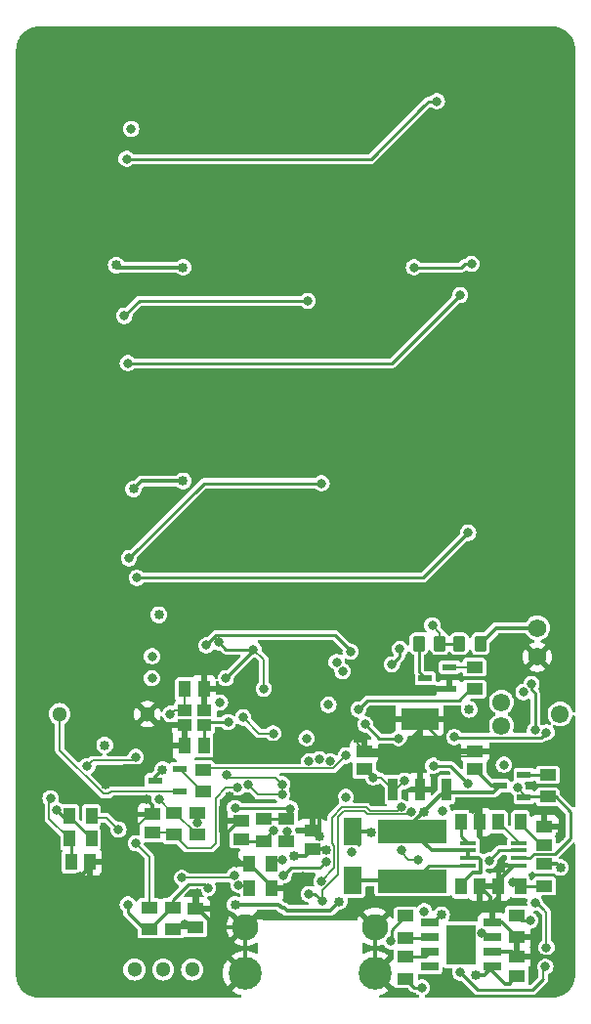
<source format=gbr>
%TF.GenerationSoftware,KiCad,Pcbnew,8.0.5*%
%TF.CreationDate,2024-09-22T15:27:04+02:00*%
%TF.ProjectId,PicBytesMicro,50696342-7974-4657-934d-6963726f2e6b,rev?*%
%TF.SameCoordinates,Original*%
%TF.FileFunction,Copper,L4,Bot*%
%TF.FilePolarity,Positive*%
%FSLAX46Y46*%
G04 Gerber Fmt 4.6, Leading zero omitted, Abs format (unit mm)*
G04 Created by KiCad (PCBNEW 8.0.5) date 2024-09-22 15:27:04*
%MOMM*%
%LPD*%
G01*
G04 APERTURE LIST*
G04 Aperture macros list*
%AMRoundRect*
0 Rectangle with rounded corners*
0 $1 Rounding radius*
0 $2 $3 $4 $5 $6 $7 $8 $9 X,Y pos of 4 corners*
0 Add a 4 corners polygon primitive as box body*
4,1,4,$2,$3,$4,$5,$6,$7,$8,$9,$2,$3,0*
0 Add four circle primitives for the rounded corners*
1,1,$1+$1,$2,$3*
1,1,$1+$1,$4,$5*
1,1,$1+$1,$6,$7*
1,1,$1+$1,$8,$9*
0 Add four rect primitives between the rounded corners*
20,1,$1+$1,$2,$3,$4,$5,0*
20,1,$1+$1,$4,$5,$6,$7,0*
20,1,$1+$1,$6,$7,$8,$9,0*
20,1,$1+$1,$8,$9,$2,$3,0*%
G04 Aperture macros list end*
%TA.AperFunction,ComponentPad*%
%ADD10C,1.550000*%
%TD*%
%TA.AperFunction,ComponentPad*%
%ADD11C,2.280000*%
%TD*%
%TA.AperFunction,ComponentPad*%
%ADD12C,2.850000*%
%TD*%
%TA.AperFunction,SMDPad,CuDef*%
%ADD13R,1.470000X1.050000*%
%TD*%
%TA.AperFunction,SMDPad,CuDef*%
%ADD14R,1.050000X1.470000*%
%TD*%
%TA.AperFunction,SMDPad,CuDef*%
%ADD15R,1.525000X0.700000*%
%TD*%
%TA.AperFunction,SMDPad,CuDef*%
%ADD16R,2.513000X3.402000*%
%TD*%
%TA.AperFunction,ComponentPad*%
%ADD17C,1.300000*%
%TD*%
%TA.AperFunction,SMDPad,CuDef*%
%ADD18R,1.250000X0.600000*%
%TD*%
%TA.AperFunction,SMDPad,CuDef*%
%ADD19R,1.450000X1.000000*%
%TD*%
%TA.AperFunction,SMDPad,CuDef*%
%ADD20R,1.000000X1.450000*%
%TD*%
%TA.AperFunction,SMDPad,CuDef*%
%ADD21R,6.000000X2.010000*%
%TD*%
%TA.AperFunction,SMDPad,CuDef*%
%ADD22R,1.470000X1.020000*%
%TD*%
%TA.AperFunction,SMDPad,CuDef*%
%ADD23RoundRect,0.250000X-0.262500X-0.450000X0.262500X-0.450000X0.262500X0.450000X-0.262500X0.450000X0*%
%TD*%
%TA.AperFunction,ComponentPad*%
%ADD24C,1.575000*%
%TD*%
%TA.AperFunction,SMDPad,CuDef*%
%ADD25R,1.020000X1.470000*%
%TD*%
%TA.AperFunction,SMDPad,CuDef*%
%ADD26R,1.400000X0.450000*%
%TD*%
%TA.AperFunction,SMDPad,CuDef*%
%ADD27R,0.900000X1.950000*%
%TD*%
%TA.AperFunction,SMDPad,CuDef*%
%ADD28R,3.200000X1.950000*%
%TD*%
%TA.AperFunction,SMDPad,CuDef*%
%ADD29R,1.200000X1.000000*%
%TD*%
%TA.AperFunction,SMDPad,CuDef*%
%ADD30R,1.550000X2.350000*%
%TD*%
%TA.AperFunction,ViaPad*%
%ADD31C,0.800000*%
%TD*%
%TA.AperFunction,ViaPad*%
%ADD32C,0.850000*%
%TD*%
%TA.AperFunction,Conductor*%
%ADD33C,0.200000*%
%TD*%
%TA.AperFunction,Conductor*%
%ADD34C,0.350000*%
%TD*%
%TA.AperFunction,Conductor*%
%ADD35C,0.250000*%
%TD*%
G04 APERTURE END LIST*
D10*
%TO.P,J1,7*%
%TO.N,N/C*%
X160170000Y-105900000D03*
%TO.P,J1,8*%
X155090000Y-106916000D03*
%TO.P,J1,9*%
X155090000Y-104884000D03*
%TD*%
D11*
%TO.P,J2,MH1,MH1*%
%TO.N,Vgnd_main*%
X132880000Y-124350000D03*
D12*
%TO.P,J2,MH2,MH2*%
X132880000Y-128350000D03*
%TO.P,J2,MH3,MH3*%
X144120000Y-128350000D03*
D11*
%TO.P,J2,MH4,MH4*%
X144120000Y-124350000D03*
%TD*%
D13*
%TO.P,C15,1*%
%TO.N,BMS_Vcc*%
X156400000Y-128580000D03*
%TO.P,C15,2*%
%TO.N,Vgnd_main*%
X156400000Y-126900000D03*
%TD*%
D14*
%TO.P,C8,1*%
%TO.N,Vgnd_main*%
X127610000Y-108650000D03*
%TO.P,C8,2*%
%TO.N,OSC1*%
X129290000Y-108650000D03*
%TD*%
%TO.P,C7,1*%
%TO.N,Vgnd_main*%
X129290000Y-103750000D03*
%TO.P,C7,2*%
%TO.N,OSC2*%
X127610000Y-103750000D03*
%TD*%
D15*
%TO.P,IC_BMS_TP1,1,TEMP*%
%TO.N,Vgnd_main*%
X154312000Y-123995000D03*
%TO.P,IC_BMS_TP1,2,PROG*%
%TO.N,Net-(IC_BMS_TP1-PROG)*%
X154312000Y-125265000D03*
%TO.P,IC_BMS_TP1,3,GND*%
%TO.N,Vgnd_main*%
X154312000Y-126535000D03*
%TO.P,IC_BMS_TP1,4,VCC*%
%TO.N,BMS_Vcc*%
X154312000Y-127805000D03*
%TO.P,IC_BMS_TP1,5,BAT*%
%TO.N,C_BAT+*%
X148888000Y-127805000D03*
%TO.P,IC_BMS_TP1,6,~{STDBY}*%
%TO.N,Net-(IC_BMS_TP1-~{STDBY})*%
X148888000Y-126535000D03*
%TO.P,IC_BMS_TP1,7,~{CHRG}*%
%TO.N,Net-(IC_BMS_TP1-~{CHRG})*%
X148888000Y-125265000D03*
%TO.P,IC_BMS_TP1,8,CE*%
%TO.N,BMS_Vcc*%
X148888000Y-123995000D03*
D16*
%TO.P,IC_BMS_TP1,9,EP*%
%TO.N,unconnected-(IC_BMS_TP1-EP-Pad9)*%
X151600000Y-125900000D03*
%TD*%
D17*
%TO.P,LS1,1,+*%
%TO.N,Net-(LS1-+)*%
X116800000Y-105900000D03*
%TO.P,LS1,2,-*%
%TO.N,Vgnd_main*%
X124400000Y-105900000D03*
%TD*%
D18*
%TO.P,Q2,1*%
%TO.N,Net-(Q2-Pad1)*%
X127200000Y-110690000D03*
%TO.P,Q2,2*%
%TO.N,Net-(LS1-+)*%
X127200000Y-112600000D03*
%TO.P,Q2,3*%
%TO.N,display_main*%
X125100000Y-111645000D03*
%TD*%
D19*
%TO.P,R4,1*%
%TO.N,Buzzer*%
X129200000Y-110745000D03*
%TO.P,R4,2*%
%TO.N,Net-(Q2-Pad1)*%
X129200000Y-112645000D03*
%TD*%
D20*
%TO.P,R12,1*%
%TO.N,Net-(R11-Pad2)*%
X117650000Y-114700000D03*
%TO.P,R12,2*%
%TO.N,uc_supply*%
X119550000Y-114700000D03*
%TD*%
D19*
%TO.P,R16,1*%
%TO.N,Net-(R13-Pad2)*%
X124570000Y-124550000D03*
%TO.P,R16,2*%
%TO.N,uc_supply*%
X124570000Y-122650000D03*
%TD*%
%TO.P,R15,1*%
%TO.N,Net-(R14-Pad1)*%
X126700000Y-114450000D03*
%TO.P,R15,2*%
%TO.N,S_up*%
X126700000Y-116350000D03*
%TD*%
%TO.P,R18,1*%
%TO.N,Net-(R17-Pad2)*%
X136425000Y-115000000D03*
%TO.P,R18,2*%
%TO.N,uc_supply*%
X136425000Y-116900000D03*
%TD*%
%TO.P,R25,1*%
%TO.N,Net-(IC_BMS_TP1-~{STDBY})*%
X146800000Y-126950000D03*
%TO.P,R25,2*%
%TO.N,Net-(LED_green_bms1-K)*%
X146800000Y-128850000D03*
%TD*%
%TO.P,R26,1*%
%TO.N,Net-(IC_BMS_TP1-~{CHRG})*%
X146800000Y-125300000D03*
%TO.P,R26,2*%
%TO.N,Net-(LED_Red_bms1-K)*%
X146800000Y-123400000D03*
%TD*%
%TO.P,R23,1*%
%TO.N,Vgnd_main*%
X156400000Y-125250000D03*
%TO.P,R23,2*%
%TO.N,Net-(IC_BMS_TP1-PROG)*%
X156400000Y-123350000D03*
%TD*%
D20*
%TO.P,R27,1*%
%TO.N,Vgnd_main*%
X133250000Y-118900000D03*
%TO.P,R27,2*%
%TO.N,Net-(J2-CC1)*%
X135150000Y-118900000D03*
%TD*%
D17*
%TO.P,SW_Toggle1,1,1*%
%TO.N,Vdc_battery*%
X123275000Y-128050000D03*
%TO.P,SW_Toggle1,2,2*%
%TO.N,In_Vcc*%
X125775000Y-128050000D03*
%TO.P,SW_Toggle1,3,3*%
%TO.N,unconnected-(SW_Toggle1-Pad3)*%
X128275000Y-128050000D03*
%TD*%
D21*
%TO.P,L1,1*%
%TO.N,Net-(D1-A)*%
X147400000Y-120400000D03*
%TO.P,L1,2*%
%TO.N,In_Vcc*%
X147400000Y-116100000D03*
%TD*%
D18*
%TO.P,Q3,1*%
%TO.N,Net-(Q3-Pad1)*%
X157050065Y-111169365D03*
%TO.P,Q3,2*%
%TO.N,uc_enable_display*%
X157050065Y-113079365D03*
%TO.P,Q3,3*%
%TO.N,In_Vcc*%
X154950065Y-112124365D03*
%TD*%
D22*
%TO.P,C21,1*%
%TO.N,Vgnd_main*%
X138700000Y-116000000D03*
%TO.P,C21,2*%
%TO.N,display_main*%
X138700000Y-117600000D03*
%TD*%
D23*
%TO.P,R3,1*%
%TO.N,Net-(Q1-Pad3)*%
X147937500Y-99800000D03*
%TO.P,R3,2*%
%TO.N,bat_meas*%
X149762500Y-99800000D03*
%TD*%
D19*
%TO.P,R1,1*%
%TO.N,meas_bat_en*%
X152750000Y-103750000D03*
%TO.P,R1,2*%
%TO.N,Net-(Q1-Pad1)*%
X152750000Y-101850000D03*
%TD*%
D20*
%TO.P,R11,1*%
%TO.N,S_left*%
X117650000Y-116700000D03*
%TO.P,R11,2*%
%TO.N,Net-(R11-Pad2)*%
X119550000Y-116700000D03*
%TD*%
D19*
%TO.P,R13,1*%
%TO.N,S_down*%
X126600000Y-124550000D03*
%TO.P,R13,2*%
%TO.N,Net-(R13-Pad2)*%
X126600000Y-122650000D03*
%TD*%
D22*
%TO.P,C12,1*%
%TO.N,S_right*%
X132575000Y-116750000D03*
%TO.P,C12,2*%
%TO.N,Vgnd_main*%
X132575000Y-115150000D03*
%TD*%
D20*
%TO.P,R30,1*%
%TO.N,Net-(IC3-FB)*%
X156750000Y-120850000D03*
%TO.P,R30,2*%
%TO.N,Vgnd_main*%
X154850000Y-120850000D03*
%TD*%
D19*
%TO.P,R17,1*%
%TO.N,S_right*%
X134500000Y-116900000D03*
%TO.P,R17,2*%
%TO.N,Net-(R17-Pad2)*%
X134500000Y-115000000D03*
%TD*%
D24*
%TO.P,J3,1,1*%
%TO.N,Vdc_battery*%
X158200000Y-98450000D03*
%TO.P,J3,2,2*%
%TO.N,Vgnd_main*%
X158200000Y-100950000D03*
%TD*%
D23*
%TO.P,R2,1*%
%TO.N,bat_meas*%
X151437500Y-99800000D03*
%TO.P,R2,2*%
%TO.N,Vdc_battery*%
X153262500Y-99800000D03*
%TD*%
D25*
%TO.P,C19,1*%
%TO.N,Vgnd_main*%
X153200000Y-120850000D03*
%TO.P,C19,2*%
%TO.N,In_Vcc*%
X151600000Y-120850000D03*
%TD*%
D19*
%TO.P,R29,1*%
%TO.N,display_main*%
X158800000Y-118900000D03*
%TO.P,R29,2*%
%TO.N,Net-(IC3-FB)*%
X158800000Y-120800000D03*
%TD*%
%TO.P,R14,1*%
%TO.N,Net-(R14-Pad1)*%
X128705000Y-116350000D03*
%TO.P,R14,2*%
%TO.N,uc_supply*%
X128705000Y-114450000D03*
%TD*%
D22*
%TO.P,C18,1*%
%TO.N,Vgnd_main*%
X158800000Y-115650000D03*
%TO.P,C18,2*%
%TO.N,Net-(C18-Pad2)*%
X158800000Y-117250000D03*
%TD*%
D25*
%TO.P,C20,1*%
%TO.N,Vgnd_main*%
X153200000Y-115250000D03*
%TO.P,C20,2*%
%TO.N,Net-(IC3-SS)*%
X151600000Y-115250000D03*
%TD*%
D26*
%TO.P,IC3,1,COMP*%
%TO.N,Net-(IC3-COMP)*%
X156600000Y-117075000D03*
%TO.P,IC3,2,FB*%
%TO.N,Net-(IC3-FB)*%
X156600000Y-117725000D03*
%TO.P,IC3,3,EN*%
%TO.N,uc_enable_display*%
X156600000Y-118375000D03*
%TO.P,IC3,4,PGND*%
%TO.N,Vgnd_main*%
X156600000Y-119025000D03*
%TO.P,IC3,5,SW*%
%TO.N,Net-(D1-A)*%
X152200000Y-119025000D03*
%TO.P,IC3,6,IN*%
%TO.N,In_Vcc*%
X152200000Y-118375000D03*
%TO.P,IC3,7,FREQ*%
X152200000Y-117725000D03*
%TO.P,IC3,8,SS*%
%TO.N,Net-(IC3-SS)*%
X152200000Y-117075000D03*
%TD*%
D22*
%TO.P,C16,1*%
%TO.N,In_Vcc*%
X152800000Y-110705000D03*
%TO.P,C16,2*%
%TO.N,Vgnd_main*%
X152800000Y-109105000D03*
%TD*%
D27*
%TO.P,IC2,1,VIN*%
%TO.N,In_Vcc*%
X150300000Y-112450000D03*
%TO.P,IC2,2,GND_1*%
%TO.N,Vgnd_main*%
X148000000Y-112450000D03*
%TO.P,IC2,3,VOUT*%
%TO.N,uc_supply*%
X145700000Y-112450000D03*
D28*
%TO.P,IC2,4,GND_2*%
%TO.N,Vgnd_main*%
X148000000Y-106350000D03*
%TD*%
D20*
%TO.P,R28,1*%
%TO.N,Net-(IC3-COMP)*%
X154850000Y-115250000D03*
%TO.P,R28,2*%
%TO.N,Net-(C18-Pad2)*%
X156750000Y-115250000D03*
%TD*%
D29*
%TO.P,Y1,1,CRYSTAL_1*%
%TO.N,OSC2*%
X127625000Y-105550000D03*
%TO.P,Y1,2,GND_1*%
%TO.N,Vgnd_main*%
X129325000Y-105550000D03*
%TO.P,Y1,3,CRYSTAL_2*%
%TO.N,OSC1*%
X129325000Y-106850000D03*
%TO.P,Y1,4,GND_2*%
%TO.N,Vgnd_main*%
X127625000Y-106850000D03*
%TD*%
D20*
%TO.P,R31,1*%
%TO.N,Net-(J2-CC2)*%
X133250000Y-121000000D03*
%TO.P,R31,2*%
%TO.N,Vgnd_main*%
X135150000Y-121000000D03*
%TD*%
D22*
%TO.P,C17,1*%
%TO.N,uc_supply*%
X143200000Y-110705000D03*
%TO.P,C17,2*%
%TO.N,Vgnd_main*%
X143200000Y-109105000D03*
%TD*%
D30*
%TO.P,D1,1,K*%
%TO.N,display_main*%
X142200000Y-116050000D03*
%TO.P,D1,2,A*%
%TO.N,Net-(D1-A)*%
X142200000Y-120350000D03*
%TD*%
D22*
%TO.P,C10,1*%
%TO.N,S_down*%
X128570000Y-124400000D03*
%TO.P,C10,2*%
%TO.N,Vgnd_main*%
X128570000Y-122800000D03*
%TD*%
%TO.P,C11,1*%
%TO.N,Vgnd_main*%
X124805000Y-114600000D03*
%TO.P,C11,2*%
%TO.N,S_up*%
X124805000Y-116200000D03*
%TD*%
D19*
%TO.P,R24,1*%
%TO.N,uc_enable_display*%
X159100065Y-113074365D03*
%TO.P,R24,2*%
%TO.N,Net-(Q3-Pad1)*%
X159100065Y-111174365D03*
%TD*%
D18*
%TO.P,Q1,1*%
%TO.N,Net-(Q1-Pad1)*%
X150600000Y-101845000D03*
%TO.P,Q1,2*%
%TO.N,Vgnd_main*%
X150600000Y-103755000D03*
%TO.P,Q1,3*%
%TO.N,Net-(Q1-Pad3)*%
X148500000Y-102800000D03*
%TD*%
D25*
%TO.P,C9,1*%
%TO.N,S_left*%
X117800000Y-118700000D03*
%TO.P,C9,2*%
%TO.N,Vgnd_main*%
X119400000Y-118700000D03*
%TD*%
D31*
%TO.N,S_a*%
X142100000Y-117900000D03*
%TO.N,uc_supply*%
X134500000Y-103700000D03*
D32*
%TO.N,Vgnd_main*%
X140599406Y-113322354D03*
%TO.N,BMS_Vcc*%
X152300000Y-105500000D03*
%TO.N,Vdc_battery*%
X125400000Y-97300000D03*
%TO.N,In_Vcc*%
X148362347Y-114387653D03*
D31*
%TO.N,Net-(R19-Pad2)*%
X146400000Y-117705002D03*
X147900000Y-118500000D03*
%TO.N,uc_supply*%
X146700000Y-111700000D03*
X150000000Y-114300000D03*
D32*
%TO.N,Vgnd_main*%
X149812294Y-109574142D03*
X142600000Y-108000000D03*
D31*
%TO.N,ISDS_SDA*%
X124800000Y-102800000D03*
X140100000Y-105100000D03*
%TO.N,ISDS_SCL*%
X124800000Y-100900000D03*
X140800000Y-101400000D03*
%TO.N,ISDS_int_0*%
X130700000Y-104900000D03*
X141325000Y-102200000D03*
%TO.N,uc_enable_display*%
X156500000Y-112300000D03*
X141600000Y-113100000D03*
%TO.N,Net-(R20-Pad2)*%
X159000000Y-126125000D03*
X158900000Y-127800000D03*
D32*
%TO.N,Vgnd_main*%
X160600000Y-126600000D03*
D31*
%TO.N,S_b*%
X155300000Y-110300000D03*
X138422503Y-109999998D03*
D32*
%TO.N,display_main*%
X160200000Y-119200000D03*
X143774998Y-116200000D03*
X139900000Y-117674998D03*
X137072403Y-118175866D03*
X125715686Y-110715686D03*
X120700000Y-108600000D03*
%TO.N,Vgnd_main*%
X157000000Y-80600000D03*
X124300000Y-80300000D03*
%TO.N,display_main*%
X123200000Y-86400000D03*
X127500000Y-85700000D03*
X121700000Y-67000000D03*
X127500000Y-67200000D03*
D31*
%TO.N,PWM_display*%
X123000000Y-55200000D03*
X139300000Y-109800000D03*
D32*
%TO.N,Vgnd_main*%
X132800000Y-107700000D03*
D31*
%TO.N,uc_supply*%
X144000000Y-111400000D03*
X128700000Y-115300000D03*
X133600000Y-100300000D03*
X123400000Y-117100000D03*
X133100000Y-112000000D03*
X130625000Y-99700000D03*
X121900000Y-115900000D03*
X146300000Y-100275000D03*
X145600000Y-101600000D03*
X136500000Y-116100000D03*
X131200000Y-102800000D03*
X136100000Y-112900000D03*
%TO.N,OSC2*%
X135295158Y-107574999D03*
X126400000Y-105900000D03*
X132700000Y-106200000D03*
%TO.N,OSC1*%
X131400000Y-106600000D03*
D32*
%TO.N,Vgnd_main*%
X120800000Y-112000000D03*
X152612071Y-114142775D03*
X154100000Y-122500000D03*
X128700000Y-121400000D03*
X155600000Y-103100000D03*
X148400000Y-103800000D03*
X153400000Y-107100000D03*
X122500000Y-117700000D03*
X131500000Y-113000000D03*
X138400000Y-105000000D03*
X131100000Y-117400000D03*
X136500000Y-100400000D03*
X124300000Y-113300000D03*
X160110254Y-116495644D03*
X137900000Y-120000000D03*
X139300000Y-116464998D03*
X131600000Y-103900000D03*
X118600000Y-120000000D03*
%TO.N,BMS_Vcc*%
X149900000Y-123300000D03*
X132000000Y-122400000D03*
X141041585Y-122137979D03*
X152900000Y-128500000D03*
D31*
%TO.N,Net-(LED_green_bms1-K)*%
X148200000Y-129600000D03*
%TO.N,Net-(IC_BMS_TP1-PROG)*%
X153356502Y-124920723D03*
X157600000Y-123800000D03*
%TO.N,Net-(IC3-FB)*%
X156100000Y-120500000D03*
X154050000Y-118599997D03*
%TO.N,Net-(LED_Red_bms1-K)*%
X145500000Y-125600000D03*
%TO.N,SWDIO*%
X143300000Y-106800000D03*
X159000000Y-107500000D03*
X151000000Y-107900000D03*
X146200000Y-108000000D03*
%TO.N,reset*%
X138200000Y-108000000D03*
X157000000Y-104000000D03*
%TO.N,SWCLK*%
X158000000Y-107300000D03*
X157700000Y-103300000D03*
%TO.N,Net-(J2-CC1)*%
X136100000Y-118500000D03*
%TO.N,Net-(J2-CC2)*%
X136200000Y-119900000D03*
X132300000Y-120700000D03*
X139900002Y-118700000D03*
%TO.N,meas_bat_en*%
X142700000Y-105500000D03*
%TO.N,bat_meas*%
X149100000Y-98200000D03*
X140225735Y-109999998D03*
%TO.N,USB_D+*%
X139533884Y-122133884D03*
X147276992Y-114376992D03*
X138400000Y-121500000D03*
%TO.N,USB_D-*%
X146416560Y-114000000D03*
X139475735Y-120375735D03*
%TO.N,Net-(R11-Pad2)*%
X116500000Y-114200000D03*
%TO.N,Net-(R13-Pad2)*%
X122700000Y-122400000D03*
X129636659Y-120983707D03*
%TO.N,Net-(R14-Pad1)*%
X125445668Y-113325000D03*
%TO.N,Net-(R17-Pad2)*%
X136800000Y-114100000D03*
X132000000Y-114039998D03*
%TO.N,Net-(R19-Pad2)*%
X149184015Y-110384015D03*
X152200000Y-111900000D03*
%TO.N,Net-(R20-Pad2)*%
X158004747Y-122254113D03*
X151500000Y-128300000D03*
%TO.N,Net-(U1-Vdi_s5)*%
X147500000Y-67200000D03*
X122800000Y-92400000D03*
X139500000Y-85900000D03*
X152500000Y-66900000D03*
%TO.N,Net-(U1-Vdi_s3)*%
X138300000Y-70100000D03*
X122400000Y-71400000D03*
%TO.N,Net-(U1-Vdi_s2)*%
X122600000Y-57800000D03*
X149500000Y-52800000D03*
%TO.N,Net-(U1-Vdi_s6)*%
X152200000Y-90200000D03*
X123500000Y-94100000D03*
%TO.N,Net-(U1-Vdi_s4)*%
X122700000Y-75500000D03*
X151500000Y-69600000D03*
%TO.N,Buzzer*%
X141600000Y-109500000D03*
%TO.N,S_a*%
X148400000Y-123000000D03*
%TO.N,S_right*%
X135300000Y-116000000D03*
%TO.N,S_left*%
X119200000Y-110400000D03*
X136100000Y-112000000D03*
X131300000Y-111199998D03*
X116000000Y-113200000D03*
X123400000Y-109625000D03*
%TO.N,S_down*%
X131983988Y-119857302D03*
X127600000Y-124100000D03*
X127400000Y-120100000D03*
%TO.N,S_up*%
X132224786Y-112275214D03*
%TO.N,ISDS_int_1*%
X129525000Y-99949498D03*
X142000000Y-100500000D03*
%TD*%
D33*
%TO.N,Net-(Q1-Pad1)*%
X152745000Y-101845000D02*
X152750000Y-101850000D01*
X150600000Y-101845000D02*
X152745000Y-101845000D01*
D34*
%TO.N,Net-(D1-A)*%
X147350000Y-120350000D02*
X147400000Y-120400000D01*
X142200000Y-120350000D02*
X147350000Y-120350000D01*
D33*
%TO.N,uc_supply*%
X134500000Y-101200000D02*
X133600000Y-100300000D01*
X134500000Y-103700000D02*
X134500000Y-101200000D01*
%TO.N,USB_D-*%
X140625000Y-119226470D02*
X139475735Y-120375735D01*
X141275736Y-114000000D02*
X140400000Y-114875736D01*
X140400000Y-117100000D02*
X140625000Y-117325000D01*
X143700000Y-114300000D02*
X143400000Y-114000000D01*
X146116560Y-114300000D02*
X143700000Y-114300000D01*
X140625000Y-117325000D02*
X140625000Y-119226470D01*
X146416560Y-114000000D02*
X146116560Y-114300000D01*
X143400000Y-114000000D02*
X141275736Y-114000000D01*
X140400000Y-114875736D02*
X140400000Y-117100000D01*
D34*
%TO.N,Vgnd_main*%
X140577646Y-113322354D02*
X140599406Y-113322354D01*
X140400000Y-113500000D02*
X140577646Y-113322354D01*
X139300000Y-114600000D02*
X140400000Y-113500000D01*
X139300000Y-116464998D02*
X139300000Y-114600000D01*
D33*
%TO.N,USB_D+*%
X140925000Y-119775000D02*
X139533884Y-121166116D01*
X139533884Y-121166116D02*
X139533884Y-122133884D01*
X140925000Y-114775000D02*
X140925000Y-119775000D01*
X143200000Y-114300000D02*
X141400000Y-114300000D01*
X147100000Y-114600000D02*
X143500000Y-114600000D01*
X141400000Y-114300000D02*
X140925000Y-114775000D01*
X143500000Y-114600000D02*
X143200000Y-114300000D01*
X147300000Y-114400000D02*
X147100000Y-114600000D01*
X147276992Y-114376992D02*
X147300000Y-114400000D01*
%TO.N,Net-(IC3-COMP)*%
X156600000Y-117000000D02*
X154850000Y-115250000D01*
X156600000Y-117075000D02*
X156600000Y-117000000D01*
%TO.N,Net-(R19-Pad2)*%
X146400000Y-117900000D02*
X147000000Y-118500000D01*
X146400000Y-117705002D02*
X146400000Y-117900000D01*
X147900000Y-118500000D02*
X147000000Y-118500000D01*
%TO.N,uc_supply*%
X145950000Y-112450000D02*
X146700000Y-111700000D01*
X145700000Y-112450000D02*
X145950000Y-112450000D01*
%TO.N,Vgnd_main*%
X152130858Y-109574142D02*
X149812294Y-109574142D01*
X152600000Y-109105000D02*
X152130858Y-109574142D01*
X152800000Y-109105000D02*
X152600000Y-109105000D01*
X142600000Y-108000000D02*
X142600000Y-108505000D01*
X142600000Y-108505000D02*
X143200000Y-109105000D01*
%TO.N,uc_enable_display*%
X157050065Y-112850065D02*
X156500000Y-112300000D01*
X157050065Y-113079365D02*
X157050065Y-112850065D01*
%TO.N,Net-(R20-Pad2)*%
X158700000Y-122800000D02*
X159000000Y-123100000D01*
X159000000Y-123100000D02*
X159000000Y-126125000D01*
X158700000Y-128000000D02*
X158900000Y-127800000D01*
X158700000Y-128900000D02*
X158700000Y-128000000D01*
D34*
%TO.N,Vgnd_main*%
X160300000Y-126900000D02*
X160600000Y-126600000D01*
X156400000Y-126900000D02*
X160300000Y-126900000D01*
X154850000Y-120300000D02*
X154850000Y-120850000D01*
X156125000Y-119025000D02*
X154850000Y-120300000D01*
X156600000Y-119025000D02*
X156125000Y-119025000D01*
%TO.N,display_main*%
X159900000Y-118900000D02*
X160200000Y-119200000D01*
X158800000Y-118900000D02*
X159900000Y-118900000D01*
X143624998Y-116050000D02*
X143774998Y-116200000D01*
X142200000Y-116050000D02*
X143624998Y-116050000D01*
X139825002Y-117600000D02*
X139900000Y-117674998D01*
X138700000Y-117600000D02*
X139825002Y-117600000D01*
X138124134Y-118175866D02*
X138700000Y-117600000D01*
X137072403Y-118175866D02*
X138124134Y-118175866D01*
X125100000Y-111331372D02*
X125715686Y-110715686D01*
X125100000Y-111645000D02*
X125100000Y-111331372D01*
%TO.N,Vgnd_main*%
X156700000Y-80300000D02*
X157000000Y-80600000D01*
X124300000Y-80300000D02*
X156700000Y-80300000D01*
%TO.N,display_main*%
X123600000Y-86000000D02*
X123200000Y-86400000D01*
X127500000Y-85700000D02*
X123900000Y-85700000D01*
X123900000Y-85700000D02*
X123600000Y-86000000D01*
X121900000Y-67200000D02*
X121700000Y-67000000D01*
X127500000Y-67200000D02*
X121900000Y-67200000D01*
%TO.N,Vgnd_main*%
X138400000Y-106500000D02*
X138400000Y-105000000D01*
X132800000Y-107700000D02*
X133449999Y-108349999D01*
X133449999Y-108349999D02*
X136550001Y-108349999D01*
X136550001Y-108349999D02*
X138400000Y-106500000D01*
D33*
%TO.N,uc_supply*%
X144650000Y-111400000D02*
X145700000Y-112450000D01*
X144000000Y-111400000D02*
X144650000Y-111400000D01*
X144000000Y-111400000D02*
X143895000Y-111400000D01*
X143895000Y-111400000D02*
X143200000Y-110705000D01*
D34*
%TO.N,Vgnd_main*%
X148000000Y-112450000D02*
X148000000Y-106350000D01*
X148000000Y-107296016D02*
X145855140Y-109440876D01*
X145855140Y-109440876D02*
X143535875Y-109440876D01*
X148000000Y-106350000D02*
X148000000Y-107296016D01*
D33*
%TO.N,uc_supply*%
X119550000Y-114900000D02*
X120900000Y-114900000D01*
D35*
X131225000Y-100300000D02*
X130625000Y-99700000D01*
X146300000Y-100900000D02*
X145600000Y-101600000D01*
D33*
X136425000Y-116900000D02*
X136425000Y-116175000D01*
D35*
X133600000Y-100400000D02*
X133600000Y-100300000D01*
X146300000Y-100275000D02*
X146300000Y-100900000D01*
D33*
X124570000Y-122650000D02*
X124570000Y-118270000D01*
X120900000Y-114900000D02*
X121900000Y-115900000D01*
D35*
X131200000Y-102800000D02*
X133600000Y-100400000D01*
D33*
X128700000Y-115300000D02*
X128700000Y-114455000D01*
X134000000Y-112900000D02*
X133100000Y-112000000D01*
X124570000Y-118270000D02*
X123400000Y-117100000D01*
D35*
X133600000Y-100300000D02*
X131225000Y-100300000D01*
D33*
X128700000Y-114455000D02*
X128705000Y-114450000D01*
X136100000Y-112900000D02*
X134000000Y-112900000D01*
X136425000Y-116175000D02*
X136500000Y-116100000D01*
%TO.N,OSC2*%
X127625000Y-105550000D02*
X126750000Y-105550000D01*
X132700000Y-106200000D02*
X134074999Y-107574999D01*
X126750000Y-105550000D02*
X126400000Y-105900000D01*
X127625000Y-103765000D02*
X127610000Y-103750000D01*
X134074999Y-107574999D02*
X135295158Y-107574999D01*
X127625000Y-105550000D02*
X127625000Y-103765000D01*
D35*
%TO.N,OSC1*%
X129290000Y-108650000D02*
X129290000Y-106885000D01*
X129575000Y-106600000D02*
X129325000Y-106850000D01*
X131400000Y-106600000D02*
X129575000Y-106600000D01*
X129290000Y-106885000D02*
X129325000Y-106850000D01*
D34*
%TO.N,In_Vcc*%
X151600000Y-120850000D02*
X151600000Y-120625000D01*
X153275000Y-119625000D02*
X153275000Y-118500000D01*
X152200000Y-117725000D02*
X149025000Y-117725000D01*
X147400000Y-115350000D02*
X150300000Y-112450000D01*
X153150000Y-118375000D02*
X152200000Y-118375000D01*
X149025000Y-117725000D02*
X147400000Y-116100000D01*
X152200000Y-118375000D02*
X152200000Y-117725000D01*
X152600000Y-119625000D02*
X153275000Y-119625000D01*
X150525000Y-112675000D02*
X154399430Y-112675000D01*
X154950065Y-112124365D02*
X154219365Y-112124365D01*
X154219365Y-112124365D02*
X152800000Y-110705000D01*
X147400000Y-116100000D02*
X147400000Y-115350000D01*
X153275000Y-118500000D02*
X153150000Y-118375000D01*
X150300000Y-112450000D02*
X150525000Y-112675000D01*
X154399430Y-112675000D02*
X154950065Y-112124365D01*
X151600000Y-120625000D02*
X152600000Y-119625000D01*
%TO.N,Vgnd_main*%
X156050000Y-103100000D02*
X158200000Y-100950000D01*
X129325000Y-105550000D02*
X129325000Y-103785000D01*
X160050000Y-115650000D02*
X160110254Y-115710254D01*
X156400000Y-125250000D02*
X155145000Y-123995000D01*
X133250000Y-118900000D02*
X132600000Y-118900000D01*
X135150000Y-120800000D02*
X133250000Y-118900000D01*
D33*
X138400000Y-105000000D02*
X136200000Y-102800000D01*
D34*
X144120000Y-124350000D02*
X142770000Y-123000000D01*
X119400000Y-118700000D02*
X119400000Y-119200000D01*
X124900000Y-110400000D02*
X122400000Y-110400000D01*
X125350000Y-106850000D02*
X124400000Y-105900000D01*
X124950000Y-110350000D02*
X124900000Y-110400000D01*
X155145000Y-123995000D02*
X154312000Y-123995000D01*
X135150000Y-121000000D02*
X135150000Y-120800000D01*
X153200000Y-114730704D02*
X152612071Y-114142775D01*
X130800000Y-116100000D02*
X130800000Y-114000000D01*
X131450000Y-103750000D02*
X131600000Y-103900000D01*
X154312000Y-126535000D02*
X156035000Y-126535000D01*
X154100000Y-121750000D02*
X153200000Y-120850000D01*
X124805000Y-113805000D02*
X124300000Y-113300000D01*
D33*
X148400000Y-103800000D02*
X148445000Y-103755000D01*
D34*
X141200000Y-123000000D02*
X140700000Y-123500000D01*
X160110254Y-115710254D02*
X160110254Y-116495644D01*
X139300000Y-116464998D02*
X139164998Y-116464998D01*
X128700000Y-122670000D02*
X128570000Y-122800000D01*
X154850000Y-121750000D02*
X154100000Y-122500000D01*
X154312000Y-123995000D02*
X154312000Y-122712000D01*
X127625000Y-106850000D02*
X125350000Y-106850000D01*
X119400000Y-119200000D02*
X118600000Y-120000000D01*
X122400000Y-110400000D02*
X120800000Y-112000000D01*
X132600000Y-118900000D02*
X131100000Y-117400000D01*
X155600000Y-103100000D02*
X156050000Y-103100000D01*
X128795000Y-122800000D02*
X130345000Y-124350000D01*
D33*
X136200000Y-101300000D02*
X136200000Y-100700000D01*
D34*
X135150000Y-121000000D02*
X136500000Y-121000000D01*
X129325000Y-103785000D02*
X129290000Y-103750000D01*
X156400000Y-125250000D02*
X156400000Y-126900000D01*
X131100000Y-116400000D02*
X130800000Y-116100000D01*
X156035000Y-126535000D02*
X156400000Y-126900000D01*
X154100000Y-122500000D02*
X154100000Y-121750000D01*
X136500000Y-121000000D02*
X137500000Y-120000000D01*
X131100000Y-116400000D02*
X132350000Y-115150000D01*
X139164998Y-116464998D02*
X138700000Y-116000000D01*
X154850000Y-120850000D02*
X154850000Y-121750000D01*
X144120000Y-128350000D02*
X144120000Y-124350000D01*
X126650000Y-108650000D02*
X124950000Y-110350000D01*
X154312000Y-122712000D02*
X154100000Y-122500000D01*
X127610000Y-108650000D02*
X126650000Y-108650000D01*
X132350000Y-115150000D02*
X132575000Y-115150000D01*
D33*
X124805000Y-114600000D02*
X124580000Y-114600000D01*
D34*
X128700000Y-121400000D02*
X128700000Y-122670000D01*
D33*
X124580000Y-114600000D02*
X122500000Y-116680000D01*
X136200000Y-102800000D02*
X136200000Y-101300000D01*
D34*
X124805000Y-114600000D02*
X124805000Y-113805000D01*
X127610000Y-108650000D02*
X127610000Y-106865000D01*
X130800000Y-114000000D02*
X131500000Y-113300000D01*
X129290000Y-103750000D02*
X131450000Y-103750000D01*
X131100000Y-117400000D02*
X131100000Y-116400000D01*
X133730000Y-123500000D02*
X132880000Y-124350000D01*
D33*
X148445000Y-103755000D02*
X150600000Y-103755000D01*
D34*
X158800000Y-115650000D02*
X160050000Y-115650000D01*
X131500000Y-113300000D02*
X131500000Y-113000000D01*
X132880000Y-128350000D02*
X132880000Y-124350000D01*
X137500000Y-120000000D02*
X137900000Y-120000000D01*
X142770000Y-123000000D02*
X141200000Y-123000000D01*
X153200000Y-115250000D02*
X153200000Y-114730704D01*
X140700000Y-123500000D02*
X133730000Y-123500000D01*
X130345000Y-124350000D02*
X132880000Y-124350000D01*
D33*
X122500000Y-116680000D02*
X122500000Y-117700000D01*
D34*
X128570000Y-122800000D02*
X128795000Y-122800000D01*
D33*
X136200000Y-100700000D02*
X136500000Y-100400000D01*
D34*
X127610000Y-106865000D02*
X127625000Y-106850000D01*
%TO.N,BMS_Vcc*%
X153617000Y-128500000D02*
X154312000Y-127805000D01*
X136300000Y-122700000D02*
X136508884Y-122908884D01*
X140270680Y-122908884D02*
X141041585Y-122137979D01*
X155400000Y-129300000D02*
X155800000Y-129300000D01*
X136508884Y-122908884D02*
X140270680Y-122908884D01*
X155800000Y-129300000D02*
X155800000Y-129180000D01*
X149205000Y-123995000D02*
X149900000Y-123300000D01*
X154312000Y-128212000D02*
X155400000Y-129300000D01*
X148888000Y-123995000D02*
X149205000Y-123995000D01*
X154312000Y-127805000D02*
X154312000Y-128212000D01*
X148900000Y-123983000D02*
X148888000Y-123995000D01*
X135800000Y-122400000D02*
X136100000Y-122700000D01*
X136100000Y-122700000D02*
X136300000Y-122700000D01*
X152900000Y-128500000D02*
X153617000Y-128500000D01*
X155800000Y-129180000D02*
X156400000Y-128580000D01*
X132000000Y-122400000D02*
X135800000Y-122400000D01*
D35*
%TO.N,Vgnd_main*%
X150755000Y-109105000D02*
X148000000Y-106350000D01*
X152800000Y-109105000D02*
X150755000Y-109105000D01*
%TO.N,Net-(C18-Pad2)*%
X158800000Y-117250000D02*
X158575000Y-117250000D01*
X158575000Y-117250000D02*
X156750000Y-115425000D01*
X156750000Y-115425000D02*
X156750000Y-115250000D01*
%TO.N,Net-(IC3-SS)*%
X151600000Y-116475000D02*
X152200000Y-117075000D01*
X151600000Y-115250000D02*
X151600000Y-116475000D01*
%TO.N,display_main*%
X142727690Y-117255012D02*
X142727690Y-116577690D01*
X142727690Y-116577690D02*
X142200000Y-116050000D01*
%TO.N,Net-(LED_green_bms1-K)*%
X148200000Y-129600000D02*
X147550000Y-129600000D01*
X147550000Y-129600000D02*
X146800000Y-128850000D01*
%TO.N,Net-(IC_BMS_TP1-PROG)*%
X153700779Y-125265000D02*
X153356502Y-124920723D01*
X154312000Y-125265000D02*
X153700779Y-125265000D01*
X157600000Y-123800000D02*
X156850000Y-123800000D01*
X156850000Y-123800000D02*
X156400000Y-123350000D01*
%TO.N,Net-(IC_BMS_TP1-~{STDBY})*%
X148473000Y-126950000D02*
X148888000Y-126535000D01*
X146800000Y-126950000D02*
X148473000Y-126950000D01*
%TO.N,Net-(IC_BMS_TP1-~{CHRG})*%
X148853000Y-125300000D02*
X148888000Y-125265000D01*
X146800000Y-125300000D02*
X148853000Y-125300000D01*
%TO.N,Net-(IC3-FB)*%
X156600000Y-117725000D02*
X154924997Y-117725000D01*
X156800000Y-120800000D02*
X156750000Y-120850000D01*
X156400000Y-120500000D02*
X156750000Y-120850000D01*
X156100000Y-120500000D02*
X156400000Y-120500000D01*
X158800000Y-120800000D02*
X156800000Y-120800000D01*
X154924997Y-117725000D02*
X154050000Y-118599997D01*
%TO.N,uc_enable_display*%
X157925000Y-118000000D02*
X159745000Y-118000000D01*
X159100065Y-113074365D02*
X157055065Y-113074365D01*
X157550000Y-118375000D02*
X157925000Y-118000000D01*
X156600000Y-118375000D02*
X157550000Y-118375000D01*
X159774365Y-113074365D02*
X159100065Y-113074365D01*
X159745000Y-118000000D02*
X161100000Y-116645000D01*
X161100000Y-116645000D02*
X161100000Y-114400000D01*
X161100000Y-114400000D02*
X159774365Y-113074365D01*
X157055065Y-113074365D02*
X157050065Y-113079365D01*
%TO.N,Net-(LED_Red_bms1-K)*%
X145500000Y-125200000D02*
X145585000Y-125115000D01*
X145585000Y-124615000D02*
X146800000Y-123400000D01*
X145500000Y-125600000D02*
X145500000Y-125200000D01*
X145585000Y-125115000D02*
X145585000Y-124615000D01*
%TO.N,Net-(D1-A)*%
X148775000Y-119025000D02*
X147400000Y-120400000D01*
X152200000Y-119025000D02*
X148775000Y-119025000D01*
%TO.N,SWDIO*%
X151025000Y-107925000D02*
X151000000Y-107900000D01*
X146200000Y-108000000D02*
X144500000Y-108000000D01*
X158575000Y-107925000D02*
X151025000Y-107925000D01*
X159000000Y-107500000D02*
X158575000Y-107925000D01*
X144500000Y-108000000D02*
X143300000Y-106800000D01*
%TO.N,SWCLK*%
X157700000Y-103800000D02*
X158000000Y-104100000D01*
X157700000Y-103300000D02*
X157700000Y-103800000D01*
X158000000Y-104100000D02*
X158000000Y-107300000D01*
%TO.N,Net-(J2-CC1)*%
X136100000Y-118500000D02*
X135550000Y-118500000D01*
X135550000Y-118500000D02*
X135150000Y-118900000D01*
%TO.N,Net-(J2-CC2)*%
X139350002Y-119250000D02*
X137500000Y-119250000D01*
X132300000Y-120700000D02*
X132950000Y-120700000D01*
X132950000Y-120700000D02*
X133250000Y-121000000D01*
X136850000Y-119250000D02*
X136200000Y-119900000D01*
X137500000Y-119250000D02*
X136850000Y-119250000D01*
X139900002Y-118700000D02*
X139350002Y-119250000D01*
%TO.N,Net-(Q1-Pad3)*%
X147937500Y-102237500D02*
X148500000Y-102800000D01*
X147937500Y-99800000D02*
X147937500Y-102237500D01*
%TO.N,meas_bat_en*%
X143500000Y-104700000D02*
X142700000Y-105500000D01*
X151400000Y-104700000D02*
X143500000Y-104700000D01*
X152750000Y-103750000D02*
X152350000Y-103750000D01*
X152350000Y-103750000D02*
X151400000Y-104700000D01*
%TO.N,bat_meas*%
X151437500Y-99800000D02*
X149762500Y-99800000D01*
D33*
X149762500Y-98862500D02*
X149100000Y-98200000D01*
X149762500Y-99800000D02*
X149762500Y-98862500D01*
D35*
%TO.N,USB_D+*%
X138400000Y-121500000D02*
X138900000Y-121500000D01*
X138900000Y-121500000D02*
X139533884Y-122133884D01*
%TO.N,Net-(R11-Pad2)*%
X117650000Y-114900000D02*
X117200000Y-114900000D01*
X117650000Y-114900000D02*
X117750000Y-114900000D01*
X117750000Y-114900000D02*
X119550000Y-116700000D01*
X117200000Y-114900000D02*
X116500000Y-114200000D01*
%TO.N,Net-(R13-Pad2)*%
X129636659Y-120983707D02*
X129302952Y-120650000D01*
X123000000Y-123400000D02*
X122700000Y-123100000D01*
X127950000Y-120650000D02*
X126600000Y-122000000D01*
X126470000Y-122650000D02*
X124570000Y-124550000D01*
X122700000Y-123100000D02*
X122700000Y-122400000D01*
X129302952Y-120650000D02*
X127950000Y-120650000D01*
X124150000Y-124550000D02*
X123000000Y-123400000D01*
X126600000Y-122000000D02*
X126600000Y-122650000D01*
X126600000Y-122650000D02*
X126470000Y-122650000D01*
X124570000Y-124550000D02*
X124150000Y-124550000D01*
D33*
%TO.N,Net-(R14-Pad1)*%
X126805000Y-114450000D02*
X128705000Y-116350000D01*
X126700000Y-114450000D02*
X126570668Y-114450000D01*
X126570668Y-114450000D02*
X125445668Y-113325000D01*
X126700000Y-114450000D02*
X126805000Y-114450000D01*
D35*
%TO.N,Net-(R17-Pad2)*%
X134500000Y-115000000D02*
X136425000Y-115000000D01*
X136800000Y-114625000D02*
X136425000Y-115000000D01*
X132000000Y-114039998D02*
X136739998Y-114039998D01*
X136800000Y-114100000D02*
X136800000Y-114625000D01*
X136739998Y-114039998D02*
X136800000Y-114100000D01*
%TO.N,Net-(R19-Pad2)*%
X149184015Y-110384015D02*
X150684015Y-110384015D01*
X150684015Y-110384015D02*
X152200000Y-111900000D01*
%TO.N,Net-(R20-Pad2)*%
X158700000Y-122800000D02*
X158154113Y-122254113D01*
X158154113Y-122254113D02*
X158004747Y-122254113D01*
X157800000Y-129800000D02*
X158700000Y-128900000D01*
X151500000Y-128300000D02*
X153000000Y-129800000D01*
X153000000Y-129800000D02*
X157800000Y-129800000D01*
D33*
%TO.N,Net-(LS1-+)*%
X121250305Y-112575000D02*
X121025305Y-112800000D01*
X116800000Y-109025305D02*
X116800000Y-105900000D01*
X120574695Y-112800000D02*
X116800000Y-109025305D01*
X127200000Y-112600000D02*
X127175000Y-112575000D01*
X121025305Y-112800000D02*
X120574695Y-112800000D01*
X127175000Y-112575000D02*
X121250305Y-112575000D01*
D35*
%TO.N,Net-(U1-Vdi_s5)*%
X139500000Y-85900000D02*
X129300000Y-85900000D01*
X152500000Y-66900000D02*
X151900000Y-66900000D01*
X129300000Y-85900000D02*
X122800000Y-92400000D01*
X151600000Y-67200000D02*
X147500000Y-67200000D01*
X151900000Y-66900000D02*
X151600000Y-67200000D01*
%TO.N,Net-(U1-Vdi_s3)*%
X138300000Y-70100000D02*
X123700000Y-70100000D01*
X123700000Y-70100000D02*
X122400000Y-71400000D01*
%TO.N,Net-(U1-Vdi_s2)*%
X148400000Y-53200000D02*
X148800000Y-52800000D01*
X148800000Y-52800000D02*
X149500000Y-52800000D01*
X122600000Y-57800000D02*
X143800000Y-57800000D01*
X143800000Y-57800000D02*
X148400000Y-53200000D01*
%TO.N,Net-(U1-Vdi_s6)*%
X148300000Y-94100000D02*
X152200000Y-90200000D01*
X123500000Y-94100000D02*
X148300000Y-94100000D01*
%TO.N,Net-(U1-Vdi_s4)*%
X145600000Y-75500000D02*
X151500000Y-69600000D01*
X122700000Y-75500000D02*
X145600000Y-75500000D01*
D33*
%TO.N,Buzzer*%
X140500002Y-110599998D02*
X141600000Y-109500000D01*
X129345002Y-110599998D02*
X140500002Y-110599998D01*
X129200000Y-110745000D02*
X129345002Y-110599998D01*
D35*
%TO.N,S_right*%
X134500000Y-116900000D02*
X132725000Y-116900000D01*
X134500000Y-116800000D02*
X135300000Y-116000000D01*
X134500000Y-116900000D02*
X134500000Y-116800000D01*
X132725000Y-116900000D02*
X132575000Y-116750000D01*
%TO.N,S_left*%
X117800000Y-116850000D02*
X117650000Y-116700000D01*
X117800000Y-118700000D02*
X117800000Y-116850000D01*
D33*
X115900000Y-113300000D02*
X116000000Y-113200000D01*
X123100000Y-109925000D02*
X119675000Y-109925000D01*
X119675000Y-109925000D02*
X119200000Y-110400000D01*
X117650000Y-116700000D02*
X115900000Y-114950000D01*
X131800000Y-111400000D02*
X131500002Y-111400000D01*
X131500002Y-111400000D02*
X131300000Y-111199998D01*
X115900000Y-114950000D02*
X115900000Y-113300000D01*
X135500000Y-111400000D02*
X131800000Y-111400000D01*
X136100000Y-112000000D02*
X135500000Y-111400000D01*
X123400000Y-109625000D02*
X123100000Y-109925000D01*
D35*
%TO.N,S_down*%
X126750000Y-124400000D02*
X126600000Y-124550000D01*
D33*
X128570000Y-124400000D02*
X127900000Y-124400000D01*
X131741290Y-120100000D02*
X127400000Y-120100000D01*
X127150000Y-124550000D02*
X127600000Y-124100000D01*
X127900000Y-124400000D02*
X127600000Y-124100000D01*
D35*
X128570000Y-124400000D02*
X126750000Y-124400000D01*
D33*
X131983988Y-119857302D02*
X131741290Y-120100000D01*
X126600000Y-124550000D02*
X127150000Y-124550000D01*
%TO.N,S_up*%
X127850000Y-117500000D02*
X126700000Y-116350000D01*
X130300000Y-117100000D02*
X129900000Y-117500000D01*
X131199695Y-112275000D02*
X130300000Y-113174695D01*
X132224572Y-112275000D02*
X131199695Y-112275000D01*
X130300000Y-113174695D02*
X130300000Y-117100000D01*
X132224786Y-112275214D02*
X132224572Y-112275000D01*
X126550000Y-116200000D02*
X126700000Y-116350000D01*
X124805000Y-116200000D02*
X126550000Y-116200000D01*
X129900000Y-117500000D02*
X127850000Y-117500000D01*
D35*
%TO.N,ISDS_int_1*%
X142000000Y-100400000D02*
X142000000Y-100500000D01*
X129525000Y-99916116D02*
X130366116Y-99075000D01*
X140675000Y-99075000D02*
X141900000Y-100300000D01*
X141900000Y-100300000D02*
X142000000Y-100400000D01*
X129525000Y-99949498D02*
X129525000Y-99916116D01*
X130366116Y-99075000D02*
X140675000Y-99075000D01*
D33*
%TO.N,Net-(Q2-Pad1)*%
X129200000Y-112645000D02*
X129155000Y-112645000D01*
X129155000Y-112645000D02*
X127200000Y-110690000D01*
D35*
%TO.N,Net-(Q3-Pad1)*%
X157050065Y-111169365D02*
X159095065Y-111169365D01*
X159095065Y-111169365D02*
X159100065Y-111174365D01*
D34*
%TO.N,Vdc_battery*%
X154612500Y-98450000D02*
X153262500Y-99800000D01*
X158200000Y-98450000D02*
X154612500Y-98450000D01*
%TD*%
%TA.AperFunction,Conductor*%
%TO.N,Vgnd_main*%
G36*
X159504043Y-46325765D02*
G01*
X159749632Y-46341861D01*
X159765690Y-46343976D01*
X159969394Y-46384495D01*
X160003064Y-46391193D01*
X160018731Y-46395391D01*
X160187510Y-46452683D01*
X160247913Y-46473188D01*
X160262890Y-46479391D01*
X160470539Y-46581792D01*
X160479960Y-46586438D01*
X160494007Y-46594548D01*
X160533528Y-46620955D01*
X160695245Y-46729011D01*
X160708106Y-46738879D01*
X160820036Y-46837039D01*
X160890071Y-46898459D01*
X160901540Y-46909928D01*
X161061117Y-47091890D01*
X161070991Y-47104758D01*
X161205451Y-47305992D01*
X161213561Y-47320039D01*
X161320605Y-47537102D01*
X161326812Y-47552088D01*
X161404608Y-47781268D01*
X161408806Y-47796935D01*
X161456021Y-48034298D01*
X161458139Y-48050379D01*
X161474235Y-48295956D01*
X161474500Y-48304066D01*
X161474500Y-105665898D01*
X161454815Y-105732937D01*
X161402011Y-105778692D01*
X161332853Y-105788636D01*
X161269297Y-105759611D01*
X161231523Y-105700833D01*
X161231266Y-105699947D01*
X161177171Y-105509820D01*
X161138457Y-105432072D01*
X161088329Y-105331401D01*
X161088324Y-105331393D01*
X160968207Y-105172333D01*
X160830783Y-105047055D01*
X160820910Y-105038055D01*
X160727158Y-104980006D01*
X160651447Y-104933127D01*
X160651445Y-104933126D01*
X160524635Y-104884000D01*
X160465586Y-104861124D01*
X160465582Y-104861123D01*
X160386639Y-104846366D01*
X160269660Y-104824500D01*
X160070340Y-104824500D01*
X159986297Y-104840210D01*
X159874417Y-104861123D01*
X159874415Y-104861123D01*
X159874414Y-104861124D01*
X159832827Y-104877235D01*
X159688554Y-104933126D01*
X159688552Y-104933127D01*
X159519088Y-105038056D01*
X159371792Y-105172333D01*
X159251675Y-105331393D01*
X159251670Y-105331401D01*
X159162830Y-105509816D01*
X159142884Y-105579920D01*
X159108767Y-105699832D01*
X159108282Y-105701535D01*
X159089892Y-105899999D01*
X159089892Y-105900000D01*
X159108282Y-106098464D01*
X159108282Y-106098466D01*
X159108283Y-106098469D01*
X159146816Y-106233900D01*
X159162830Y-106290183D01*
X159251670Y-106468598D01*
X159251675Y-106468606D01*
X159371791Y-106627664D01*
X159376889Y-106632312D01*
X159413168Y-106692025D01*
X159411405Y-106761872D01*
X159372159Y-106819678D01*
X159307891Y-106847090D01*
X159257775Y-106840920D01*
X159257508Y-106842005D01*
X159085056Y-106799500D01*
X158914944Y-106799500D01*
X158749774Y-106840209D01*
X158688505Y-106872366D01*
X158619996Y-106886090D01*
X158554943Y-106860597D01*
X158533211Y-106837636D01*
X158533157Y-106837685D01*
X158531686Y-106836025D01*
X158528828Y-106833005D01*
X158528182Y-106832070D01*
X158467273Y-106778109D01*
X158430146Y-106718920D01*
X158425500Y-106685294D01*
X158425500Y-104043984D01*
X158425500Y-104043982D01*
X158396503Y-103935763D01*
X158340485Y-103838737D01*
X158318201Y-103816453D01*
X158284716Y-103755130D01*
X158289700Y-103685438D01*
X158303829Y-103658337D01*
X158324818Y-103627930D01*
X158385140Y-103468872D01*
X158405645Y-103300000D01*
X158385140Y-103131128D01*
X158384782Y-103130185D01*
X158339827Y-103011647D01*
X158324818Y-102972070D01*
X158323482Y-102970135D01*
X158247315Y-102859789D01*
X158228183Y-102832071D01*
X158100852Y-102719266D01*
X158100849Y-102719263D01*
X157950226Y-102640210D01*
X157785056Y-102599500D01*
X157614944Y-102599500D01*
X157449773Y-102640210D01*
X157299150Y-102719263D01*
X157171816Y-102832072D01*
X157075182Y-102972068D01*
X157014860Y-103131125D01*
X157014859Y-103131130D01*
X157007184Y-103194342D01*
X156979562Y-103258519D01*
X156921627Y-103297575D01*
X156913763Y-103299791D01*
X156749773Y-103340210D01*
X156599150Y-103419263D01*
X156508018Y-103500000D01*
X156472882Y-103531128D01*
X156471816Y-103532072D01*
X156375182Y-103672068D01*
X156314860Y-103831125D01*
X156314859Y-103831130D01*
X156294355Y-104000000D01*
X156314859Y-104168869D01*
X156314860Y-104168874D01*
X156375182Y-104327931D01*
X156437475Y-104418177D01*
X156471817Y-104467929D01*
X156565020Y-104550499D01*
X156599150Y-104580736D01*
X156696961Y-104632071D01*
X156749775Y-104659790D01*
X156914944Y-104700500D01*
X157085056Y-104700500D01*
X157250225Y-104659790D01*
X157392875Y-104584920D01*
X157461382Y-104571195D01*
X157526435Y-104596687D01*
X157567380Y-104653303D01*
X157574500Y-104694717D01*
X157574500Y-106685294D01*
X157554815Y-106752333D01*
X157532727Y-106778109D01*
X157471818Y-106832069D01*
X157375182Y-106972068D01*
X157314860Y-107131125D01*
X157314859Y-107131130D01*
X157294416Y-107299500D01*
X157294355Y-107300000D01*
X157299237Y-107340210D01*
X157301708Y-107360553D01*
X157290248Y-107429476D01*
X157243344Y-107481263D01*
X157178612Y-107499500D01*
X156201176Y-107499500D01*
X156134137Y-107479815D01*
X156088382Y-107427011D01*
X156078438Y-107357853D01*
X156090177Y-107320226D01*
X156097170Y-107306182D01*
X156098929Y-107300000D01*
X156151717Y-107114469D01*
X156170108Y-106916000D01*
X156151717Y-106717531D01*
X156097171Y-106525820D01*
X156049770Y-106430626D01*
X156008329Y-106347401D01*
X156008324Y-106347393D01*
X155888207Y-106188333D01*
X155740911Y-106054056D01*
X155740910Y-106054055D01*
X155662372Y-106005426D01*
X155615738Y-105953399D01*
X155604634Y-105884417D01*
X155632587Y-105820383D01*
X155662373Y-105794573D01*
X155740910Y-105745945D01*
X155888209Y-105611664D01*
X156008326Y-105452604D01*
X156097171Y-105274180D01*
X156151717Y-105082469D01*
X156170108Y-104884000D01*
X156151717Y-104685531D01*
X156097171Y-104493820D01*
X156030432Y-104359790D01*
X156008329Y-104315401D01*
X156008324Y-104315393D01*
X155888207Y-104156333D01*
X155740911Y-104022056D01*
X155740910Y-104022055D01*
X155676375Y-103982096D01*
X155571447Y-103917127D01*
X155571445Y-103917126D01*
X155446891Y-103868874D01*
X155385586Y-103845124D01*
X155385582Y-103845123D01*
X155306639Y-103830366D01*
X155189660Y-103808500D01*
X154990340Y-103808500D01*
X154900254Y-103825339D01*
X154794417Y-103845123D01*
X154794415Y-103845123D01*
X154794414Y-103845124D01*
X154742517Y-103865229D01*
X154608554Y-103917126D01*
X154608552Y-103917127D01*
X154439088Y-104022056D01*
X154291792Y-104156333D01*
X154171675Y-104315393D01*
X154171670Y-104315401D01*
X154082830Y-104493816D01*
X154028282Y-104685535D01*
X154009892Y-104883999D01*
X154009892Y-104884000D01*
X154028282Y-105082464D01*
X154028282Y-105082466D01*
X154028283Y-105082469D01*
X154068735Y-105224643D01*
X154082830Y-105274183D01*
X154171670Y-105452598D01*
X154171675Y-105452606D01*
X154291792Y-105611666D01*
X154401807Y-105711957D01*
X154439090Y-105745945D01*
X154490013Y-105777475D01*
X154517626Y-105794573D01*
X154564261Y-105846602D01*
X154575365Y-105915583D01*
X154547411Y-105979618D01*
X154517626Y-106005427D01*
X154439088Y-106054056D01*
X154291792Y-106188333D01*
X154171675Y-106347393D01*
X154171670Y-106347401D01*
X154082830Y-106525816D01*
X154082829Y-106525820D01*
X154041099Y-106672489D01*
X154028282Y-106717535D01*
X154009892Y-106915999D01*
X154009892Y-106916000D01*
X154028282Y-107114464D01*
X154028282Y-107114466D01*
X154028283Y-107114469D01*
X154051528Y-107196167D01*
X154082829Y-107306182D01*
X154089823Y-107320226D01*
X154102086Y-107389011D01*
X154075214Y-107453507D01*
X154017738Y-107493236D01*
X153978824Y-107499500D01*
X151639806Y-107499500D01*
X151572767Y-107479815D01*
X151537756Y-107445940D01*
X151528183Y-107432071D01*
X151400849Y-107319263D01*
X151250226Y-107240210D01*
X151085056Y-107199500D01*
X150914944Y-107199500D01*
X150749773Y-107240210D01*
X150599150Y-107319263D01*
X150471816Y-107432072D01*
X150375182Y-107572068D01*
X150314860Y-107731125D01*
X150314859Y-107731130D01*
X150294355Y-107900000D01*
X150314859Y-108068869D01*
X150314860Y-108068874D01*
X150375182Y-108227931D01*
X150437475Y-108318177D01*
X150471817Y-108367929D01*
X150577505Y-108461560D01*
X150599150Y-108480736D01*
X150730169Y-108549500D01*
X150749775Y-108559790D01*
X150914944Y-108600500D01*
X151085056Y-108600500D01*
X151250225Y-108559790D01*
X151383375Y-108489906D01*
X151451882Y-108476181D01*
X151516935Y-108501673D01*
X151557880Y-108558289D01*
X151565000Y-108599703D01*
X151565000Y-108855000D01*
X154035000Y-108855000D01*
X154035000Y-108547172D01*
X154034999Y-108547158D01*
X154028612Y-108487757D01*
X154041016Y-108418997D01*
X154088626Y-108367859D01*
X154151901Y-108350500D01*
X158631016Y-108350500D01*
X158631018Y-108350500D01*
X158739237Y-108321503D01*
X158836263Y-108265485D01*
X158840488Y-108261260D01*
X158864930Y-108236819D01*
X158926253Y-108203334D01*
X158952611Y-108200500D01*
X159085056Y-108200500D01*
X159250225Y-108159790D01*
X159374273Y-108094684D01*
X159400849Y-108080736D01*
X159400850Y-108080734D01*
X159400852Y-108080734D01*
X159528183Y-107967929D01*
X159624818Y-107827930D01*
X159685140Y-107668872D01*
X159705645Y-107500000D01*
X159685140Y-107331128D01*
X159681005Y-107320226D01*
X159624818Y-107172070D01*
X159596559Y-107131130D01*
X159542907Y-107053402D01*
X159521025Y-106987050D01*
X159538490Y-106919398D01*
X159589758Y-106871928D01*
X159658551Y-106859711D01*
X159689751Y-106867336D01*
X159874414Y-106938876D01*
X160070340Y-106975500D01*
X160070342Y-106975500D01*
X160269658Y-106975500D01*
X160269660Y-106975500D01*
X160465586Y-106938876D01*
X160651446Y-106866873D01*
X160820910Y-106761945D01*
X160947627Y-106646426D01*
X160968207Y-106627666D01*
X160989100Y-106600000D01*
X161088326Y-106468604D01*
X161177171Y-106290180D01*
X161231234Y-106100164D01*
X161268512Y-106041074D01*
X161331822Y-106011516D01*
X161401062Y-106020878D01*
X161454248Y-106066187D01*
X161474496Y-106133059D01*
X161474500Y-106134101D01*
X161474500Y-113873390D01*
X161454815Y-113940429D01*
X161402011Y-113986184D01*
X161332853Y-113996128D01*
X161269297Y-113967103D01*
X161262819Y-113961071D01*
X160161883Y-112860135D01*
X160128398Y-112798812D01*
X160125564Y-112772454D01*
X160125564Y-112529508D01*
X160125564Y-112529501D01*
X160125395Y-112528040D01*
X160122651Y-112504377D01*
X160122650Y-112504375D01*
X160122650Y-112504374D01*
X160077271Y-112401600D01*
X159997830Y-112322159D01*
X159997828Y-112322158D01*
X159895057Y-112276780D01*
X159869930Y-112273865D01*
X158330208Y-112273865D01*
X158330182Y-112273867D01*
X158305077Y-112276778D01*
X158305073Y-112276780D01*
X158202300Y-112322158D01*
X158122859Y-112401599D01*
X158073712Y-112512907D01*
X158070428Y-112511457D01*
X158043008Y-112556033D01*
X157980037Y-112586306D01*
X157910696Y-112577728D01*
X157872292Y-112551621D01*
X157847830Y-112527159D01*
X157745057Y-112481780D01*
X157719933Y-112478865D01*
X157719930Y-112478865D01*
X157323894Y-112478865D01*
X157256855Y-112459180D01*
X157211100Y-112406376D01*
X157200798Y-112339919D01*
X157205645Y-112300000D01*
X157193442Y-112199500D01*
X157185140Y-112131128D01*
X157173524Y-112100500D01*
X157141098Y-112014998D01*
X157124818Y-111972070D01*
X157124817Y-111972068D01*
X157124815Y-111972064D01*
X157119457Y-111964302D01*
X157097575Y-111897947D01*
X157115042Y-111830296D01*
X157166310Y-111782827D01*
X157221508Y-111769864D01*
X157719921Y-111769864D01*
X157719929Y-111769864D01*
X157719944Y-111769862D01*
X157719947Y-111769862D01*
X157745052Y-111766951D01*
X157745053Y-111766950D01*
X157745056Y-111766950D01*
X157847830Y-111721571D01*
X157872294Y-111697106D01*
X157933613Y-111663623D01*
X158003305Y-111668607D01*
X158059239Y-111710477D01*
X158071987Y-111736584D01*
X158073712Y-111735823D01*
X158122858Y-111847129D01*
X158122859Y-111847130D01*
X158202300Y-111926571D01*
X158305074Y-111971950D01*
X158330200Y-111974865D01*
X159869929Y-111974864D01*
X159869944Y-111974862D01*
X159869947Y-111974862D01*
X159895052Y-111971951D01*
X159895053Y-111971950D01*
X159895056Y-111971950D01*
X159997830Y-111926571D01*
X160077271Y-111847130D01*
X160122650Y-111744356D01*
X160125565Y-111719230D01*
X160125564Y-110629501D01*
X160122950Y-110606958D01*
X160122651Y-110604377D01*
X160122650Y-110604375D01*
X160122650Y-110604374D01*
X160077271Y-110501600D01*
X159997830Y-110422159D01*
X159997828Y-110422158D01*
X159895057Y-110376780D01*
X159869930Y-110373865D01*
X158330208Y-110373865D01*
X158330182Y-110373867D01*
X158305077Y-110376778D01*
X158305073Y-110376780D01*
X158202300Y-110422158D01*
X158122859Y-110501599D01*
X158076338Y-110606958D01*
X158031252Y-110660334D01*
X157964465Y-110680861D01*
X157897183Y-110662022D01*
X157875223Y-110644552D01*
X157847830Y-110617159D01*
X157745057Y-110571780D01*
X157719930Y-110568865D01*
X156380208Y-110568865D01*
X156380182Y-110568867D01*
X156355077Y-110571778D01*
X156355073Y-110571780D01*
X156252300Y-110617158D01*
X156172859Y-110696599D01*
X156127480Y-110799371D01*
X156127480Y-110799373D01*
X156124565Y-110824496D01*
X156124565Y-111514221D01*
X156124567Y-111514247D01*
X156127478Y-111539352D01*
X156127479Y-111539354D01*
X156140304Y-111568400D01*
X156149375Y-111637678D01*
X156119551Y-111700863D01*
X156104588Y-111714097D01*
X156104762Y-111714293D01*
X156099149Y-111719265D01*
X156099148Y-111719266D01*
X156079600Y-111736584D01*
X156052277Y-111760790D01*
X155989043Y-111790511D01*
X155919780Y-111781327D01*
X155866477Y-111736155D01*
X155856616Y-111718060D01*
X155827271Y-111651600D01*
X155747830Y-111572159D01*
X155645057Y-111526780D01*
X155619933Y-111523865D01*
X155619930Y-111523865D01*
X154342686Y-111523865D01*
X154275647Y-111504180D01*
X154255005Y-111487546D01*
X153871818Y-111104359D01*
X153838333Y-111043036D01*
X153835499Y-111016678D01*
X153835499Y-110300000D01*
X154594355Y-110300000D01*
X154614859Y-110468869D01*
X154614860Y-110468874D01*
X154675182Y-110627931D01*
X154711718Y-110680861D01*
X154771817Y-110767929D01*
X154835673Y-110824500D01*
X154899150Y-110880736D01*
X155049773Y-110959789D01*
X155049775Y-110959790D01*
X155214944Y-111000500D01*
X155385056Y-111000500D01*
X155550225Y-110959790D01*
X155636037Y-110914752D01*
X155700849Y-110880736D01*
X155700850Y-110880734D01*
X155700852Y-110880734D01*
X155828183Y-110767929D01*
X155924818Y-110627930D01*
X155985140Y-110468872D01*
X156005645Y-110300000D01*
X155985140Y-110131128D01*
X155983037Y-110125584D01*
X155956680Y-110056085D01*
X155924818Y-109972070D01*
X155914176Y-109956653D01*
X155873287Y-109897415D01*
X155828183Y-109832071D01*
X155700852Y-109719266D01*
X155700849Y-109719263D01*
X155550226Y-109640210D01*
X155385056Y-109599500D01*
X155214944Y-109599500D01*
X155049773Y-109640210D01*
X154899150Y-109719263D01*
X154804314Y-109803281D01*
X154772882Y-109831128D01*
X154771816Y-109832072D01*
X154675182Y-109972068D01*
X154614860Y-110131125D01*
X154614859Y-110131130D01*
X154594355Y-110300000D01*
X153835499Y-110300000D01*
X153835499Y-110150143D01*
X153835499Y-110150136D01*
X153832585Y-110125009D01*
X153832582Y-110125003D01*
X153830252Y-110116437D01*
X153831645Y-110046581D01*
X153870583Y-109988567D01*
X153875593Y-109984612D01*
X153892188Y-109972189D01*
X153892190Y-109972186D01*
X153978352Y-109857088D01*
X153978354Y-109857086D01*
X154028596Y-109722379D01*
X154028598Y-109722372D01*
X154034999Y-109662844D01*
X154035000Y-109662827D01*
X154035000Y-109355000D01*
X151565000Y-109355000D01*
X151565000Y-109662844D01*
X151571401Y-109722372D01*
X151571403Y-109722379D01*
X151621645Y-109857086D01*
X151621649Y-109857093D01*
X151707809Y-109972187D01*
X151707812Y-109972190D01*
X151724408Y-109984614D01*
X151766279Y-110040548D01*
X151771263Y-110110239D01*
X151769748Y-110116431D01*
X151767415Y-110125003D01*
X151764500Y-110150131D01*
X151764500Y-110563390D01*
X151744815Y-110630429D01*
X151692011Y-110676184D01*
X151622853Y-110686128D01*
X151559297Y-110657103D01*
X151552819Y-110651071D01*
X150945280Y-110043532D01*
X150945278Y-110043530D01*
X150857401Y-109992794D01*
X150848254Y-109987513D01*
X150848253Y-109987512D01*
X150848252Y-109987512D01*
X150740033Y-109958515D01*
X150740032Y-109958515D01*
X149805595Y-109958515D01*
X149738556Y-109938830D01*
X149717814Y-109921057D01*
X149717812Y-109921060D01*
X149717642Y-109920909D01*
X149712782Y-109916745D01*
X149712200Y-109916088D01*
X149584864Y-109803278D01*
X149434241Y-109724225D01*
X149269071Y-109683515D01*
X149098959Y-109683515D01*
X148933788Y-109724225D01*
X148783165Y-109803278D01*
X148655831Y-109916087D01*
X148559197Y-110056083D01*
X148498875Y-110215140D01*
X148498874Y-110215145D01*
X148478370Y-110384015D01*
X148498874Y-110552884D01*
X148498875Y-110552889D01*
X148559197Y-110711946D01*
X148606687Y-110780746D01*
X148628570Y-110847100D01*
X148611105Y-110914752D01*
X148559837Y-110962222D01*
X148501149Y-110974365D01*
X148501149Y-110975000D01*
X148498082Y-110975000D01*
X148498034Y-110975010D01*
X148497846Y-110975000D01*
X148250000Y-110975000D01*
X148250000Y-112200000D01*
X148950000Y-112200000D01*
X148950000Y-111427172D01*
X148949999Y-111427155D01*
X148943598Y-111367627D01*
X148943597Y-111367623D01*
X148893602Y-111233580D01*
X148888618Y-111163888D01*
X148922103Y-111102565D01*
X148983426Y-111069080D01*
X149039455Y-111069848D01*
X149098959Y-111084515D01*
X149098961Y-111084515D01*
X149269071Y-111084515D01*
X149434240Y-111043805D01*
X149518655Y-110999500D01*
X149584864Y-110964751D01*
X149584865Y-110964749D01*
X149584867Y-110964749D01*
X149712198Y-110851944D01*
X149712200Y-110851940D01*
X149712782Y-110851285D01*
X149713327Y-110850942D01*
X149717812Y-110846970D01*
X149718472Y-110847715D01*
X149771973Y-110814160D01*
X149805595Y-110809515D01*
X150456405Y-110809515D01*
X150523444Y-110829200D01*
X150544086Y-110845834D01*
X150661071Y-110962819D01*
X150694556Y-111024142D01*
X150689572Y-111093834D01*
X150647700Y-111149767D01*
X150582236Y-111174184D01*
X150573390Y-111174500D01*
X149805143Y-111174500D01*
X149805117Y-111174502D01*
X149780012Y-111177413D01*
X149780008Y-111177415D01*
X149677235Y-111222793D01*
X149597794Y-111302234D01*
X149552415Y-111405006D01*
X149552415Y-111405008D01*
X149549500Y-111430131D01*
X149549500Y-112476678D01*
X149529815Y-112543717D01*
X149513181Y-112564359D01*
X149161681Y-112915859D01*
X149100358Y-112949344D01*
X149030666Y-112944360D01*
X148974733Y-112902488D01*
X148950316Y-112837024D01*
X148950000Y-112828178D01*
X148950000Y-112700000D01*
X147050000Y-112700000D01*
X147050000Y-113349804D01*
X147030315Y-113416843D01*
X146977511Y-113462598D01*
X146908353Y-113472542D01*
X146844797Y-113443517D01*
X146843773Y-113442620D01*
X146817412Y-113419266D01*
X146817410Y-113419265D01*
X146817409Y-113419264D01*
X146666786Y-113340210D01*
X146544824Y-113310149D01*
X146484443Y-113274992D01*
X146452655Y-113212773D01*
X146450499Y-113189761D01*
X146450499Y-112567253D01*
X146470184Y-112500215D01*
X146486814Y-112479577D01*
X146529574Y-112436818D01*
X146590897Y-112403333D01*
X146617254Y-112400500D01*
X146785056Y-112400500D01*
X146950225Y-112359790D01*
X147064144Y-112300000D01*
X147100849Y-112280736D01*
X147100850Y-112280734D01*
X147100852Y-112280734D01*
X147156783Y-112231183D01*
X147220015Y-112201463D01*
X147239009Y-112200000D01*
X147750000Y-112200000D01*
X147750000Y-110975000D01*
X147502155Y-110975000D01*
X147442627Y-110981401D01*
X147442620Y-110981403D01*
X147307913Y-111031645D01*
X147307911Y-111031646D01*
X147216414Y-111100142D01*
X147150950Y-111124559D01*
X147084477Y-111110671D01*
X146950226Y-111040210D01*
X146785056Y-110999500D01*
X146614944Y-110999500D01*
X146449773Y-111040210D01*
X146299149Y-111119264D01*
X146299147Y-111119266D01*
X146272000Y-111143316D01*
X146208767Y-111173037D01*
X146189774Y-111174500D01*
X145205143Y-111174500D01*
X145205117Y-111174502D01*
X145180013Y-111177413D01*
X145175545Y-111179386D01*
X145128543Y-111200139D01*
X145059266Y-111209210D01*
X144996082Y-111179386D01*
X144990778Y-111174385D01*
X144895915Y-111079522D01*
X144895913Y-111079520D01*
X144850250Y-111053156D01*
X144804589Y-111026793D01*
X144735129Y-111008182D01*
X144702727Y-110999500D01*
X144702726Y-110999500D01*
X144639806Y-110999500D01*
X144572767Y-110979815D01*
X144537756Y-110945940D01*
X144528183Y-110932071D01*
X144508634Y-110914752D01*
X144400852Y-110819266D01*
X144382273Y-110809515D01*
X144301872Y-110767316D01*
X144251660Y-110718731D01*
X144235499Y-110657520D01*
X144235499Y-110150143D01*
X144235499Y-110150136D01*
X144232585Y-110125009D01*
X144232582Y-110125003D01*
X144230252Y-110116437D01*
X144231645Y-110046581D01*
X144270583Y-109988567D01*
X144275593Y-109984612D01*
X144292188Y-109972189D01*
X144292190Y-109972186D01*
X144378352Y-109857088D01*
X144378354Y-109857086D01*
X144428596Y-109722379D01*
X144428598Y-109722372D01*
X144434999Y-109662844D01*
X144435000Y-109662827D01*
X144435000Y-109355000D01*
X143074000Y-109355000D01*
X143006961Y-109335315D01*
X142961206Y-109282511D01*
X142950000Y-109231000D01*
X142950000Y-108095000D01*
X142417155Y-108095000D01*
X142357627Y-108101401D01*
X142357620Y-108101403D01*
X142222913Y-108151645D01*
X142222906Y-108151649D01*
X142107812Y-108237809D01*
X142107809Y-108237812D01*
X142021649Y-108352906D01*
X142021645Y-108352913D01*
X141971403Y-108487620D01*
X141971401Y-108487627D01*
X141965000Y-108547155D01*
X141965000Y-108710225D01*
X141945315Y-108777264D01*
X141892511Y-108823019D01*
X141823353Y-108832963D01*
X141811325Y-108830622D01*
X141685056Y-108799500D01*
X141514944Y-108799500D01*
X141349773Y-108840210D01*
X141199150Y-108919263D01*
X141071816Y-109032072D01*
X140975182Y-109172068D01*
X140914860Y-109331125D01*
X140914859Y-109331130D01*
X140905678Y-109406748D01*
X140878056Y-109470926D01*
X140820122Y-109509982D01*
X140750269Y-109511517D01*
X140700356Y-109484617D01*
X140641916Y-109432844D01*
X140626584Y-109419261D01*
X140475961Y-109340208D01*
X140310791Y-109299498D01*
X140140679Y-109299498D01*
X139975511Y-109340207D01*
X139964543Y-109345964D01*
X139896034Y-109359686D01*
X139830982Y-109334192D01*
X139824694Y-109328980D01*
X139700852Y-109219266D01*
X139700850Y-109219264D01*
X139550226Y-109140210D01*
X139385056Y-109099500D01*
X139214944Y-109099500D01*
X139049773Y-109140210D01*
X138899150Y-109219264D01*
X138791777Y-109314388D01*
X138728544Y-109344109D01*
X138679876Y-109341969D01*
X138507560Y-109299498D01*
X138507559Y-109299498D01*
X138337447Y-109299498D01*
X138172276Y-109340208D01*
X138021653Y-109419261D01*
X137894319Y-109532070D01*
X137797685Y-109672066D01*
X137737363Y-109831123D01*
X137737362Y-109831128D01*
X137718726Y-109984612D01*
X137716858Y-109999998D01*
X137723888Y-110057897D01*
X137724211Y-110060551D01*
X137712751Y-110129474D01*
X137665847Y-110181261D01*
X137601115Y-110199498D01*
X130314196Y-110199498D01*
X130247157Y-110179813D01*
X130201402Y-110127009D01*
X130200762Y-110125584D01*
X130177206Y-110072235D01*
X130097765Y-109992794D01*
X129994992Y-109947415D01*
X129969868Y-109944500D01*
X128588460Y-109944500D01*
X128521421Y-109924815D01*
X128475666Y-109872011D01*
X128465722Y-109802853D01*
X128489195Y-109746187D01*
X128516996Y-109709051D01*
X128572930Y-109667181D01*
X128642622Y-109662198D01*
X128666348Y-109669930D01*
X128695009Y-109682585D01*
X128720135Y-109685500D01*
X129859864Y-109685499D01*
X129859879Y-109685497D01*
X129859882Y-109685497D01*
X129884987Y-109682586D01*
X129884988Y-109682585D01*
X129884991Y-109682585D01*
X129987765Y-109637206D01*
X130067206Y-109557765D01*
X130112585Y-109454991D01*
X130115500Y-109429865D01*
X130115499Y-107870136D01*
X130115473Y-107869909D01*
X130112586Y-107845012D01*
X130112585Y-107845010D01*
X130112585Y-107845009D01*
X130067985Y-107743999D01*
X130058913Y-107674721D01*
X130088737Y-107611536D01*
X130093738Y-107606231D01*
X130097761Y-107602207D01*
X130097765Y-107602206D01*
X130177206Y-107522765D01*
X130222585Y-107419991D01*
X130225500Y-107394865D01*
X130225500Y-107149500D01*
X130245185Y-107082461D01*
X130297989Y-107036706D01*
X130349500Y-107025500D01*
X130778420Y-107025500D01*
X130845459Y-107045185D01*
X130866200Y-107062957D01*
X130866203Y-107062955D01*
X130866372Y-107063105D01*
X130871233Y-107067270D01*
X130871814Y-107067926D01*
X130871816Y-107067928D01*
X130871817Y-107067929D01*
X130924344Y-107114464D01*
X130999150Y-107180736D01*
X131125537Y-107247069D01*
X131149775Y-107259790D01*
X131314944Y-107300500D01*
X131485056Y-107300500D01*
X131650225Y-107259790D01*
X131765097Y-107199500D01*
X131800849Y-107180736D01*
X131800850Y-107180734D01*
X131800852Y-107180734D01*
X131928183Y-107067929D01*
X132024818Y-106927930D01*
X132071890Y-106803808D01*
X132114067Y-106748106D01*
X132179665Y-106724048D01*
X132247855Y-106739274D01*
X132270056Y-106754961D01*
X132277940Y-106761945D01*
X132299150Y-106780736D01*
X132425577Y-106847090D01*
X132449775Y-106859790D01*
X132614944Y-106900500D01*
X132782745Y-106900500D01*
X132849784Y-106920185D01*
X132870426Y-106936819D01*
X133829086Y-107895479D01*
X133920411Y-107948206D01*
X134022272Y-107975499D01*
X134655352Y-107975499D01*
X134722391Y-107995184D01*
X134757402Y-108029059D01*
X134766973Y-108042926D01*
X134766975Y-108042928D01*
X134809418Y-108080529D01*
X134894308Y-108155735D01*
X135031864Y-108227930D01*
X135044933Y-108234789D01*
X135210102Y-108275499D01*
X135380214Y-108275499D01*
X135545383Y-108234789D01*
X135624850Y-108193080D01*
X135696007Y-108155735D01*
X135696008Y-108155733D01*
X135696010Y-108155733D01*
X135823341Y-108042928D01*
X135852972Y-108000000D01*
X137494355Y-108000000D01*
X137514859Y-108168869D01*
X137514860Y-108168874D01*
X137575182Y-108327931D01*
X137612603Y-108382143D01*
X137671817Y-108467929D01*
X137761264Y-108547172D01*
X137799150Y-108580736D01*
X137949773Y-108659789D01*
X137949775Y-108659790D01*
X138114944Y-108700500D01*
X138285056Y-108700500D01*
X138450225Y-108659790D01*
X138529692Y-108618081D01*
X138600849Y-108580736D01*
X138600850Y-108580734D01*
X138600852Y-108580734D01*
X138728183Y-108467929D01*
X138824818Y-108327930D01*
X138885140Y-108168872D01*
X138905645Y-108000000D01*
X138885140Y-107831128D01*
X138824818Y-107672070D01*
X138822608Y-107668869D01*
X138776594Y-107602206D01*
X138728183Y-107532071D01*
X138612377Y-107429476D01*
X138600849Y-107419263D01*
X138450226Y-107340210D01*
X138285056Y-107299500D01*
X138114944Y-107299500D01*
X137949773Y-107340210D01*
X137799150Y-107419263D01*
X137671816Y-107532072D01*
X137575182Y-107672068D01*
X137514860Y-107831125D01*
X137514859Y-107831130D01*
X137494355Y-108000000D01*
X135852972Y-108000000D01*
X135919976Y-107902929D01*
X135980298Y-107743871D01*
X136000803Y-107574999D01*
X135980298Y-107406127D01*
X135919976Y-107247069D01*
X135823341Y-107107070D01*
X135696010Y-106994265D01*
X135696007Y-106994262D01*
X135545384Y-106915209D01*
X135380214Y-106874499D01*
X135210102Y-106874499D01*
X135044931Y-106915209D01*
X134894308Y-106994262D01*
X134766974Y-107107070D01*
X134757402Y-107120939D01*
X134703119Y-107164929D01*
X134655352Y-107174499D01*
X134292254Y-107174499D01*
X134225215Y-107154814D01*
X134204573Y-107138180D01*
X133433259Y-106366866D01*
X133399774Y-106305543D01*
X133397844Y-106264242D01*
X133405645Y-106200000D01*
X133385140Y-106031128D01*
X133380641Y-106019266D01*
X133355382Y-105952661D01*
X133324818Y-105872070D01*
X133228183Y-105732071D01*
X133100852Y-105619266D01*
X133100849Y-105619263D01*
X132950226Y-105540210D01*
X132785056Y-105499500D01*
X132614944Y-105499500D01*
X132449773Y-105540210D01*
X132299150Y-105619263D01*
X132192592Y-105713666D01*
X132172882Y-105731128D01*
X132171816Y-105732072D01*
X132075182Y-105872068D01*
X132075182Y-105872069D01*
X132028109Y-105996191D01*
X131985931Y-106051894D01*
X131920333Y-106075951D01*
X131852143Y-106060724D01*
X131829940Y-106045036D01*
X131825468Y-106041074D01*
X131800852Y-106019266D01*
X131800850Y-106019265D01*
X131800849Y-106019264D01*
X131650226Y-105940210D01*
X131485056Y-105899500D01*
X131314944Y-105899500D01*
X131149773Y-105940210D01*
X130999150Y-106019263D01*
X130871814Y-106132073D01*
X130871233Y-106132730D01*
X130870687Y-106133072D01*
X130866203Y-106137045D01*
X130865542Y-106136299D01*
X130812042Y-106169855D01*
X130778420Y-106174500D01*
X130549000Y-106174500D01*
X130481961Y-106154815D01*
X130436206Y-106102011D01*
X130425000Y-106050500D01*
X130425000Y-105711957D01*
X130444685Y-105644918D01*
X130497489Y-105599163D01*
X130566647Y-105589219D01*
X130578659Y-105591556D01*
X130614944Y-105600500D01*
X130614946Y-105600500D01*
X130785056Y-105600500D01*
X130950225Y-105559790D01*
X131045434Y-105509820D01*
X131100849Y-105480736D01*
X131100850Y-105480734D01*
X131100852Y-105480734D01*
X131228183Y-105367929D01*
X131324818Y-105227930D01*
X131373335Y-105100000D01*
X139394355Y-105100000D01*
X139414859Y-105268869D01*
X139414860Y-105268874D01*
X139475182Y-105427931D01*
X139524926Y-105499996D01*
X139571817Y-105567929D01*
X139669416Y-105654394D01*
X139699150Y-105680736D01*
X139849434Y-105759611D01*
X139849775Y-105759790D01*
X140014944Y-105800500D01*
X140185056Y-105800500D01*
X140350225Y-105759790D01*
X140441362Y-105711957D01*
X140500849Y-105680736D01*
X140500850Y-105680734D01*
X140500852Y-105680734D01*
X140628183Y-105567929D01*
X140675071Y-105500000D01*
X141994355Y-105500000D01*
X142014859Y-105668869D01*
X142014860Y-105668874D01*
X142075182Y-105827931D01*
X142124928Y-105899999D01*
X142171817Y-105967929D01*
X142254381Y-106041074D01*
X142299150Y-106080736D01*
X142417756Y-106142985D01*
X142449775Y-106159790D01*
X142614944Y-106200500D01*
X142626371Y-106200500D01*
X142693410Y-106220185D01*
X142739165Y-106272989D01*
X142749109Y-106342147D01*
X142728421Y-106394940D01*
X142675183Y-106472068D01*
X142675182Y-106472068D01*
X142614860Y-106631125D01*
X142614859Y-106631130D01*
X142594355Y-106800000D01*
X142614859Y-106968869D01*
X142614860Y-106968874D01*
X142675182Y-107127931D01*
X142737475Y-107218177D01*
X142771817Y-107267929D01*
X142853406Y-107340210D01*
X142899150Y-107380736D01*
X143023386Y-107445940D01*
X143049775Y-107459790D01*
X143214944Y-107500500D01*
X143347391Y-107500500D01*
X143414430Y-107520185D01*
X143435072Y-107536819D01*
X143781572Y-107883319D01*
X143815057Y-107944642D01*
X143810073Y-108014334D01*
X143768201Y-108070267D01*
X143702737Y-108094684D01*
X143693891Y-108095000D01*
X143450000Y-108095000D01*
X143450000Y-108855000D01*
X144435000Y-108855000D01*
X144435000Y-108549500D01*
X144454685Y-108482461D01*
X144507489Y-108436706D01*
X144559000Y-108425500D01*
X145578420Y-108425500D01*
X145645459Y-108445185D01*
X145666200Y-108462957D01*
X145666203Y-108462955D01*
X145666372Y-108463105D01*
X145671233Y-108467270D01*
X145671814Y-108467926D01*
X145671816Y-108467928D01*
X145671817Y-108467929D01*
X145696625Y-108489907D01*
X145799150Y-108580736D01*
X145949773Y-108659789D01*
X145949775Y-108659790D01*
X146114944Y-108700500D01*
X146285056Y-108700500D01*
X146450225Y-108659790D01*
X146529692Y-108618081D01*
X146600849Y-108580736D01*
X146600850Y-108580734D01*
X146600852Y-108580734D01*
X146728183Y-108467929D01*
X146824818Y-108327930D01*
X146885140Y-108168872D01*
X146905645Y-108000000D01*
X146901267Y-107963945D01*
X146912727Y-107895024D01*
X146959631Y-107843237D01*
X147024363Y-107825000D01*
X147750000Y-107825000D01*
X148250000Y-107825000D01*
X149647828Y-107825000D01*
X149647844Y-107824999D01*
X149707372Y-107818598D01*
X149707379Y-107818596D01*
X149842086Y-107768354D01*
X149842093Y-107768350D01*
X149957187Y-107682190D01*
X149957190Y-107682187D01*
X150043350Y-107567093D01*
X150043354Y-107567086D01*
X150093596Y-107432379D01*
X150093598Y-107432372D01*
X150099999Y-107372844D01*
X150100000Y-107372827D01*
X150100000Y-106600000D01*
X148250000Y-106600000D01*
X148250000Y-107825000D01*
X147750000Y-107825000D01*
X147750000Y-106600000D01*
X145900000Y-106600000D01*
X145900000Y-107291373D01*
X145880315Y-107358412D01*
X145833627Y-107401169D01*
X145799152Y-107419263D01*
X145799150Y-107419264D01*
X145671814Y-107532073D01*
X145671233Y-107532730D01*
X145670687Y-107533072D01*
X145666203Y-107537045D01*
X145665542Y-107536299D01*
X145612042Y-107569855D01*
X145578420Y-107574500D01*
X144727609Y-107574500D01*
X144660570Y-107554815D01*
X144639928Y-107538181D01*
X144037087Y-106935339D01*
X144003602Y-106874016D01*
X144001672Y-106832715D01*
X144005645Y-106800000D01*
X143985140Y-106631128D01*
X143973524Y-106600500D01*
X143938440Y-106507988D01*
X143924818Y-106472070D01*
X143922421Y-106468598D01*
X143890476Y-106422318D01*
X143828183Y-106332071D01*
X143733316Y-106248026D01*
X143700849Y-106219263D01*
X143550226Y-106140210D01*
X143385056Y-106099500D01*
X143373629Y-106099500D01*
X143306590Y-106079815D01*
X143260835Y-106027011D01*
X143250891Y-105957853D01*
X143271579Y-105905060D01*
X143283126Y-105888330D01*
X143324818Y-105827930D01*
X143385140Y-105668872D01*
X143405645Y-105500000D01*
X143401672Y-105467285D01*
X143413131Y-105398365D01*
X143437081Y-105364665D01*
X143639930Y-105161816D01*
X143701253Y-105128334D01*
X143727610Y-105125500D01*
X145783636Y-105125500D01*
X145850675Y-105145185D01*
X145896430Y-105197989D01*
X145906925Y-105262756D01*
X145900000Y-105327155D01*
X145900000Y-106100000D01*
X150100000Y-106100000D01*
X150100000Y-105327172D01*
X150099999Y-105327155D01*
X150093075Y-105262756D01*
X150105480Y-105193996D01*
X150153090Y-105142859D01*
X150216364Y-105125500D01*
X151456015Y-105125500D01*
X151456018Y-105125500D01*
X151457133Y-105125201D01*
X151458110Y-105125224D01*
X151464074Y-105124439D01*
X151464196Y-105125368D01*
X151526981Y-105126860D01*
X151584846Y-105166019D01*
X151612353Y-105230246D01*
X151606273Y-105285927D01*
X151588212Y-105337543D01*
X151569909Y-105499996D01*
X151569909Y-105500003D01*
X151588212Y-105662455D01*
X151642210Y-105816774D01*
X151676955Y-105872070D01*
X151729192Y-105955204D01*
X151844796Y-106070808D01*
X151983225Y-106157789D01*
X152137539Y-106211786D01*
X152137542Y-106211786D01*
X152137544Y-106211787D01*
X152299996Y-106230091D01*
X152300000Y-106230091D01*
X152300004Y-106230091D01*
X152462455Y-106211787D01*
X152462456Y-106211786D01*
X152462461Y-106211786D01*
X152616775Y-106157789D01*
X152755204Y-106070808D01*
X152870808Y-105955204D01*
X152957789Y-105816775D01*
X153011786Y-105662461D01*
X153013763Y-105644918D01*
X153030091Y-105500003D01*
X153030091Y-105499996D01*
X153011787Y-105337544D01*
X153011786Y-105337542D01*
X153011786Y-105337539D01*
X152972282Y-105224643D01*
X152957789Y-105183224D01*
X152903134Y-105096243D01*
X152870808Y-105044796D01*
X152755204Y-104929192D01*
X152739402Y-104919263D01*
X152616774Y-104842210D01*
X152546770Y-104817715D01*
X152471965Y-104791539D01*
X152415191Y-104750819D01*
X152389443Y-104685867D01*
X152402899Y-104617305D01*
X152451286Y-104566902D01*
X152512921Y-104550499D01*
X153519856Y-104550499D01*
X153519864Y-104550499D01*
X153519879Y-104550497D01*
X153519882Y-104550497D01*
X153544987Y-104547586D01*
X153544988Y-104547585D01*
X153544991Y-104547585D01*
X153647765Y-104502206D01*
X153727206Y-104422765D01*
X153772585Y-104319991D01*
X153775500Y-104294865D01*
X153775499Y-103205136D01*
X153775497Y-103205117D01*
X153772586Y-103180012D01*
X153772585Y-103180010D01*
X153772585Y-103180009D01*
X153727206Y-103077235D01*
X153647765Y-102997794D01*
X153639292Y-102994053D01*
X153544992Y-102952415D01*
X153519865Y-102949500D01*
X151980143Y-102949500D01*
X151980117Y-102949502D01*
X151955012Y-102952413D01*
X151955008Y-102952415D01*
X151852235Y-102997793D01*
X151772792Y-103077236D01*
X151771328Y-103079374D01*
X151767666Y-103082362D01*
X151764669Y-103085360D01*
X151764365Y-103085056D01*
X151717199Y-103123554D01*
X151647778Y-103131457D01*
X151589556Y-103102766D01*
X151589288Y-103103125D01*
X151587369Y-103101689D01*
X151585105Y-103100573D01*
X151582350Y-103097931D01*
X151467093Y-103011649D01*
X151467086Y-103011645D01*
X151332379Y-102961403D01*
X151332372Y-102961401D01*
X151272844Y-102955000D01*
X150850000Y-102955000D01*
X150850000Y-103881000D01*
X150830315Y-103948039D01*
X150777511Y-103993794D01*
X150726000Y-104005000D01*
X149475000Y-104005000D01*
X149475000Y-104102839D01*
X149478700Y-104137242D01*
X149466296Y-104206002D01*
X149418687Y-104257140D01*
X149355411Y-104274500D01*
X143443982Y-104274500D01*
X143335763Y-104303497D01*
X143335760Y-104303498D01*
X143238740Y-104359513D01*
X143238734Y-104359517D01*
X142835070Y-104763181D01*
X142773747Y-104796666D01*
X142747389Y-104799500D01*
X142614944Y-104799500D01*
X142449773Y-104840210D01*
X142299150Y-104919263D01*
X142202220Y-105005136D01*
X142177651Y-105026903D01*
X142171816Y-105032072D01*
X142075182Y-105172068D01*
X142014860Y-105331125D01*
X142014859Y-105331130D01*
X141994355Y-105500000D01*
X140675071Y-105500000D01*
X140724818Y-105427930D01*
X140785140Y-105268872D01*
X140805645Y-105100000D01*
X140785140Y-104931128D01*
X140784499Y-104929439D01*
X140731300Y-104789162D01*
X140724818Y-104772070D01*
X140723326Y-104769909D01*
X140675416Y-104700500D01*
X140628183Y-104632071D01*
X140500852Y-104519266D01*
X140500849Y-104519263D01*
X140350226Y-104440210D01*
X140185056Y-104399500D01*
X140014944Y-104399500D01*
X139849773Y-104440210D01*
X139699150Y-104519263D01*
X139571816Y-104632072D01*
X139475182Y-104772068D01*
X139414860Y-104931125D01*
X139414859Y-104931130D01*
X139394355Y-105100000D01*
X131373335Y-105100000D01*
X131385140Y-105068872D01*
X131405645Y-104900000D01*
X131385140Y-104731128D01*
X131373524Y-104700500D01*
X131332893Y-104593362D01*
X131324818Y-104572070D01*
X131321321Y-104567004D01*
X131276594Y-104502206D01*
X131228183Y-104432071D01*
X131101673Y-104319993D01*
X131100849Y-104319263D01*
X130950226Y-104240210D01*
X130785056Y-104199500D01*
X130614944Y-104199500D01*
X130614942Y-104199500D01*
X130468674Y-104235551D01*
X130398872Y-104232482D01*
X130341810Y-104192161D01*
X130315605Y-104127392D01*
X130315000Y-104115154D01*
X130315000Y-104000000D01*
X129540000Y-104000000D01*
X129540000Y-104508096D01*
X129572166Y-104567004D01*
X129575000Y-104593362D01*
X129575000Y-105676000D01*
X129555315Y-105743039D01*
X129502511Y-105788794D01*
X129451000Y-105800000D01*
X129199000Y-105800000D01*
X129131961Y-105780315D01*
X129086206Y-105727511D01*
X129075000Y-105676000D01*
X129075000Y-105026903D01*
X129042834Y-104967996D01*
X129040000Y-104941638D01*
X129040000Y-102515000D01*
X128717155Y-102515000D01*
X128657627Y-102521401D01*
X128657620Y-102521403D01*
X128522913Y-102571645D01*
X128522906Y-102571649D01*
X128407812Y-102657809D01*
X128383003Y-102690949D01*
X128327067Y-102732818D01*
X128257376Y-102737800D01*
X128233653Y-102730070D01*
X128204992Y-102717415D01*
X128179865Y-102714500D01*
X127040143Y-102714500D01*
X127040117Y-102714502D01*
X127015012Y-102717413D01*
X127015008Y-102717415D01*
X126912235Y-102762793D01*
X126832794Y-102842234D01*
X126787415Y-102945006D01*
X126787415Y-102945008D01*
X126784500Y-102970131D01*
X126784500Y-104529856D01*
X126784502Y-104529882D01*
X126787413Y-104554987D01*
X126787415Y-104554991D01*
X126832793Y-104657764D01*
X126839288Y-104667245D01*
X126835703Y-104669700D01*
X126858332Y-104711141D01*
X126853348Y-104780833D01*
X126824849Y-104825179D01*
X126772794Y-104877235D01*
X126727415Y-104980006D01*
X126727415Y-104980008D01*
X126724500Y-105005131D01*
X126724500Y-105047055D01*
X126704815Y-105114094D01*
X126652011Y-105159849D01*
X126632598Y-105166828D01*
X126595412Y-105176793D01*
X126595411Y-105176793D01*
X126595409Y-105176794D01*
X126584273Y-105183224D01*
X126584264Y-105183229D01*
X126582487Y-105184255D01*
X126578035Y-105186825D01*
X126510132Y-105203287D01*
X126486385Y-105199827D01*
X126485060Y-105199500D01*
X126485056Y-105199500D01*
X126314944Y-105199500D01*
X126149773Y-105240210D01*
X125999150Y-105319263D01*
X125871816Y-105432072D01*
X125775183Y-105572067D01*
X125752047Y-105633072D01*
X125709868Y-105688774D01*
X125644271Y-105712831D01*
X125576080Y-105697604D01*
X125526948Y-105647927D01*
X125516838Y-105623033D01*
X125476938Y-105482796D01*
X125476933Y-105482783D01*
X125381942Y-105292014D01*
X125381937Y-105292006D01*
X125373163Y-105280389D01*
X124800000Y-105853552D01*
X124800000Y-105847339D01*
X124772741Y-105745606D01*
X124720080Y-105654394D01*
X124645606Y-105579920D01*
X124554394Y-105527259D01*
X124452661Y-105500000D01*
X124446448Y-105500000D01*
X125017007Y-104929439D01*
X124914793Y-104866151D01*
X124914789Y-104866149D01*
X124716063Y-104789163D01*
X124716058Y-104789162D01*
X124506561Y-104750000D01*
X124293439Y-104750000D01*
X124083941Y-104789162D01*
X124083936Y-104789163D01*
X123885210Y-104866149D01*
X123885201Y-104866154D01*
X123782992Y-104929438D01*
X123782991Y-104929439D01*
X124353553Y-105500000D01*
X124347339Y-105500000D01*
X124245606Y-105527259D01*
X124154394Y-105579920D01*
X124079920Y-105654394D01*
X124027259Y-105745606D01*
X124000000Y-105847339D01*
X124000000Y-105853552D01*
X123426836Y-105280388D01*
X123418059Y-105292010D01*
X123323066Y-105482783D01*
X123323058Y-105482803D01*
X123264738Y-105687780D01*
X123264737Y-105687783D01*
X123245073Y-105899999D01*
X123245073Y-105900000D01*
X123264737Y-106112216D01*
X123264738Y-106112219D01*
X123323058Y-106317196D01*
X123323064Y-106317211D01*
X123418061Y-106507991D01*
X123418064Y-106507996D01*
X123426836Y-106519610D01*
X124000000Y-105946446D01*
X124000000Y-105952661D01*
X124027259Y-106054394D01*
X124079920Y-106145606D01*
X124154394Y-106220080D01*
X124245606Y-106272741D01*
X124347339Y-106300000D01*
X124353553Y-106300000D01*
X123782991Y-106870559D01*
X123885204Y-106933847D01*
X123885208Y-106933849D01*
X124083936Y-107010836D01*
X124083941Y-107010837D01*
X124293439Y-107050000D01*
X124506561Y-107050000D01*
X124716058Y-107010837D01*
X124716063Y-107010836D01*
X124914791Y-106933849D01*
X124914798Y-106933846D01*
X125017006Y-106870560D01*
X125017006Y-106870559D01*
X124446448Y-106300000D01*
X124452661Y-106300000D01*
X124554394Y-106272741D01*
X124645606Y-106220080D01*
X124720080Y-106145606D01*
X124772741Y-106054394D01*
X124800000Y-105952661D01*
X124800000Y-105946447D01*
X125373162Y-106519609D01*
X125373163Y-106519609D01*
X125381940Y-106507988D01*
X125381942Y-106507985D01*
X125476933Y-106317216D01*
X125476938Y-106317203D01*
X125516838Y-106176966D01*
X125554117Y-106117872D01*
X125617426Y-106088314D01*
X125686666Y-106097675D01*
X125739853Y-106142985D01*
X125752047Y-106166928D01*
X125775182Y-106227930D01*
X125775182Y-106227931D01*
X125818150Y-106290180D01*
X125871817Y-106367929D01*
X125942588Y-106430626D01*
X125999150Y-106480736D01*
X126149773Y-106559789D01*
X126149775Y-106559790D01*
X126314944Y-106600500D01*
X126488411Y-106600500D01*
X126496676Y-106600000D01*
X127751000Y-106600000D01*
X127818039Y-106619685D01*
X127863794Y-106672489D01*
X127875000Y-106724000D01*
X127875000Y-107826638D01*
X127860000Y-107877721D01*
X127860000Y-108776000D01*
X127840315Y-108843039D01*
X127787511Y-108888794D01*
X127736000Y-108900000D01*
X126585000Y-108900000D01*
X126585000Y-109432844D01*
X126591401Y-109492372D01*
X126591403Y-109492379D01*
X126641645Y-109627086D01*
X126641649Y-109627093D01*
X126727809Y-109742187D01*
X126727812Y-109742190D01*
X126842906Y-109828350D01*
X126842915Y-109828355D01*
X126899120Y-109849318D01*
X126955054Y-109891189D01*
X126979472Y-109956653D01*
X126964621Y-110024926D01*
X126915216Y-110074332D01*
X126855788Y-110089500D01*
X126530143Y-110089500D01*
X126530117Y-110089502D01*
X126505012Y-110092413D01*
X126505008Y-110092415D01*
X126402235Y-110137793D01*
X126402233Y-110137794D01*
X126370700Y-110169328D01*
X126309377Y-110202813D01*
X126239685Y-110197827D01*
X126195339Y-110169327D01*
X126170890Y-110144878D01*
X126032460Y-110057896D01*
X125878141Y-110003898D01*
X125715690Y-109985595D01*
X125715682Y-109985595D01*
X125553230Y-110003898D01*
X125398911Y-110057896D01*
X125260481Y-110144878D01*
X125144878Y-110260481D01*
X125057896Y-110398911D01*
X125003898Y-110553230D01*
X124985595Y-110715682D01*
X124985595Y-110721955D01*
X124965910Y-110788994D01*
X124949280Y-110809632D01*
X124808036Y-110950877D01*
X124808035Y-110950878D01*
X124750730Y-111008182D01*
X124689407Y-111041666D01*
X124663051Y-111044500D01*
X124430143Y-111044500D01*
X124430117Y-111044502D01*
X124405012Y-111047413D01*
X124405008Y-111047415D01*
X124302235Y-111092793D01*
X124222794Y-111172234D01*
X124177415Y-111275006D01*
X124177415Y-111275008D01*
X124174500Y-111300131D01*
X124174500Y-111989856D01*
X124174502Y-111989882D01*
X124177413Y-112014985D01*
X124178218Y-112017941D01*
X124178150Y-112021337D01*
X124178489Y-112024258D01*
X124178091Y-112024304D01*
X124176827Y-112087797D01*
X124137890Y-112145811D01*
X124073769Y-112173565D01*
X124058569Y-112174500D01*
X121197578Y-112174500D01*
X121095715Y-112201793D01*
X121004392Y-112254520D01*
X121004389Y-112254522D01*
X120895731Y-112363181D01*
X120834408Y-112396666D01*
X120808050Y-112399500D01*
X120791950Y-112399500D01*
X120724911Y-112379815D01*
X120704269Y-112363181D01*
X119537024Y-111195936D01*
X119503539Y-111134613D01*
X119508523Y-111064921D01*
X119550395Y-111008988D01*
X119567066Y-110998466D01*
X119600852Y-110980734D01*
X119728183Y-110867929D01*
X119824818Y-110727930D01*
X119885140Y-110568872D01*
X119901449Y-110434552D01*
X119929071Y-110370376D01*
X119987005Y-110331319D01*
X120024545Y-110325500D01*
X123152725Y-110325500D01*
X123152727Y-110325500D01*
X123199645Y-110312927D01*
X123261413Y-110312306D01*
X123314943Y-110325500D01*
X123314944Y-110325500D01*
X123485056Y-110325500D01*
X123650225Y-110284790D01*
X123778939Y-110217235D01*
X123800849Y-110205736D01*
X123800850Y-110205734D01*
X123800852Y-110205734D01*
X123928183Y-110092929D01*
X124024818Y-109952930D01*
X124085140Y-109793872D01*
X124105645Y-109625000D01*
X124085140Y-109456128D01*
X124024818Y-109297070D01*
X124015422Y-109283458D01*
X123971112Y-109219264D01*
X123928183Y-109157071D01*
X123833316Y-109073026D01*
X123800849Y-109044263D01*
X123650226Y-108965210D01*
X123485056Y-108924500D01*
X123314944Y-108924500D01*
X123149773Y-108965210D01*
X122999150Y-109044263D01*
X122871816Y-109157072D01*
X122775182Y-109297068D01*
X122742649Y-109382853D01*
X122724821Y-109429864D01*
X122719281Y-109444471D01*
X122677103Y-109500174D01*
X122611506Y-109524231D01*
X122603339Y-109524500D01*
X120984371Y-109524500D01*
X120917332Y-109504815D01*
X120871577Y-109452011D01*
X120861633Y-109382853D01*
X120890658Y-109319297D01*
X120943417Y-109283458D01*
X121016775Y-109257789D01*
X121155204Y-109170808D01*
X121270808Y-109055204D01*
X121357789Y-108916775D01*
X121411786Y-108762461D01*
X121417672Y-108710225D01*
X121430091Y-108600003D01*
X121430091Y-108599996D01*
X121411787Y-108437544D01*
X121411786Y-108437542D01*
X121411786Y-108437539D01*
X121357789Y-108283225D01*
X121270808Y-108144796D01*
X121155204Y-108029192D01*
X121131558Y-108014334D01*
X121016774Y-107942210D01*
X120862455Y-107888212D01*
X120700004Y-107869909D01*
X120699996Y-107869909D01*
X120537544Y-107888212D01*
X120383225Y-107942210D01*
X120244795Y-108029192D01*
X120129192Y-108144795D01*
X120042210Y-108283225D01*
X119988212Y-108437544D01*
X119969909Y-108599996D01*
X119969909Y-108600003D01*
X119988212Y-108762455D01*
X120042210Y-108916774D01*
X120114657Y-109032072D01*
X120129192Y-109055204D01*
X120244796Y-109170808D01*
X120383225Y-109257789D01*
X120453876Y-109282511D01*
X120456583Y-109283458D01*
X120513359Y-109324180D01*
X120539107Y-109389132D01*
X120525651Y-109457694D01*
X120477264Y-109508097D01*
X120415629Y-109524500D01*
X119622273Y-109524500D01*
X119520413Y-109551793D01*
X119520412Y-109551793D01*
X119520410Y-109551794D01*
X119520409Y-109551794D01*
X119484940Y-109572273D01*
X119429087Y-109604519D01*
X119370424Y-109663182D01*
X119309100Y-109696666D01*
X119282743Y-109699500D01*
X119114944Y-109699500D01*
X118949773Y-109740210D01*
X118799150Y-109819263D01*
X118671815Y-109932072D01*
X118593536Y-110045478D01*
X118539253Y-110089468D01*
X118469805Y-110097127D01*
X118407240Y-110066023D01*
X118403806Y-110062718D01*
X117236819Y-108895731D01*
X117203334Y-108834408D01*
X117200500Y-108808050D01*
X117200500Y-107397844D01*
X126525000Y-107397844D01*
X126531401Y-107457372D01*
X126531403Y-107457379D01*
X126581645Y-107592086D01*
X126581647Y-107592089D01*
X126601237Y-107618258D01*
X126625654Y-107683723D01*
X126618152Y-107735902D01*
X126591403Y-107807619D01*
X126591401Y-107807627D01*
X126585000Y-107867155D01*
X126585000Y-108400000D01*
X127360000Y-108400000D01*
X127360000Y-107438362D01*
X127375000Y-107387278D01*
X127375000Y-107100000D01*
X126525000Y-107100000D01*
X126525000Y-107397844D01*
X117200500Y-107397844D01*
X117200500Y-106838011D01*
X117220185Y-106770972D01*
X117266046Y-106728653D01*
X117330625Y-106694136D01*
X117475357Y-106575357D01*
X117594136Y-106430625D01*
X117682396Y-106265501D01*
X117736747Y-106086331D01*
X117755099Y-105900000D01*
X117736747Y-105713669D01*
X117682396Y-105534499D01*
X117654764Y-105482803D01*
X117594137Y-105369376D01*
X117594135Y-105369373D01*
X117475357Y-105224642D01*
X117330626Y-105105864D01*
X117330623Y-105105862D01*
X117165502Y-105017604D01*
X116986333Y-104963253D01*
X116986331Y-104963252D01*
X116800000Y-104944901D01*
X116613668Y-104963252D01*
X116613666Y-104963253D01*
X116434497Y-105017604D01*
X116269376Y-105105862D01*
X116269373Y-105105864D01*
X116124642Y-105224642D01*
X116005864Y-105369373D01*
X116005862Y-105369376D01*
X115917604Y-105534497D01*
X115863253Y-105713666D01*
X115863252Y-105713668D01*
X115844901Y-105900000D01*
X115863252Y-106086331D01*
X115863253Y-106086333D01*
X115917604Y-106265502D01*
X116005862Y-106430623D01*
X116005864Y-106430626D01*
X116124642Y-106575357D01*
X116225359Y-106658013D01*
X116269375Y-106694136D01*
X116333953Y-106728653D01*
X116383797Y-106777614D01*
X116399500Y-106838011D01*
X116399500Y-109078031D01*
X116426793Y-109179894D01*
X116449524Y-109219264D01*
X116479520Y-109271218D01*
X120328782Y-113120480D01*
X120420107Y-113173207D01*
X120521968Y-113200500D01*
X120521970Y-113200500D01*
X121078030Y-113200500D01*
X121078032Y-113200500D01*
X121179893Y-113173207D01*
X121271218Y-113120480D01*
X121379879Y-113011819D01*
X121441202Y-112978334D01*
X121467560Y-112975500D01*
X124649386Y-112975500D01*
X124716425Y-112995185D01*
X124762180Y-113047989D01*
X124772124Y-113117147D01*
X124765328Y-113143470D01*
X124760529Y-113156122D01*
X124760527Y-113156130D01*
X124740901Y-113317765D01*
X124740023Y-113325000D01*
X124754654Y-113445499D01*
X124755329Y-113451053D01*
X124743869Y-113519977D01*
X124696965Y-113571763D01*
X124632233Y-113590000D01*
X124022155Y-113590000D01*
X123962627Y-113596401D01*
X123962620Y-113596403D01*
X123827913Y-113646645D01*
X123827906Y-113646649D01*
X123712812Y-113732809D01*
X123712809Y-113732812D01*
X123626649Y-113847906D01*
X123626645Y-113847913D01*
X123576403Y-113982620D01*
X123576401Y-113982627D01*
X123570000Y-114042155D01*
X123570000Y-114350000D01*
X124931000Y-114350000D01*
X124998039Y-114369685D01*
X125043794Y-114422489D01*
X125055000Y-114474000D01*
X125055000Y-114726000D01*
X125035315Y-114793039D01*
X124982511Y-114838794D01*
X124931000Y-114850000D01*
X123570000Y-114850000D01*
X123570000Y-115157844D01*
X123576401Y-115217372D01*
X123576403Y-115217379D01*
X123626645Y-115352086D01*
X123626649Y-115352093D01*
X123712809Y-115467187D01*
X123712812Y-115467190D01*
X123729408Y-115479614D01*
X123771279Y-115535548D01*
X123776263Y-115605239D01*
X123774748Y-115611431D01*
X123772415Y-115620003D01*
X123769500Y-115645131D01*
X123769500Y-116311334D01*
X123749815Y-116378373D01*
X123697011Y-116424128D01*
X123627853Y-116434072D01*
X123615825Y-116431731D01*
X123485056Y-116399500D01*
X123314944Y-116399500D01*
X123149773Y-116440210D01*
X122999150Y-116519263D01*
X122871816Y-116632072D01*
X122775182Y-116772068D01*
X122714860Y-116931125D01*
X122714859Y-116931130D01*
X122694355Y-117100000D01*
X122714859Y-117268869D01*
X122714860Y-117268874D01*
X122775182Y-117427931D01*
X122809195Y-117477206D01*
X122871817Y-117567929D01*
X122968829Y-117653874D01*
X122999150Y-117680736D01*
X123149773Y-117759789D01*
X123149775Y-117759790D01*
X123314944Y-117800500D01*
X123482745Y-117800500D01*
X123549784Y-117820185D01*
X123570426Y-117836819D01*
X124133181Y-118399574D01*
X124166666Y-118460897D01*
X124169500Y-118487255D01*
X124169500Y-121725500D01*
X124149815Y-121792539D01*
X124097011Y-121838294D01*
X124045500Y-121849500D01*
X123800143Y-121849500D01*
X123800117Y-121849502D01*
X123775012Y-121852413D01*
X123775008Y-121852415D01*
X123672235Y-121897793D01*
X123592795Y-121977233D01*
X123551415Y-122070948D01*
X123506328Y-122124323D01*
X123439542Y-122144850D01*
X123372260Y-122126011D01*
X123328182Y-122078480D01*
X123324818Y-122072070D01*
X123318299Y-122062626D01*
X123228183Y-121932071D01*
X123115646Y-121832372D01*
X123100849Y-121819263D01*
X122950226Y-121740210D01*
X122785056Y-121699500D01*
X122614944Y-121699500D01*
X122449773Y-121740210D01*
X122299150Y-121819263D01*
X122184785Y-121920582D01*
X122178466Y-121926181D01*
X122171816Y-121932072D01*
X122075182Y-122072068D01*
X122014860Y-122231125D01*
X122014859Y-122231130D01*
X121994355Y-122400000D01*
X122014859Y-122568869D01*
X122014860Y-122568874D01*
X122075182Y-122727931D01*
X122171817Y-122867930D01*
X122232726Y-122921889D01*
X122269853Y-122981078D01*
X122274500Y-123014705D01*
X122274500Y-123043982D01*
X122274500Y-123156018D01*
X122303497Y-123264237D01*
X122359515Y-123361263D01*
X122359517Y-123361265D01*
X123508181Y-124509929D01*
X123541666Y-124571252D01*
X123544500Y-124597610D01*
X123544500Y-125094856D01*
X123544502Y-125094882D01*
X123547413Y-125119987D01*
X123547415Y-125119991D01*
X123592793Y-125222764D01*
X123592794Y-125222765D01*
X123672235Y-125302206D01*
X123775009Y-125347585D01*
X123800135Y-125350500D01*
X125339864Y-125350499D01*
X125339879Y-125350497D01*
X125339882Y-125350497D01*
X125364987Y-125347586D01*
X125364988Y-125347585D01*
X125364991Y-125347585D01*
X125467765Y-125302206D01*
X125497319Y-125272652D01*
X125558642Y-125239167D01*
X125628334Y-125244151D01*
X125672681Y-125272652D01*
X125702235Y-125302206D01*
X125805009Y-125347585D01*
X125830135Y-125350500D01*
X127369864Y-125350499D01*
X127369879Y-125350497D01*
X127369882Y-125350497D01*
X127394987Y-125347586D01*
X127394988Y-125347585D01*
X127394991Y-125347585D01*
X127497765Y-125302206D01*
X127577206Y-125222765D01*
X127577207Y-125222761D01*
X127585196Y-125214773D01*
X127646519Y-125181288D01*
X127716211Y-125186272D01*
X127722929Y-125189005D01*
X127765009Y-125207585D01*
X127790135Y-125210500D01*
X129349864Y-125210499D01*
X129349879Y-125210497D01*
X129349882Y-125210497D01*
X129374987Y-125207586D01*
X129374988Y-125207585D01*
X129374991Y-125207585D01*
X129477765Y-125162206D01*
X129557206Y-125082765D01*
X129602585Y-124979991D01*
X129605500Y-124954865D01*
X129605499Y-123845136D01*
X129602585Y-123820009D01*
X129602582Y-123820003D01*
X129600252Y-123811437D01*
X129601645Y-123741581D01*
X129640583Y-123683567D01*
X129645593Y-123679612D01*
X129662188Y-123667189D01*
X129662190Y-123667186D01*
X129748352Y-123552088D01*
X129748354Y-123552086D01*
X129798596Y-123417379D01*
X129798598Y-123417372D01*
X129804999Y-123357844D01*
X129805000Y-123357827D01*
X129805000Y-123050000D01*
X128444000Y-123050000D01*
X128376961Y-123030315D01*
X128331206Y-122977511D01*
X128320000Y-122926000D01*
X128320000Y-121790000D01*
X127787155Y-121790000D01*
X127719913Y-121797231D01*
X127719685Y-121795116D01*
X127660812Y-121791950D01*
X127604148Y-121751073D01*
X127578578Y-121686050D01*
X127592222Y-121617525D01*
X127614403Y-121587343D01*
X128089928Y-121111819D01*
X128151251Y-121078334D01*
X128177609Y-121075500D01*
X128836696Y-121075500D01*
X128903735Y-121095185D01*
X128949490Y-121147989D01*
X128952635Y-121155523D01*
X128958910Y-121172068D01*
X129011841Y-121311638D01*
X129061355Y-121383370D01*
X129108476Y-121451636D01*
X129235807Y-121564441D01*
X129235808Y-121564441D01*
X129241421Y-121569414D01*
X129240429Y-121570532D01*
X129279085Y-121618231D01*
X129286746Y-121687679D01*
X129255644Y-121750245D01*
X129195654Y-121786063D01*
X129164656Y-121790000D01*
X128820000Y-121790000D01*
X128820000Y-122550000D01*
X129805000Y-122550000D01*
X129805000Y-122242172D01*
X129804999Y-122242155D01*
X129798598Y-122182627D01*
X129798596Y-122182620D01*
X129748354Y-122047913D01*
X129748350Y-122047906D01*
X129662190Y-121932812D01*
X129628342Y-121907473D01*
X129586472Y-121851539D01*
X129581488Y-121781847D01*
X129614974Y-121720524D01*
X129676298Y-121687040D01*
X129702654Y-121684207D01*
X129721715Y-121684207D01*
X129886884Y-121643497D01*
X129979300Y-121594993D01*
X130037508Y-121564443D01*
X130037509Y-121564441D01*
X130037511Y-121564441D01*
X130164842Y-121451636D01*
X130261477Y-121311637D01*
X130321799Y-121152579D01*
X130342304Y-120983707D01*
X130321799Y-120814835D01*
X130266290Y-120668470D01*
X130260924Y-120598807D01*
X130294072Y-120537301D01*
X130355210Y-120503480D01*
X130382233Y-120500500D01*
X131478612Y-120500500D01*
X131545651Y-120520185D01*
X131591406Y-120572989D01*
X131601707Y-120639445D01*
X131598135Y-120668872D01*
X131594355Y-120700000D01*
X131614859Y-120868869D01*
X131614860Y-120868874D01*
X131675182Y-121027931D01*
X131711630Y-121080734D01*
X131771817Y-121167929D01*
X131877505Y-121261560D01*
X131899150Y-121280736D01*
X132040212Y-121354771D01*
X132049775Y-121359790D01*
X132214944Y-121400500D01*
X132325500Y-121400500D01*
X132392539Y-121420185D01*
X132438294Y-121472989D01*
X132449500Y-121524500D01*
X132449500Y-121613891D01*
X132429815Y-121680930D01*
X132377011Y-121726685D01*
X132307853Y-121736629D01*
X132284546Y-121730933D01*
X132162455Y-121688212D01*
X132000004Y-121669909D01*
X131999996Y-121669909D01*
X131837544Y-121688212D01*
X131683225Y-121742210D01*
X131544795Y-121829192D01*
X131429192Y-121944795D01*
X131342210Y-122083225D01*
X131288212Y-122237544D01*
X131269909Y-122399996D01*
X131269909Y-122400003D01*
X131288212Y-122562455D01*
X131342210Y-122716774D01*
X131385359Y-122785444D01*
X131429192Y-122855204D01*
X131544796Y-122970808D01*
X131683225Y-123057789D01*
X131837539Y-123111786D01*
X131837542Y-123111786D01*
X131837544Y-123111787D01*
X131913982Y-123120399D01*
X131972260Y-123126965D01*
X132036673Y-123154031D01*
X132046057Y-123162504D01*
X132548321Y-123664768D01*
X132520005Y-123676497D01*
X132395528Y-123759670D01*
X132289670Y-123865528D01*
X132206497Y-123990005D01*
X132194768Y-124018321D01*
X131553894Y-123377447D01*
X131549109Y-123383052D01*
X131549105Y-123383057D01*
X131414230Y-123603153D01*
X131414228Y-123603156D01*
X131315444Y-123841643D01*
X131315444Y-123841644D01*
X131255183Y-124092650D01*
X131234929Y-124350000D01*
X131255183Y-124607349D01*
X131315444Y-124858355D01*
X131315444Y-124858356D01*
X131414228Y-125096843D01*
X131414230Y-125096846D01*
X131549111Y-125316951D01*
X131553895Y-125322551D01*
X132194768Y-124681678D01*
X132206497Y-124709995D01*
X132289670Y-124834472D01*
X132395528Y-124940330D01*
X132520005Y-125023503D01*
X132548320Y-125035231D01*
X131907447Y-125676103D01*
X131907447Y-125676104D01*
X131913046Y-125680885D01*
X131913052Y-125680890D01*
X132133153Y-125815769D01*
X132133156Y-125815771D01*
X132371644Y-125914555D01*
X132622650Y-125974816D01*
X132880000Y-125995070D01*
X133137349Y-125974816D01*
X133388355Y-125914555D01*
X133388356Y-125914555D01*
X133626843Y-125815771D01*
X133626846Y-125815769D01*
X133785710Y-125718417D01*
X133853155Y-125700172D01*
X133919758Y-125721288D01*
X133964372Y-125775060D01*
X133974500Y-125824144D01*
X133974500Y-126545367D01*
X133954815Y-126612406D01*
X133902011Y-126658161D01*
X133832853Y-126668105D01*
X133791073Y-126654199D01*
X133681721Y-126594488D01*
X133681722Y-126594488D01*
X133423711Y-126498255D01*
X133154661Y-126439727D01*
X132880001Y-126420083D01*
X132879999Y-126420083D01*
X132605338Y-126439727D01*
X132336288Y-126498255D01*
X132078277Y-126594488D01*
X131836613Y-126726447D01*
X131707015Y-126823462D01*
X132407027Y-127523474D01*
X132274410Y-127612087D01*
X132142087Y-127744410D01*
X132053474Y-127877027D01*
X131353462Y-127177015D01*
X131256447Y-127306613D01*
X131124488Y-127548277D01*
X131028255Y-127806288D01*
X130969727Y-128075338D01*
X130950083Y-128349998D01*
X130950083Y-128350001D01*
X130969727Y-128624661D01*
X131028255Y-128893711D01*
X131124488Y-129151722D01*
X131256447Y-129393386D01*
X131256452Y-129393394D01*
X131353461Y-129522983D01*
X131353462Y-129522984D01*
X132053474Y-128822972D01*
X132142087Y-128955590D01*
X132274410Y-129087913D01*
X132407026Y-129176524D01*
X131707014Y-129876536D01*
X131707015Y-129876537D01*
X131836605Y-129973547D01*
X131836613Y-129973552D01*
X132078278Y-130105511D01*
X132078277Y-130105511D01*
X132336288Y-130201744D01*
X132463116Y-130229334D01*
X132524439Y-130262819D01*
X132557924Y-130324142D01*
X132552940Y-130393834D01*
X132511068Y-130449767D01*
X132445604Y-130474184D01*
X132436758Y-130474500D01*
X115004067Y-130474500D01*
X114995957Y-130474235D01*
X114750379Y-130458139D01*
X114734298Y-130456021D01*
X114496935Y-130408806D01*
X114481268Y-130404608D01*
X114252088Y-130326812D01*
X114237102Y-130320605D01*
X114236917Y-130320514D01*
X114196333Y-130300500D01*
X114020039Y-130213561D01*
X114005992Y-130205451D01*
X113804758Y-130070991D01*
X113791890Y-130061117D01*
X113787105Y-130056921D01*
X113654336Y-129940485D01*
X113609928Y-129901540D01*
X113598459Y-129890071D01*
X113438882Y-129708109D01*
X113429008Y-129695241D01*
X113399112Y-129650499D01*
X113320955Y-129533528D01*
X113294548Y-129494007D01*
X113286438Y-129479960D01*
X113262355Y-129431125D01*
X113179391Y-129262890D01*
X113173187Y-129247911D01*
X113095391Y-129018731D01*
X113091193Y-129003064D01*
X113081835Y-128956019D01*
X113043976Y-128765690D01*
X113041861Y-128749632D01*
X113025765Y-128504043D01*
X113025500Y-128495933D01*
X113025500Y-128050000D01*
X122319901Y-128050000D01*
X122338252Y-128236331D01*
X122338253Y-128236333D01*
X122392604Y-128415502D01*
X122480862Y-128580623D01*
X122480864Y-128580626D01*
X122599642Y-128725357D01*
X122744373Y-128844135D01*
X122744376Y-128844137D01*
X122841412Y-128896003D01*
X122909499Y-128932396D01*
X123088666Y-128986746D01*
X123088668Y-128986747D01*
X123105374Y-128988392D01*
X123275000Y-129005099D01*
X123461331Y-128986747D01*
X123640501Y-128932396D01*
X123805625Y-128844136D01*
X123950357Y-128725357D01*
X124069136Y-128580625D01*
X124157396Y-128415501D01*
X124211747Y-128236331D01*
X124230099Y-128050000D01*
X124819901Y-128050000D01*
X124838252Y-128236331D01*
X124838253Y-128236333D01*
X124892604Y-128415502D01*
X124980862Y-128580623D01*
X124980864Y-128580626D01*
X125099642Y-128725357D01*
X125244373Y-128844135D01*
X125244376Y-128844137D01*
X125341412Y-128896003D01*
X125409499Y-128932396D01*
X125588666Y-128986746D01*
X125588668Y-128986747D01*
X125605374Y-128988392D01*
X125775000Y-129005099D01*
X125961331Y-128986747D01*
X126140501Y-128932396D01*
X126305625Y-128844136D01*
X126450357Y-128725357D01*
X126569136Y-128580625D01*
X126657396Y-128415501D01*
X126711747Y-128236331D01*
X126730099Y-128050000D01*
X127319901Y-128050000D01*
X127338252Y-128236331D01*
X127338253Y-128236333D01*
X127392604Y-128415502D01*
X127480862Y-128580623D01*
X127480864Y-128580626D01*
X127599642Y-128725357D01*
X127744373Y-128844135D01*
X127744376Y-128844137D01*
X127841412Y-128896003D01*
X127909499Y-128932396D01*
X128088666Y-128986746D01*
X128088668Y-128986747D01*
X128105374Y-128988392D01*
X128275000Y-129005099D01*
X128461331Y-128986747D01*
X128640501Y-128932396D01*
X128805625Y-128844136D01*
X128950357Y-128725357D01*
X129069136Y-128580625D01*
X129157396Y-128415501D01*
X129211747Y-128236331D01*
X129230099Y-128050000D01*
X129211747Y-127863669D01*
X129157396Y-127684499D01*
X129118691Y-127612087D01*
X129069137Y-127519376D01*
X129069135Y-127519373D01*
X128950357Y-127374642D01*
X128805626Y-127255864D01*
X128805623Y-127255862D01*
X128640502Y-127167604D01*
X128461333Y-127113253D01*
X128461331Y-127113252D01*
X128275000Y-127094901D01*
X128088668Y-127113252D01*
X128088666Y-127113253D01*
X127909497Y-127167604D01*
X127744376Y-127255862D01*
X127744373Y-127255864D01*
X127599642Y-127374642D01*
X127480864Y-127519373D01*
X127480862Y-127519376D01*
X127392604Y-127684497D01*
X127338253Y-127863666D01*
X127338252Y-127863668D01*
X127319901Y-128050000D01*
X126730099Y-128050000D01*
X126711747Y-127863669D01*
X126657396Y-127684499D01*
X126618691Y-127612087D01*
X126569137Y-127519376D01*
X126569135Y-127519373D01*
X126450357Y-127374642D01*
X126305626Y-127255864D01*
X126305623Y-127255862D01*
X126140502Y-127167604D01*
X125961333Y-127113253D01*
X125961331Y-127113252D01*
X125775000Y-127094901D01*
X125588668Y-127113252D01*
X125588666Y-127113253D01*
X125409497Y-127167604D01*
X125244376Y-127255862D01*
X125244373Y-127255864D01*
X125099642Y-127374642D01*
X124980864Y-127519373D01*
X124980862Y-127519376D01*
X124892604Y-127684497D01*
X124838253Y-127863666D01*
X124838252Y-127863668D01*
X124819901Y-128050000D01*
X124230099Y-128050000D01*
X124211747Y-127863669D01*
X124157396Y-127684499D01*
X124118691Y-127612087D01*
X124069137Y-127519376D01*
X124069135Y-127519373D01*
X123950357Y-127374642D01*
X123805626Y-127255864D01*
X123805623Y-127255862D01*
X123640502Y-127167604D01*
X123461333Y-127113253D01*
X123461331Y-127113252D01*
X123275000Y-127094901D01*
X123088668Y-127113252D01*
X123088666Y-127113253D01*
X122909497Y-127167604D01*
X122744376Y-127255862D01*
X122744373Y-127255864D01*
X122599642Y-127374642D01*
X122480864Y-127519373D01*
X122480862Y-127519376D01*
X122392604Y-127684497D01*
X122338253Y-127863666D01*
X122338252Y-127863668D01*
X122319901Y-128050000D01*
X113025500Y-128050000D01*
X113025500Y-113200000D01*
X115294355Y-113200000D01*
X115314859Y-113368869D01*
X115314860Y-113368874D01*
X115375182Y-113527931D01*
X115476078Y-113674103D01*
X115473807Y-113675670D01*
X115498034Y-113727190D01*
X115499500Y-113746204D01*
X115499500Y-114897273D01*
X115499500Y-115002727D01*
X115499648Y-115003279D01*
X115526793Y-115104589D01*
X115543799Y-115134043D01*
X115579520Y-115195913D01*
X116211118Y-115827511D01*
X116813181Y-116429573D01*
X116846666Y-116490896D01*
X116849500Y-116517254D01*
X116849500Y-117469856D01*
X116849502Y-117469882D01*
X116852413Y-117494987D01*
X116852415Y-117494991D01*
X116897793Y-117597764D01*
X116897794Y-117597765D01*
X116977235Y-117677206D01*
X116977237Y-117677207D01*
X116977776Y-117677576D01*
X116978535Y-117678506D01*
X116985360Y-117685331D01*
X116984669Y-117686021D01*
X117021960Y-117731702D01*
X117029867Y-117801122D01*
X117021135Y-117829963D01*
X116992416Y-117895004D01*
X116992415Y-117895008D01*
X116989500Y-117920131D01*
X116989500Y-119479856D01*
X116989502Y-119479882D01*
X116992413Y-119504987D01*
X116992415Y-119504991D01*
X117037793Y-119607764D01*
X117037794Y-119607765D01*
X117117235Y-119687206D01*
X117220009Y-119732585D01*
X117245135Y-119735500D01*
X118354864Y-119735499D01*
X118354879Y-119735497D01*
X118354882Y-119735497D01*
X118379985Y-119732586D01*
X118379986Y-119732585D01*
X118379991Y-119732585D01*
X118379994Y-119732583D01*
X118388560Y-119730253D01*
X118458416Y-119731644D01*
X118516430Y-119770582D01*
X118520386Y-119775592D01*
X118532806Y-119792184D01*
X118532814Y-119792191D01*
X118647906Y-119878350D01*
X118647913Y-119878354D01*
X118782620Y-119928596D01*
X118782627Y-119928598D01*
X118842155Y-119934999D01*
X118842172Y-119935000D01*
X119150000Y-119935000D01*
X119650000Y-119935000D01*
X119957828Y-119935000D01*
X119957844Y-119934999D01*
X120017372Y-119928598D01*
X120017379Y-119928596D01*
X120152086Y-119878354D01*
X120152093Y-119878350D01*
X120267187Y-119792190D01*
X120267190Y-119792187D01*
X120353350Y-119677093D01*
X120353354Y-119677086D01*
X120403596Y-119542379D01*
X120403598Y-119542372D01*
X120409999Y-119482844D01*
X120410000Y-119482827D01*
X120410000Y-118950000D01*
X119650000Y-118950000D01*
X119650000Y-119935000D01*
X119150000Y-119935000D01*
X119150000Y-118574000D01*
X119169685Y-118506961D01*
X119222489Y-118461206D01*
X119274000Y-118450000D01*
X120410000Y-118450000D01*
X120410000Y-117917172D01*
X120409999Y-117917155D01*
X120403598Y-117857627D01*
X120403596Y-117857620D01*
X120353354Y-117722913D01*
X120353352Y-117722910D01*
X120329885Y-117691562D01*
X120305467Y-117626097D01*
X120315716Y-117567167D01*
X120347585Y-117494991D01*
X120350500Y-117469865D01*
X120350499Y-115930136D01*
X120348218Y-115910466D01*
X120347586Y-115905012D01*
X120347585Y-115905010D01*
X120347585Y-115905009D01*
X120302206Y-115802235D01*
X120287652Y-115787681D01*
X120254167Y-115726358D01*
X120259151Y-115656666D01*
X120287652Y-115612319D01*
X120294732Y-115605239D01*
X120302206Y-115597765D01*
X120347585Y-115494991D01*
X120350500Y-115469865D01*
X120350500Y-115424500D01*
X120370185Y-115357461D01*
X120422989Y-115311706D01*
X120474500Y-115300500D01*
X120682745Y-115300500D01*
X120749784Y-115320185D01*
X120770426Y-115336819D01*
X121166739Y-115733132D01*
X121200224Y-115794455D01*
X121202154Y-115835757D01*
X121194355Y-115899997D01*
X121194355Y-115899999D01*
X121214859Y-116068869D01*
X121214860Y-116068874D01*
X121275182Y-116227931D01*
X121308017Y-116275500D01*
X121371817Y-116367929D01*
X121453406Y-116440210D01*
X121499150Y-116480736D01*
X121630169Y-116549500D01*
X121649775Y-116559790D01*
X121814944Y-116600500D01*
X121985056Y-116600500D01*
X122150225Y-116559790D01*
X122254484Y-116505070D01*
X122300849Y-116480736D01*
X122300850Y-116480734D01*
X122300852Y-116480734D01*
X122428183Y-116367929D01*
X122524818Y-116227930D01*
X122585140Y-116068872D01*
X122605645Y-115900000D01*
X122585140Y-115731128D01*
X122524818Y-115572070D01*
X122524373Y-115571426D01*
X122466936Y-115488214D01*
X122428183Y-115432071D01*
X122320665Y-115336819D01*
X122300849Y-115319263D01*
X122150226Y-115240210D01*
X121985056Y-115199500D01*
X121817254Y-115199500D01*
X121750215Y-115179815D01*
X121729573Y-115163181D01*
X121145915Y-114579522D01*
X121145914Y-114579521D01*
X121145913Y-114579520D01*
X121094981Y-114550114D01*
X121054589Y-114526793D01*
X121003657Y-114513146D01*
X120952727Y-114499500D01*
X120952726Y-114499500D01*
X120474499Y-114499500D01*
X120407460Y-114479815D01*
X120361705Y-114427011D01*
X120350499Y-114375500D01*
X120350499Y-113930143D01*
X120350499Y-113930136D01*
X120349317Y-113919940D01*
X120347586Y-113905012D01*
X120347585Y-113905010D01*
X120347585Y-113905009D01*
X120302206Y-113802235D01*
X120222765Y-113722794D01*
X120198473Y-113712068D01*
X120119992Y-113677415D01*
X120094865Y-113674500D01*
X119005143Y-113674500D01*
X119005117Y-113674502D01*
X118980012Y-113677413D01*
X118980008Y-113677415D01*
X118877235Y-113722793D01*
X118797794Y-113802234D01*
X118752415Y-113905006D01*
X118752415Y-113905008D01*
X118749500Y-113930131D01*
X118749500Y-114998390D01*
X118729815Y-115065429D01*
X118677011Y-115111184D01*
X118607853Y-115121128D01*
X118544297Y-115092103D01*
X118537819Y-115086071D01*
X118486818Y-115035070D01*
X118453333Y-114973747D01*
X118450499Y-114947389D01*
X118450499Y-113930143D01*
X118450499Y-113930136D01*
X118449317Y-113919940D01*
X118447586Y-113905012D01*
X118447585Y-113905010D01*
X118447585Y-113905009D01*
X118402206Y-113802235D01*
X118322765Y-113722794D01*
X118298473Y-113712068D01*
X118219992Y-113677415D01*
X118194865Y-113674500D01*
X117105143Y-113674500D01*
X117105119Y-113674502D01*
X117080010Y-113677414D01*
X117080004Y-113677415D01*
X117077012Y-113678737D01*
X117073419Y-113679207D01*
X117071005Y-113679864D01*
X117070915Y-113679534D01*
X117007733Y-113687805D01*
X116944706Y-113658116D01*
X116900852Y-113619266D01*
X116900850Y-113619264D01*
X116743584Y-113536724D01*
X116744479Y-113535018D01*
X116696748Y-113498870D01*
X116672697Y-113433271D01*
X116680487Y-113381140D01*
X116685140Y-113368872D01*
X116705645Y-113200000D01*
X116685140Y-113031128D01*
X116624818Y-112872070D01*
X116528183Y-112732071D01*
X116400852Y-112619266D01*
X116400849Y-112619263D01*
X116250226Y-112540210D01*
X116085056Y-112499500D01*
X115914944Y-112499500D01*
X115749773Y-112540210D01*
X115599150Y-112619263D01*
X115494677Y-112711819D01*
X115472882Y-112731128D01*
X115471816Y-112732072D01*
X115375182Y-112872068D01*
X115314860Y-113031125D01*
X115314859Y-113031130D01*
X115294355Y-113200000D01*
X113025500Y-113200000D01*
X113025500Y-102800000D01*
X124094355Y-102800000D01*
X124114859Y-102968869D01*
X124114860Y-102968874D01*
X124175182Y-103127931D01*
X124211132Y-103180012D01*
X124271817Y-103267929D01*
X124377505Y-103361560D01*
X124399150Y-103380736D01*
X124494568Y-103430815D01*
X124549775Y-103459790D01*
X124714944Y-103500500D01*
X124885056Y-103500500D01*
X125050225Y-103459790D01*
X125129692Y-103418081D01*
X125200849Y-103380736D01*
X125200850Y-103380734D01*
X125200852Y-103380734D01*
X125328183Y-103267929D01*
X125424818Y-103127930D01*
X125485140Y-102968872D01*
X125505645Y-102800000D01*
X125485140Y-102631128D01*
X125474171Y-102602206D01*
X125443527Y-102521403D01*
X125424818Y-102472070D01*
X125416324Y-102459765D01*
X125373142Y-102397205D01*
X125328183Y-102332071D01*
X125200852Y-102219266D01*
X125200849Y-102219263D01*
X125050226Y-102140210D01*
X124885056Y-102099500D01*
X124714944Y-102099500D01*
X124549773Y-102140210D01*
X124399150Y-102219263D01*
X124271816Y-102332072D01*
X124175182Y-102472068D01*
X124114860Y-102631125D01*
X124114859Y-102631130D01*
X124094355Y-102800000D01*
X113025500Y-102800000D01*
X113025500Y-100900000D01*
X124094355Y-100900000D01*
X124114859Y-101068869D01*
X124114860Y-101068874D01*
X124175182Y-101227931D01*
X124211132Y-101280012D01*
X124271817Y-101367929D01*
X124358248Y-101444500D01*
X124399150Y-101480736D01*
X124549773Y-101559789D01*
X124549775Y-101559790D01*
X124714944Y-101600500D01*
X124885056Y-101600500D01*
X125050225Y-101559790D01*
X125163895Y-101500131D01*
X125200849Y-101480736D01*
X125200850Y-101480734D01*
X125200852Y-101480734D01*
X125328183Y-101367929D01*
X125424818Y-101227930D01*
X125485140Y-101068872D01*
X125505645Y-100900000D01*
X125485140Y-100731128D01*
X125483031Y-100725568D01*
X125438932Y-100609287D01*
X125424818Y-100572070D01*
X125395940Y-100530234D01*
X125375071Y-100500000D01*
X125328183Y-100432071D01*
X125214244Y-100331130D01*
X125200849Y-100319263D01*
X125050226Y-100240210D01*
X124885056Y-100199500D01*
X124714944Y-100199500D01*
X124549773Y-100240210D01*
X124399150Y-100319263D01*
X124271816Y-100432072D01*
X124175182Y-100572068D01*
X124114860Y-100731125D01*
X124114859Y-100731130D01*
X124094355Y-100900000D01*
X113025500Y-100900000D01*
X113025500Y-99949498D01*
X128819355Y-99949498D01*
X128839859Y-100118367D01*
X128839860Y-100118372D01*
X128900182Y-100277429D01*
X128943155Y-100339685D01*
X128996817Y-100417427D01*
X129080526Y-100491586D01*
X129124150Y-100530234D01*
X129274773Y-100609287D01*
X129274775Y-100609288D01*
X129439944Y-100649998D01*
X129610056Y-100649998D01*
X129775225Y-100609288D01*
X129854692Y-100567579D01*
X129925849Y-100530234D01*
X129925850Y-100530232D01*
X129925852Y-100530232D01*
X130053183Y-100417427D01*
X130105506Y-100341624D01*
X130159786Y-100297636D01*
X130229235Y-100289976D01*
X130265180Y-100302270D01*
X130374773Y-100359789D01*
X130374775Y-100359790D01*
X130539944Y-100400500D01*
X130672390Y-100400500D01*
X130739429Y-100420185D01*
X130760071Y-100436819D01*
X130963737Y-100640485D01*
X131060763Y-100696503D01*
X131168981Y-100725500D01*
X131168982Y-100725500D01*
X132373390Y-100725500D01*
X132440429Y-100745185D01*
X132486184Y-100797989D01*
X132496128Y-100867147D01*
X132467103Y-100930703D01*
X132461073Y-100937178D01*
X131890899Y-101507352D01*
X131335070Y-102063181D01*
X131273747Y-102096666D01*
X131247389Y-102099500D01*
X131114944Y-102099500D01*
X130949773Y-102140210D01*
X130799150Y-102219263D01*
X130671816Y-102332072D01*
X130575182Y-102472068D01*
X130514860Y-102631125D01*
X130514859Y-102631131D01*
X130500241Y-102751522D01*
X130472619Y-102815700D01*
X130414685Y-102854756D01*
X130344832Y-102856291D01*
X130285238Y-102819816D01*
X130260963Y-102779907D01*
X130258355Y-102772915D01*
X130258350Y-102772906D01*
X130172190Y-102657812D01*
X130172187Y-102657809D01*
X130057093Y-102571649D01*
X130057086Y-102571645D01*
X129922379Y-102521403D01*
X129922372Y-102521401D01*
X129862844Y-102515000D01*
X129540000Y-102515000D01*
X129540000Y-103500000D01*
X130315000Y-103500000D01*
X130315000Y-103118531D01*
X130334685Y-103051492D01*
X130387489Y-103005737D01*
X130456647Y-102995793D01*
X130520203Y-103024818D01*
X130554941Y-103074558D01*
X130563805Y-103097931D01*
X130575182Y-103127931D01*
X130611132Y-103180012D01*
X130671817Y-103267929D01*
X130777505Y-103361560D01*
X130799150Y-103380736D01*
X130894568Y-103430815D01*
X130949775Y-103459790D01*
X131114944Y-103500500D01*
X131285056Y-103500500D01*
X131450225Y-103459790D01*
X131529692Y-103418081D01*
X131600849Y-103380736D01*
X131600850Y-103380734D01*
X131600852Y-103380734D01*
X131728183Y-103267929D01*
X131824818Y-103127930D01*
X131885140Y-102968872D01*
X131905645Y-102800000D01*
X131901672Y-102767285D01*
X131913131Y-102698365D01*
X131937084Y-102664662D01*
X133564929Y-101036819D01*
X133626252Y-101003334D01*
X133652610Y-101000500D01*
X133682745Y-101000500D01*
X133749784Y-101020185D01*
X133770426Y-101036819D01*
X134063181Y-101329574D01*
X134096666Y-101390897D01*
X134099500Y-101417255D01*
X134099500Y-103063146D01*
X134079815Y-103130185D01*
X134057727Y-103155961D01*
X133971818Y-103232069D01*
X133875182Y-103372068D01*
X133814860Y-103531125D01*
X133814859Y-103531130D01*
X133794355Y-103700000D01*
X133814859Y-103868869D01*
X133814860Y-103868874D01*
X133875182Y-104027931D01*
X133886263Y-104043984D01*
X133971817Y-104167929D01*
X134014793Y-104206002D01*
X134099150Y-104280736D01*
X134189071Y-104327930D01*
X134249775Y-104359790D01*
X134414944Y-104400500D01*
X134585056Y-104400500D01*
X134750225Y-104359790D01*
X134834816Y-104315393D01*
X134900849Y-104280736D01*
X134900850Y-104280734D01*
X134900852Y-104280734D01*
X135028183Y-104167929D01*
X135124818Y-104027930D01*
X135185140Y-103868872D01*
X135205645Y-103700000D01*
X135185140Y-103531128D01*
X135173524Y-103500500D01*
X135135600Y-103400500D01*
X135124818Y-103372070D01*
X135102826Y-103340210D01*
X135056272Y-103272765D01*
X135028183Y-103232071D01*
X135028181Y-103232069D01*
X134942273Y-103155961D01*
X134905146Y-103096772D01*
X134900500Y-103063146D01*
X134900500Y-101147275D01*
X134900499Y-101147271D01*
X134894968Y-101126627D01*
X134887242Y-101097793D01*
X134873207Y-101045412D01*
X134820480Y-100954087D01*
X134333259Y-100466866D01*
X134299774Y-100405543D01*
X134297844Y-100364242D01*
X134305645Y-100300000D01*
X134285140Y-100131128D01*
X134280300Y-100118367D01*
X134224817Y-99972068D01*
X134161230Y-99879948D01*
X134128183Y-99832071D01*
X134000852Y-99719266D01*
X134000849Y-99719264D01*
X133998650Y-99717316D01*
X133961523Y-99658126D01*
X133962291Y-99588261D01*
X134000708Y-99529901D01*
X134064579Y-99501576D01*
X134080877Y-99500500D01*
X140447390Y-99500500D01*
X140514429Y-99520185D01*
X140535071Y-99536819D01*
X141273739Y-100275487D01*
X141307224Y-100336810D01*
X141309154Y-100378114D01*
X141294355Y-100499999D01*
X141294355Y-100500000D01*
X141313645Y-100658871D01*
X141302184Y-100727794D01*
X141255280Y-100779580D01*
X141187825Y-100797787D01*
X141132923Y-100783613D01*
X141050226Y-100740210D01*
X140885056Y-100699500D01*
X140714944Y-100699500D01*
X140549773Y-100740210D01*
X140399150Y-100819263D01*
X140271816Y-100932072D01*
X140175182Y-101072068D01*
X140114860Y-101231125D01*
X140114859Y-101231130D01*
X140094355Y-101400000D01*
X140114859Y-101568869D01*
X140114860Y-101568874D01*
X140175182Y-101727931D01*
X140237475Y-101818177D01*
X140271817Y-101867929D01*
X140399148Y-101980734D01*
X140549775Y-102059790D01*
X140549779Y-102059791D01*
X140555404Y-102062743D01*
X140605616Y-102111328D01*
X140621591Y-102179347D01*
X140620874Y-102187483D01*
X140619355Y-102199996D01*
X140619355Y-102199999D01*
X140639859Y-102368869D01*
X140639860Y-102368874D01*
X140700182Y-102527931D01*
X140751451Y-102602205D01*
X140796817Y-102667929D01*
X140891174Y-102751522D01*
X140924150Y-102780736D01*
X141068108Y-102856291D01*
X141074775Y-102859790D01*
X141239944Y-102900500D01*
X141410056Y-102900500D01*
X141575225Y-102859790D01*
X141659231Y-102815700D01*
X141725849Y-102780736D01*
X141725850Y-102780734D01*
X141725852Y-102780734D01*
X141853183Y-102667929D01*
X141949818Y-102527930D01*
X142010140Y-102368872D01*
X142030645Y-102200000D01*
X142010140Y-102031128D01*
X141949818Y-101872070D01*
X141946958Y-101867927D01*
X141878583Y-101768869D01*
X141853183Y-101732071D01*
X141725852Y-101619266D01*
X141725849Y-101619263D01*
X141689147Y-101600000D01*
X144894355Y-101600000D01*
X144914859Y-101768869D01*
X144914860Y-101768874D01*
X144975182Y-101927931D01*
X145011630Y-101980734D01*
X145071817Y-102067929D01*
X145120805Y-102111328D01*
X145199150Y-102180736D01*
X145349773Y-102259789D01*
X145349775Y-102259790D01*
X145514944Y-102300500D01*
X145685056Y-102300500D01*
X145850225Y-102259790D01*
X145929692Y-102218081D01*
X146000849Y-102180736D01*
X146000850Y-102180734D01*
X146000852Y-102180734D01*
X146128183Y-102067929D01*
X146224818Y-101927930D01*
X146285140Y-101768872D01*
X146305645Y-101600000D01*
X146301672Y-101567285D01*
X146313131Y-101498365D01*
X146337081Y-101464665D01*
X146640484Y-101161264D01*
X146696503Y-101064237D01*
X146725500Y-100956019D01*
X146725500Y-100889705D01*
X146745185Y-100822666D01*
X146767274Y-100796889D01*
X146828182Y-100742930D01*
X146828183Y-100742929D01*
X146924818Y-100602930D01*
X146957030Y-100517991D01*
X146999205Y-100462293D01*
X147064802Y-100438235D01*
X147132992Y-100453461D01*
X147182126Y-100503136D01*
X147188322Y-100516469D01*
X147190638Y-100522341D01*
X147282077Y-100642922D01*
X147352732Y-100696501D01*
X147402658Y-100734361D01*
X147433489Y-100746519D01*
X147488633Y-100789424D01*
X147511827Y-100855332D01*
X147512000Y-100861874D01*
X147512000Y-102293517D01*
X147540997Y-102401739D01*
X147557886Y-102430989D01*
X147574500Y-102492991D01*
X147574500Y-103144856D01*
X147574502Y-103144882D01*
X147577413Y-103169987D01*
X147577415Y-103169991D01*
X147622793Y-103272764D01*
X147622794Y-103272765D01*
X147702235Y-103352206D01*
X147805009Y-103397585D01*
X147830135Y-103400500D01*
X149169864Y-103400499D01*
X149169879Y-103400497D01*
X149169882Y-103400497D01*
X149194987Y-103397586D01*
X149194987Y-103397585D01*
X149194991Y-103397585D01*
X149297765Y-103352206D01*
X149297766Y-103352204D01*
X149300913Y-103350815D01*
X149370191Y-103341743D01*
X149433377Y-103371566D01*
X149470408Y-103430815D01*
X149475000Y-103464249D01*
X149475000Y-103505000D01*
X150350000Y-103505000D01*
X150350000Y-102955000D01*
X149927155Y-102955000D01*
X149867627Y-102961401D01*
X149867620Y-102961403D01*
X149732913Y-103011645D01*
X149732911Y-103011647D01*
X149623810Y-103093320D01*
X149558346Y-103117737D01*
X149490073Y-103102886D01*
X149440667Y-103053480D01*
X149425499Y-102994056D01*
X149425499Y-102455136D01*
X149424382Y-102445500D01*
X149422586Y-102430012D01*
X149422585Y-102430010D01*
X149422585Y-102430009D01*
X149377206Y-102327235D01*
X149297765Y-102247794D01*
X149292570Y-102245500D01*
X149194992Y-102202415D01*
X149169868Y-102199500D01*
X149169865Y-102199500D01*
X148552610Y-102199500D01*
X148485571Y-102179815D01*
X148464929Y-102163181D01*
X148399319Y-102097571D01*
X148365834Y-102036248D01*
X148363000Y-102009890D01*
X148363000Y-101500131D01*
X149674500Y-101500131D01*
X149674500Y-102189856D01*
X149674502Y-102189882D01*
X149677413Y-102214987D01*
X149677415Y-102214991D01*
X149722793Y-102317764D01*
X149722794Y-102317765D01*
X149802235Y-102397206D01*
X149905009Y-102442585D01*
X149930135Y-102445500D01*
X151269864Y-102445499D01*
X151269879Y-102445497D01*
X151269882Y-102445497D01*
X151294987Y-102442586D01*
X151294988Y-102442585D01*
X151294991Y-102442585D01*
X151397765Y-102397206D01*
X151477206Y-102317765D01*
X151477207Y-102317760D01*
X151483699Y-102308286D01*
X151485078Y-102309231D01*
X151521564Y-102266037D01*
X151588350Y-102245510D01*
X151589912Y-102245500D01*
X151600501Y-102245500D01*
X151667540Y-102265185D01*
X151713295Y-102317989D01*
X151724501Y-102369500D01*
X151724501Y-102394856D01*
X151724502Y-102394882D01*
X151727413Y-102419987D01*
X151727415Y-102419991D01*
X151772793Y-102522764D01*
X151772794Y-102522765D01*
X151852235Y-102602206D01*
X151955009Y-102647585D01*
X151980135Y-102650500D01*
X153519864Y-102650499D01*
X153519879Y-102650497D01*
X153519882Y-102650497D01*
X153544987Y-102647586D01*
X153544988Y-102647585D01*
X153544991Y-102647585D01*
X153647765Y-102602206D01*
X153727206Y-102522765D01*
X153772585Y-102419991D01*
X153775500Y-102394865D01*
X153775499Y-101305136D01*
X153775497Y-101305117D01*
X153772586Y-101280012D01*
X153772585Y-101280010D01*
X153772585Y-101280009D01*
X153727206Y-101177235D01*
X153647765Y-101097794D01*
X153647763Y-101097793D01*
X153544992Y-101052415D01*
X153519865Y-101049500D01*
X151980143Y-101049500D01*
X151980117Y-101049502D01*
X151955012Y-101052413D01*
X151955008Y-101052415D01*
X151852235Y-101097793D01*
X151772794Y-101177234D01*
X151727415Y-101280006D01*
X151727415Y-101280008D01*
X151724500Y-101305131D01*
X151724500Y-101320500D01*
X151704815Y-101387539D01*
X151652011Y-101433294D01*
X151600500Y-101444500D01*
X151589912Y-101444500D01*
X151522873Y-101424815D01*
X151484845Y-101380928D01*
X151483699Y-101381714D01*
X151477205Y-101372234D01*
X151397765Y-101292794D01*
X151294992Y-101247415D01*
X151269865Y-101244500D01*
X149930143Y-101244500D01*
X149930117Y-101244502D01*
X149905012Y-101247413D01*
X149905008Y-101247415D01*
X149802235Y-101292793D01*
X149722794Y-101372234D01*
X149677415Y-101475006D01*
X149677415Y-101475008D01*
X149674500Y-101500131D01*
X148363000Y-101500131D01*
X148363000Y-100861874D01*
X148382685Y-100794835D01*
X148435489Y-100749080D01*
X148441504Y-100746521D01*
X148472342Y-100734361D01*
X148592922Y-100642922D01*
X148684361Y-100522342D01*
X148734646Y-100394826D01*
X148777551Y-100339685D01*
X148843459Y-100316492D01*
X148911443Y-100332612D01*
X148959920Y-100382929D01*
X148965348Y-100394814D01*
X148984695Y-100443874D01*
X149015639Y-100522343D01*
X149107077Y-100642922D01*
X149227656Y-100734360D01*
X149227657Y-100734360D01*
X149227658Y-100734361D01*
X149368436Y-100789877D01*
X149456898Y-100800500D01*
X149456903Y-100800500D01*
X150068097Y-100800500D01*
X150068102Y-100800500D01*
X150156564Y-100789877D01*
X150297342Y-100734361D01*
X150417922Y-100642922D01*
X150501196Y-100533108D01*
X150557388Y-100491586D01*
X150627110Y-100487034D01*
X150688224Y-100520899D01*
X150698804Y-100533109D01*
X150782077Y-100642922D01*
X150902656Y-100734360D01*
X150902657Y-100734360D01*
X150902658Y-100734361D01*
X151043436Y-100789877D01*
X151131898Y-100800500D01*
X151131903Y-100800500D01*
X151743097Y-100800500D01*
X151743102Y-100800500D01*
X151831564Y-100789877D01*
X151972342Y-100734361D01*
X152092922Y-100642922D01*
X152184361Y-100522342D01*
X152234646Y-100394826D01*
X152277551Y-100339685D01*
X152343459Y-100316492D01*
X152411443Y-100332612D01*
X152459920Y-100382929D01*
X152465348Y-100394814D01*
X152484695Y-100443874D01*
X152515639Y-100522343D01*
X152607077Y-100642922D01*
X152727656Y-100734360D01*
X152727657Y-100734360D01*
X152727658Y-100734361D01*
X152868436Y-100789877D01*
X152956898Y-100800500D01*
X152956903Y-100800500D01*
X153568097Y-100800500D01*
X153568102Y-100800500D01*
X153656564Y-100789877D01*
X153797342Y-100734361D01*
X153917922Y-100642922D01*
X154009361Y-100522342D01*
X154064877Y-100381564D01*
X154075500Y-100293102D01*
X154075500Y-99710821D01*
X154095185Y-99643782D01*
X154111819Y-99623140D01*
X154773140Y-98961819D01*
X154834463Y-98928334D01*
X154860821Y-98925500D01*
X157144572Y-98925500D01*
X157211611Y-98945185D01*
X157255572Y-98994228D01*
X157270997Y-99025206D01*
X157271002Y-99025214D01*
X157310605Y-99077656D01*
X157392514Y-99186121D01*
X157541525Y-99321962D01*
X157712959Y-99428110D01*
X157712962Y-99428111D01*
X157846436Y-99479819D01*
X157901838Y-99522392D01*
X157925429Y-99588158D01*
X157909718Y-99656239D01*
X157859694Y-99705018D01*
X157833737Y-99715221D01*
X157757972Y-99735522D01*
X157757965Y-99735525D01*
X157553787Y-99830735D01*
X157483502Y-99879948D01*
X157483501Y-99879949D01*
X158050177Y-100446624D01*
X157997358Y-100460778D01*
X157877643Y-100529896D01*
X157779896Y-100627643D01*
X157710778Y-100747358D01*
X157696625Y-100800177D01*
X157129949Y-100233501D01*
X157129948Y-100233502D01*
X157080735Y-100303787D01*
X156985525Y-100507965D01*
X156985521Y-100507974D01*
X156927218Y-100725568D01*
X156927216Y-100725578D01*
X156907582Y-100949999D01*
X156907582Y-100950000D01*
X156927216Y-101174421D01*
X156927218Y-101174431D01*
X156985521Y-101392025D01*
X156985525Y-101392034D01*
X157080732Y-101596207D01*
X157080733Y-101596209D01*
X157129949Y-101666497D01*
X157696624Y-101099822D01*
X157710778Y-101152642D01*
X157779896Y-101272357D01*
X157877643Y-101370104D01*
X157997358Y-101439222D01*
X158050177Y-101453375D01*
X157483501Y-102020049D01*
X157553791Y-102069267D01*
X157757965Y-102164474D01*
X157757974Y-102164478D01*
X157975568Y-102222781D01*
X157975578Y-102222783D01*
X158199999Y-102242418D01*
X158200001Y-102242418D01*
X158424421Y-102222783D01*
X158424431Y-102222781D01*
X158642025Y-102164478D01*
X158642034Y-102164474D01*
X158846208Y-102069267D01*
X158846212Y-102069265D01*
X158916497Y-102020050D01*
X158349822Y-101453375D01*
X158402642Y-101439222D01*
X158522357Y-101370104D01*
X158620104Y-101272357D01*
X158689222Y-101152642D01*
X158703375Y-101099822D01*
X159270050Y-101666497D01*
X159319265Y-101596212D01*
X159319267Y-101596208D01*
X159414474Y-101392034D01*
X159414478Y-101392025D01*
X159472781Y-101174431D01*
X159472783Y-101174421D01*
X159492418Y-100950000D01*
X159492418Y-100949999D01*
X159472783Y-100725578D01*
X159472781Y-100725568D01*
X159414478Y-100507974D01*
X159414474Y-100507965D01*
X159319267Y-100303791D01*
X159270049Y-100233501D01*
X158703374Y-100800176D01*
X158689222Y-100747358D01*
X158620104Y-100627643D01*
X158522357Y-100529896D01*
X158402642Y-100460778D01*
X158349822Y-100446624D01*
X158916497Y-99879949D01*
X158916497Y-99879948D01*
X158846209Y-99830733D01*
X158846207Y-99830732D01*
X158642034Y-99735525D01*
X158642028Y-99735522D01*
X158566262Y-99715221D01*
X158506602Y-99678856D01*
X158476073Y-99616009D01*
X158484368Y-99546633D01*
X158528853Y-99492755D01*
X158553559Y-99479820D01*
X158687041Y-99428110D01*
X158858475Y-99321962D01*
X159007486Y-99186121D01*
X159128999Y-99025212D01*
X159218876Y-98844715D01*
X159274056Y-98650776D01*
X159292661Y-98450000D01*
X159274056Y-98249224D01*
X159218876Y-98055285D01*
X159128999Y-97874788D01*
X159007486Y-97713879D01*
X158858475Y-97578038D01*
X158793190Y-97537615D01*
X158687042Y-97471890D01*
X158687040Y-97471889D01*
X158549561Y-97418630D01*
X158499021Y-97399051D01*
X158300818Y-97362000D01*
X158099182Y-97362000D01*
X157900979Y-97399051D01*
X157900976Y-97399051D01*
X157900976Y-97399052D01*
X157712959Y-97471889D01*
X157712957Y-97471890D01*
X157541523Y-97578039D01*
X157392515Y-97713877D01*
X157271002Y-97874785D01*
X157270997Y-97874793D01*
X157255572Y-97905772D01*
X157208068Y-97957009D01*
X157144572Y-97974500D01*
X154675101Y-97974500D01*
X154549899Y-97974500D01*
X154469275Y-97996103D01*
X154428963Y-98006905D01*
X154320537Y-98069504D01*
X154320534Y-98069506D01*
X153626859Y-98763181D01*
X153565536Y-98796666D01*
X153539178Y-98799500D01*
X152956898Y-98799500D01*
X152917853Y-98804188D01*
X152868438Y-98810122D01*
X152727656Y-98865639D01*
X152607077Y-98957077D01*
X152515639Y-99077656D01*
X152485665Y-99153663D01*
X152465353Y-99205171D01*
X152422449Y-99260314D01*
X152356541Y-99283507D01*
X152288556Y-99267386D01*
X152240080Y-99217070D01*
X152234648Y-99205178D01*
X152184361Y-99077658D01*
X152184360Y-99077657D01*
X152184360Y-99077656D01*
X152092922Y-98957077D01*
X151972343Y-98865639D01*
X151876192Y-98827722D01*
X151831564Y-98810123D01*
X151831563Y-98810122D01*
X151831561Y-98810122D01*
X151785926Y-98804642D01*
X151743102Y-98799500D01*
X151131898Y-98799500D01*
X151092853Y-98804188D01*
X151043438Y-98810122D01*
X150902656Y-98865639D01*
X150782079Y-98957076D01*
X150698804Y-99066891D01*
X150642611Y-99108414D01*
X150572890Y-99112965D01*
X150511776Y-99079100D01*
X150501196Y-99066891D01*
X150469585Y-99025206D01*
X150417922Y-98957078D01*
X150417920Y-98957077D01*
X150417920Y-98957076D01*
X150297341Y-98865638D01*
X150221980Y-98835919D01*
X150166837Y-98793013D01*
X150147696Y-98752658D01*
X150142835Y-98734517D01*
X150135707Y-98707913D01*
X150082980Y-98616587D01*
X150008413Y-98542020D01*
X149833259Y-98366866D01*
X149799774Y-98305543D01*
X149797844Y-98264242D01*
X149805645Y-98200000D01*
X149785140Y-98031128D01*
X149724818Y-97872070D01*
X149723946Y-97870807D01*
X149690476Y-97822318D01*
X149628183Y-97732071D01*
X149500852Y-97619266D01*
X149500849Y-97619263D01*
X149350226Y-97540210D01*
X149185056Y-97499500D01*
X149014944Y-97499500D01*
X148849773Y-97540210D01*
X148699150Y-97619263D01*
X148571816Y-97732072D01*
X148475182Y-97872068D01*
X148414860Y-98031125D01*
X148414859Y-98031130D01*
X148394355Y-98200000D01*
X148414859Y-98368869D01*
X148414860Y-98368874D01*
X148475182Y-98527931D01*
X148565141Y-98658257D01*
X148587024Y-98724611D01*
X148569559Y-98792263D01*
X148518291Y-98839733D01*
X148449498Y-98851950D01*
X148417601Y-98844052D01*
X148396977Y-98835919D01*
X148331564Y-98810123D01*
X148331563Y-98810122D01*
X148331561Y-98810122D01*
X148285926Y-98804642D01*
X148243102Y-98799500D01*
X147631898Y-98799500D01*
X147592853Y-98804188D01*
X147543438Y-98810122D01*
X147402656Y-98865639D01*
X147282077Y-98957077D01*
X147190639Y-99077656D01*
X147135122Y-99218438D01*
X147131793Y-99246164D01*
X147124500Y-99306898D01*
X147124500Y-99306903D01*
X147124500Y-99838429D01*
X147104815Y-99905468D01*
X147052011Y-99951223D01*
X146982853Y-99961167D01*
X146919297Y-99932142D01*
X146898450Y-99908870D01*
X146878487Y-99879949D01*
X146828183Y-99807071D01*
X146726870Y-99717316D01*
X146700849Y-99694263D01*
X146550226Y-99615210D01*
X146385056Y-99574500D01*
X146214944Y-99574500D01*
X146049773Y-99615210D01*
X145899150Y-99694263D01*
X145771816Y-99807072D01*
X145675182Y-99947068D01*
X145614860Y-100106125D01*
X145614859Y-100106130D01*
X145594355Y-100275000D01*
X145614859Y-100443869D01*
X145614860Y-100443874D01*
X145663478Y-100572070D01*
X145675182Y-100602930D01*
X145745678Y-100705061D01*
X145767561Y-100771414D01*
X145750096Y-100839066D01*
X145698828Y-100886536D01*
X145643628Y-100899500D01*
X145514944Y-100899500D01*
X145349773Y-100940210D01*
X145199150Y-101019263D01*
X145071816Y-101132072D01*
X144975182Y-101272068D01*
X144914860Y-101431125D01*
X144914859Y-101431130D01*
X144894355Y-101600000D01*
X141689147Y-101600000D01*
X141569595Y-101537254D01*
X141519382Y-101488669D01*
X141503408Y-101420650D01*
X141504126Y-101412507D01*
X141505645Y-101400000D01*
X141486354Y-101241127D01*
X141497814Y-101172205D01*
X141544718Y-101120419D01*
X141612174Y-101102212D01*
X141667076Y-101116386D01*
X141696961Y-101132071D01*
X141749775Y-101159790D01*
X141914944Y-101200500D01*
X142085056Y-101200500D01*
X142250225Y-101159790D01*
X142359930Y-101102212D01*
X142400849Y-101080736D01*
X142400850Y-101080734D01*
X142400852Y-101080734D01*
X142528183Y-100967929D01*
X142624818Y-100827930D01*
X142685140Y-100668872D01*
X142705645Y-100500000D01*
X142685140Y-100331128D01*
X142680641Y-100319266D01*
X142624817Y-100172068D01*
X142587749Y-100118367D01*
X142528183Y-100032071D01*
X142400852Y-99919266D01*
X142400849Y-99919263D01*
X142250226Y-99840210D01*
X142085056Y-99799500D01*
X142052610Y-99799500D01*
X141985571Y-99779815D01*
X141964929Y-99763181D01*
X140936265Y-98734517D01*
X140936263Y-98734515D01*
X140839237Y-98678497D01*
X140731018Y-98649500D01*
X130422135Y-98649500D01*
X130310098Y-98649500D01*
X130201879Y-98678497D01*
X130201876Y-98678498D01*
X130104856Y-98734513D01*
X130104850Y-98734517D01*
X129626689Y-99212679D01*
X129565366Y-99246164D01*
X129539008Y-99248998D01*
X129439944Y-99248998D01*
X129274773Y-99289708D01*
X129124150Y-99368761D01*
X128996816Y-99481570D01*
X128900182Y-99621566D01*
X128839860Y-99780623D01*
X128839859Y-99780628D01*
X128819355Y-99949498D01*
X113025500Y-99949498D01*
X113025500Y-97299996D01*
X124669909Y-97299996D01*
X124669909Y-97300003D01*
X124688212Y-97462455D01*
X124742210Y-97616774D01*
X124814657Y-97732072D01*
X124829192Y-97755204D01*
X124944796Y-97870808D01*
X125083225Y-97957789D01*
X125237539Y-98011786D01*
X125237542Y-98011786D01*
X125237544Y-98011787D01*
X125399996Y-98030091D01*
X125400000Y-98030091D01*
X125400004Y-98030091D01*
X125562455Y-98011787D01*
X125562456Y-98011786D01*
X125562461Y-98011786D01*
X125716775Y-97957789D01*
X125855204Y-97870808D01*
X125970808Y-97755204D01*
X126057789Y-97616775D01*
X126111786Y-97462461D01*
X126111787Y-97462455D01*
X126130091Y-97300003D01*
X126130091Y-97299996D01*
X126111787Y-97137544D01*
X126111786Y-97137542D01*
X126111786Y-97137539D01*
X126057789Y-96983225D01*
X125970808Y-96844796D01*
X125855204Y-96729192D01*
X125716774Y-96642210D01*
X125562455Y-96588212D01*
X125400004Y-96569909D01*
X125399996Y-96569909D01*
X125237544Y-96588212D01*
X125083225Y-96642210D01*
X124944795Y-96729192D01*
X124829192Y-96844795D01*
X124742210Y-96983225D01*
X124688212Y-97137544D01*
X124669909Y-97299996D01*
X113025500Y-97299996D01*
X113025500Y-94100000D01*
X122794355Y-94100000D01*
X122814859Y-94268869D01*
X122814860Y-94268874D01*
X122875182Y-94427931D01*
X122922513Y-94496501D01*
X122971817Y-94567929D01*
X123077505Y-94661560D01*
X123099150Y-94680736D01*
X123249773Y-94759789D01*
X123249775Y-94759790D01*
X123414944Y-94800500D01*
X123585056Y-94800500D01*
X123750225Y-94759790D01*
X123829692Y-94718081D01*
X123900849Y-94680736D01*
X123900850Y-94680734D01*
X123900852Y-94680734D01*
X124028183Y-94567929D01*
X124028185Y-94567925D01*
X124028767Y-94567270D01*
X124029312Y-94566927D01*
X124033797Y-94562955D01*
X124034457Y-94563700D01*
X124087958Y-94530145D01*
X124121580Y-94525500D01*
X148356016Y-94525500D01*
X148356018Y-94525500D01*
X148464237Y-94496503D01*
X148561263Y-94440485D01*
X152064928Y-90936818D01*
X152126251Y-90903334D01*
X152152609Y-90900500D01*
X152285056Y-90900500D01*
X152450225Y-90859790D01*
X152529692Y-90818081D01*
X152600849Y-90780736D01*
X152600850Y-90780734D01*
X152600852Y-90780734D01*
X152728183Y-90667929D01*
X152824818Y-90527930D01*
X152885140Y-90368872D01*
X152905645Y-90200000D01*
X152885140Y-90031128D01*
X152824818Y-89872070D01*
X152728183Y-89732071D01*
X152600852Y-89619266D01*
X152600849Y-89619263D01*
X152450226Y-89540210D01*
X152285056Y-89499500D01*
X152114944Y-89499500D01*
X151949773Y-89540210D01*
X151799150Y-89619263D01*
X151671816Y-89732072D01*
X151575182Y-89872068D01*
X151514860Y-90031125D01*
X151514859Y-90031130D01*
X151494355Y-90200000D01*
X151494355Y-90200003D01*
X151498326Y-90232715D01*
X151486864Y-90301638D01*
X151462911Y-90335339D01*
X148160071Y-93638181D01*
X148098748Y-93671666D01*
X148072390Y-93674500D01*
X124121580Y-93674500D01*
X124054541Y-93654815D01*
X124033799Y-93637042D01*
X124033797Y-93637045D01*
X124033627Y-93636894D01*
X124028767Y-93632730D01*
X124028185Y-93632073D01*
X123900849Y-93519263D01*
X123750226Y-93440210D01*
X123585056Y-93399500D01*
X123414944Y-93399500D01*
X123249773Y-93440210D01*
X123099150Y-93519263D01*
X122971816Y-93632072D01*
X122875182Y-93772068D01*
X122814860Y-93931125D01*
X122814859Y-93931130D01*
X122794355Y-94100000D01*
X113025500Y-94100000D01*
X113025500Y-92400000D01*
X122094355Y-92400000D01*
X122114859Y-92568869D01*
X122114860Y-92568874D01*
X122175182Y-92727931D01*
X122237475Y-92818177D01*
X122271817Y-92867929D01*
X122377505Y-92961560D01*
X122399150Y-92980736D01*
X122549773Y-93059789D01*
X122549775Y-93059790D01*
X122714944Y-93100500D01*
X122885056Y-93100500D01*
X123050225Y-93059790D01*
X123129692Y-93018081D01*
X123200849Y-92980736D01*
X123200850Y-92980734D01*
X123200852Y-92980734D01*
X123328183Y-92867929D01*
X123424818Y-92727930D01*
X123485140Y-92568872D01*
X123505645Y-92400000D01*
X123501672Y-92367285D01*
X123513131Y-92298365D01*
X123537084Y-92264662D01*
X129439929Y-86361819D01*
X129501252Y-86328334D01*
X129527610Y-86325500D01*
X138878420Y-86325500D01*
X138945459Y-86345185D01*
X138966200Y-86362957D01*
X138966203Y-86362955D01*
X138966372Y-86363105D01*
X138971233Y-86367270D01*
X138971814Y-86367926D01*
X138971816Y-86367928D01*
X138971817Y-86367929D01*
X139008013Y-86399996D01*
X139099150Y-86480736D01*
X139249773Y-86559789D01*
X139249775Y-86559790D01*
X139414944Y-86600500D01*
X139585056Y-86600500D01*
X139750225Y-86559790D01*
X139829692Y-86518081D01*
X139900849Y-86480736D01*
X139900850Y-86480734D01*
X139900852Y-86480734D01*
X140028183Y-86367929D01*
X140124818Y-86227930D01*
X140185140Y-86068872D01*
X140205645Y-85900000D01*
X140185140Y-85731128D01*
X140124818Y-85572070D01*
X140116153Y-85559517D01*
X140077485Y-85503497D01*
X140028183Y-85432071D01*
X139900852Y-85319266D01*
X139900849Y-85319263D01*
X139750226Y-85240210D01*
X139585056Y-85199500D01*
X139414944Y-85199500D01*
X139249773Y-85240210D01*
X139099150Y-85319263D01*
X138971814Y-85432073D01*
X138971233Y-85432730D01*
X138970687Y-85433072D01*
X138966203Y-85437045D01*
X138965542Y-85436299D01*
X138912042Y-85469855D01*
X138878420Y-85474500D01*
X129356018Y-85474500D01*
X129243981Y-85474500D01*
X129135763Y-85503497D01*
X129135761Y-85503498D01*
X129135760Y-85503498D01*
X129038740Y-85559513D01*
X129038734Y-85559517D01*
X122935070Y-91663181D01*
X122873747Y-91696666D01*
X122847389Y-91699500D01*
X122714944Y-91699500D01*
X122549773Y-91740210D01*
X122399150Y-91819263D01*
X122271816Y-91932072D01*
X122175182Y-92072068D01*
X122114860Y-92231125D01*
X122114859Y-92231130D01*
X122094355Y-92400000D01*
X113025500Y-92400000D01*
X113025500Y-86399996D01*
X122469909Y-86399996D01*
X122469909Y-86400003D01*
X122488212Y-86562455D01*
X122542210Y-86716774D01*
X122542211Y-86716775D01*
X122629192Y-86855204D01*
X122744796Y-86970808D01*
X122883225Y-87057789D01*
X123037539Y-87111786D01*
X123037542Y-87111786D01*
X123037544Y-87111787D01*
X123199996Y-87130091D01*
X123200000Y-87130091D01*
X123200004Y-87130091D01*
X123362455Y-87111787D01*
X123362456Y-87111786D01*
X123362461Y-87111786D01*
X123516775Y-87057789D01*
X123655204Y-86970808D01*
X123770808Y-86855204D01*
X123857789Y-86716775D01*
X123911786Y-86562461D01*
X123920995Y-86480734D01*
X123930091Y-86400002D01*
X123930091Y-86393730D01*
X123949776Y-86326691D01*
X123966413Y-86306046D01*
X123980494Y-86291965D01*
X124001652Y-86270807D01*
X124060641Y-86211817D01*
X124121962Y-86178334D01*
X124148321Y-86175500D01*
X126898126Y-86175500D01*
X126965165Y-86195185D01*
X126985807Y-86211819D01*
X127044796Y-86270808D01*
X127183225Y-86357789D01*
X127337539Y-86411786D01*
X127337542Y-86411786D01*
X127337544Y-86411787D01*
X127499996Y-86430091D01*
X127500000Y-86430091D01*
X127500004Y-86430091D01*
X127662455Y-86411787D01*
X127662456Y-86411786D01*
X127662461Y-86411786D01*
X127816775Y-86357789D01*
X127955204Y-86270808D01*
X128070808Y-86155204D01*
X128157789Y-86016775D01*
X128211786Y-85862461D01*
X128225335Y-85742210D01*
X128230091Y-85700003D01*
X128230091Y-85699996D01*
X128211787Y-85537544D01*
X128211786Y-85537542D01*
X128211786Y-85537539D01*
X128157789Y-85383225D01*
X128070808Y-85244796D01*
X127955204Y-85129192D01*
X127816774Y-85042210D01*
X127662455Y-84988212D01*
X127500004Y-84969909D01*
X127499996Y-84969909D01*
X127337544Y-84988212D01*
X127183225Y-85042210D01*
X127044795Y-85129192D01*
X126985807Y-85188181D01*
X126924484Y-85221666D01*
X126898126Y-85224500D01*
X123962601Y-85224500D01*
X123837399Y-85224500D01*
X123778770Y-85240210D01*
X123716463Y-85256905D01*
X123608037Y-85319504D01*
X123608034Y-85319506D01*
X123293951Y-85633590D01*
X123232628Y-85667075D01*
X123206270Y-85669909D01*
X123199996Y-85669909D01*
X123037544Y-85688212D01*
X122883225Y-85742210D01*
X122744795Y-85829192D01*
X122629192Y-85944795D01*
X122542210Y-86083225D01*
X122488212Y-86237544D01*
X122469909Y-86399996D01*
X113025500Y-86399996D01*
X113025500Y-75500000D01*
X121994355Y-75500000D01*
X122014859Y-75668869D01*
X122014860Y-75668874D01*
X122075182Y-75827931D01*
X122122513Y-75896501D01*
X122171817Y-75967929D01*
X122277505Y-76061560D01*
X122299150Y-76080736D01*
X122449773Y-76159789D01*
X122449775Y-76159790D01*
X122614944Y-76200500D01*
X122785056Y-76200500D01*
X122950225Y-76159790D01*
X123029692Y-76118081D01*
X123100849Y-76080736D01*
X123100850Y-76080734D01*
X123100852Y-76080734D01*
X123228183Y-75967929D01*
X123228185Y-75967925D01*
X123228767Y-75967270D01*
X123229312Y-75966927D01*
X123233797Y-75962955D01*
X123234457Y-75963700D01*
X123287958Y-75930145D01*
X123321580Y-75925500D01*
X145656016Y-75925500D01*
X145656018Y-75925500D01*
X145764237Y-75896503D01*
X145861263Y-75840485D01*
X151364928Y-70336818D01*
X151426251Y-70303334D01*
X151452609Y-70300500D01*
X151585056Y-70300500D01*
X151750225Y-70259790D01*
X151829692Y-70218081D01*
X151900849Y-70180736D01*
X151900850Y-70180734D01*
X151900852Y-70180734D01*
X152028183Y-70067929D01*
X152124818Y-69927930D01*
X152185140Y-69768872D01*
X152205645Y-69600000D01*
X152185140Y-69431128D01*
X152124818Y-69272070D01*
X152028183Y-69132071D01*
X151900852Y-69019266D01*
X151900849Y-69019263D01*
X151750226Y-68940210D01*
X151585056Y-68899500D01*
X151414944Y-68899500D01*
X151249773Y-68940210D01*
X151099150Y-69019263D01*
X150971816Y-69132072D01*
X150875182Y-69272068D01*
X150814860Y-69431125D01*
X150814859Y-69431130D01*
X150794355Y-69600000D01*
X150794355Y-69600003D01*
X150798326Y-69632715D01*
X150786864Y-69701638D01*
X150762911Y-69735339D01*
X145460071Y-75038181D01*
X145398748Y-75071666D01*
X145372390Y-75074500D01*
X123321580Y-75074500D01*
X123254541Y-75054815D01*
X123233799Y-75037042D01*
X123233797Y-75037045D01*
X123233627Y-75036894D01*
X123228767Y-75032730D01*
X123228185Y-75032073D01*
X123100849Y-74919263D01*
X122950226Y-74840210D01*
X122785056Y-74799500D01*
X122614944Y-74799500D01*
X122449773Y-74840210D01*
X122299150Y-74919263D01*
X122171816Y-75032072D01*
X122075182Y-75172068D01*
X122014860Y-75331125D01*
X122014859Y-75331130D01*
X121994355Y-75500000D01*
X113025500Y-75500000D01*
X113025500Y-71400000D01*
X121694355Y-71400000D01*
X121714859Y-71568869D01*
X121714860Y-71568874D01*
X121775182Y-71727931D01*
X121837475Y-71818177D01*
X121871817Y-71867929D01*
X121977505Y-71961560D01*
X121999150Y-71980736D01*
X122149773Y-72059789D01*
X122149775Y-72059790D01*
X122314944Y-72100500D01*
X122485056Y-72100500D01*
X122650225Y-72059790D01*
X122729692Y-72018081D01*
X122800849Y-71980736D01*
X122800850Y-71980734D01*
X122800852Y-71980734D01*
X122928183Y-71867929D01*
X123024818Y-71727930D01*
X123085140Y-71568872D01*
X123105645Y-71400000D01*
X123101672Y-71367285D01*
X123113131Y-71298365D01*
X123137084Y-71264662D01*
X123839929Y-70561819D01*
X123901252Y-70528334D01*
X123927610Y-70525500D01*
X137678420Y-70525500D01*
X137745459Y-70545185D01*
X137766200Y-70562957D01*
X137766203Y-70562955D01*
X137766372Y-70563105D01*
X137771233Y-70567270D01*
X137771814Y-70567926D01*
X137899150Y-70680736D01*
X138049773Y-70759789D01*
X138049775Y-70759790D01*
X138214944Y-70800500D01*
X138385056Y-70800500D01*
X138550225Y-70759790D01*
X138665097Y-70699500D01*
X138700849Y-70680736D01*
X138700850Y-70680734D01*
X138700852Y-70680734D01*
X138828183Y-70567929D01*
X138924818Y-70427930D01*
X138985140Y-70268872D01*
X139005645Y-70100000D01*
X138985140Y-69931128D01*
X138924818Y-69772070D01*
X138922608Y-69768869D01*
X138869996Y-69692647D01*
X138828183Y-69632071D01*
X138700852Y-69519266D01*
X138700849Y-69519263D01*
X138550226Y-69440210D01*
X138385056Y-69399500D01*
X138214944Y-69399500D01*
X138049773Y-69440210D01*
X137899150Y-69519263D01*
X137771814Y-69632073D01*
X137771233Y-69632730D01*
X137770687Y-69633072D01*
X137766203Y-69637045D01*
X137765542Y-69636299D01*
X137712042Y-69669855D01*
X137678420Y-69674500D01*
X123643982Y-69674500D01*
X123535763Y-69703497D01*
X123535760Y-69703498D01*
X123438740Y-69759513D01*
X123438734Y-69759517D01*
X122535070Y-70663181D01*
X122473747Y-70696666D01*
X122447389Y-70699500D01*
X122314944Y-70699500D01*
X122149773Y-70740210D01*
X121999150Y-70819263D01*
X121871816Y-70932072D01*
X121775182Y-71072068D01*
X121714860Y-71231125D01*
X121714859Y-71231130D01*
X121694355Y-71400000D01*
X113025500Y-71400000D01*
X113025500Y-66999996D01*
X120969909Y-66999996D01*
X120969909Y-67000003D01*
X120988212Y-67162455D01*
X121042210Y-67316774D01*
X121074352Y-67367927D01*
X121129192Y-67455204D01*
X121244796Y-67570808D01*
X121383225Y-67657789D01*
X121537539Y-67711786D01*
X121537542Y-67711786D01*
X121537544Y-67711787D01*
X121699996Y-67730091D01*
X121700000Y-67730091D01*
X121700004Y-67730091D01*
X121862457Y-67711787D01*
X121862459Y-67711786D01*
X121862461Y-67711786D01*
X121946272Y-67682458D01*
X121987227Y-67675500D01*
X126898126Y-67675500D01*
X126965165Y-67695185D01*
X126985807Y-67711819D01*
X127044796Y-67770808D01*
X127183225Y-67857789D01*
X127337539Y-67911786D01*
X127337542Y-67911786D01*
X127337544Y-67911787D01*
X127499996Y-67930091D01*
X127500000Y-67930091D01*
X127500004Y-67930091D01*
X127662455Y-67911787D01*
X127662456Y-67911786D01*
X127662461Y-67911786D01*
X127816775Y-67857789D01*
X127955204Y-67770808D01*
X128070808Y-67655204D01*
X128157789Y-67516775D01*
X128211786Y-67362461D01*
X128230091Y-67200000D01*
X146794355Y-67200000D01*
X146814859Y-67368869D01*
X146814860Y-67368874D01*
X146875182Y-67527931D01*
X146922513Y-67596501D01*
X146971817Y-67667929D01*
X147021322Y-67711786D01*
X147099150Y-67780736D01*
X147245962Y-67857789D01*
X147249775Y-67859790D01*
X147414944Y-67900500D01*
X147585056Y-67900500D01*
X147750225Y-67859790D01*
X147829692Y-67818081D01*
X147900849Y-67780736D01*
X147900850Y-67780734D01*
X147900852Y-67780734D01*
X148028183Y-67667929D01*
X148028185Y-67667925D01*
X148028767Y-67667270D01*
X148029312Y-67666927D01*
X148033797Y-67662955D01*
X148034457Y-67663700D01*
X148087958Y-67630145D01*
X148121580Y-67625500D01*
X151656016Y-67625500D01*
X151656018Y-67625500D01*
X151764237Y-67596503D01*
X151861263Y-67540485D01*
X151922156Y-67479591D01*
X151983478Y-67446107D01*
X152053170Y-67451091D01*
X152092066Y-67474460D01*
X152099145Y-67480732D01*
X152099154Y-67480738D01*
X152249773Y-67559789D01*
X152249775Y-67559790D01*
X152414944Y-67600500D01*
X152585056Y-67600500D01*
X152750225Y-67559790D01*
X152832184Y-67516774D01*
X152900849Y-67480736D01*
X152900850Y-67480734D01*
X152900852Y-67480734D01*
X153028183Y-67367929D01*
X153124818Y-67227930D01*
X153185140Y-67068872D01*
X153205645Y-66900000D01*
X153185140Y-66731128D01*
X153124818Y-66572070D01*
X153116153Y-66559517D01*
X153066936Y-66488214D01*
X153028183Y-66432071D01*
X152900852Y-66319266D01*
X152900849Y-66319263D01*
X152750226Y-66240210D01*
X152585056Y-66199500D01*
X152414944Y-66199500D01*
X152249773Y-66240210D01*
X152099150Y-66319263D01*
X151971814Y-66432073D01*
X151971233Y-66432730D01*
X151970687Y-66433072D01*
X151966203Y-66437045D01*
X151965542Y-66436299D01*
X151912042Y-66469855D01*
X151878420Y-66474500D01*
X151843982Y-66474500D01*
X151735763Y-66503497D01*
X151735760Y-66503498D01*
X151638740Y-66559513D01*
X151638734Y-66559517D01*
X151460071Y-66738181D01*
X151398748Y-66771666D01*
X151372390Y-66774500D01*
X148121580Y-66774500D01*
X148054541Y-66754815D01*
X148033799Y-66737042D01*
X148033797Y-66737045D01*
X148033627Y-66736894D01*
X148028767Y-66732730D01*
X148028185Y-66732073D01*
X148027118Y-66731128D01*
X147954138Y-66666473D01*
X147900849Y-66619263D01*
X147750226Y-66540210D01*
X147585056Y-66499500D01*
X147414944Y-66499500D01*
X147249773Y-66540210D01*
X147099150Y-66619263D01*
X147002583Y-66704815D01*
X146972882Y-66731128D01*
X146971816Y-66732072D01*
X146875182Y-66872068D01*
X146814860Y-67031125D01*
X146814859Y-67031130D01*
X146794355Y-67200000D01*
X128230091Y-67200000D01*
X128225861Y-67162461D01*
X128211787Y-67037544D01*
X128211786Y-67037542D01*
X128211786Y-67037539D01*
X128157789Y-66883225D01*
X128070808Y-66744796D01*
X127955204Y-66629192D01*
X127939402Y-66619263D01*
X127816774Y-66542210D01*
X127662455Y-66488212D01*
X127500004Y-66469909D01*
X127499996Y-66469909D01*
X127337544Y-66488212D01*
X127183225Y-66542210D01*
X127044795Y-66629192D01*
X126985807Y-66688181D01*
X126924484Y-66721666D01*
X126898126Y-66724500D01*
X122452257Y-66724500D01*
X122385218Y-66704815D01*
X122347264Y-66666473D01*
X122270809Y-66544797D01*
X122155204Y-66429192D01*
X122016774Y-66342210D01*
X121862455Y-66288212D01*
X121700004Y-66269909D01*
X121699996Y-66269909D01*
X121537544Y-66288212D01*
X121383225Y-66342210D01*
X121244795Y-66429192D01*
X121129192Y-66544795D01*
X121042210Y-66683225D01*
X120988212Y-66837544D01*
X120969909Y-66999996D01*
X113025500Y-66999996D01*
X113025500Y-57800000D01*
X121894355Y-57800000D01*
X121914859Y-57968869D01*
X121914860Y-57968874D01*
X121975182Y-58127931D01*
X122022513Y-58196501D01*
X122071817Y-58267929D01*
X122177505Y-58361560D01*
X122199150Y-58380736D01*
X122349773Y-58459789D01*
X122349775Y-58459790D01*
X122514944Y-58500500D01*
X122685056Y-58500500D01*
X122850225Y-58459790D01*
X122929692Y-58418081D01*
X123000849Y-58380736D01*
X123000850Y-58380734D01*
X123000852Y-58380734D01*
X123128183Y-58267929D01*
X123128185Y-58267925D01*
X123128767Y-58267270D01*
X123129312Y-58266927D01*
X123133797Y-58262955D01*
X123134457Y-58263700D01*
X123187958Y-58230145D01*
X123221580Y-58225500D01*
X143856016Y-58225500D01*
X143856018Y-58225500D01*
X143964237Y-58196503D01*
X144061263Y-58140485D01*
X148740484Y-53461264D01*
X148740485Y-53461263D01*
X148869134Y-53332613D01*
X148930452Y-53299131D01*
X149000144Y-53304115D01*
X149039038Y-53327481D01*
X149099150Y-53380736D01*
X149249773Y-53459789D01*
X149249775Y-53459790D01*
X149414944Y-53500500D01*
X149585056Y-53500500D01*
X149750225Y-53459790D01*
X149829692Y-53418081D01*
X149900849Y-53380736D01*
X149900850Y-53380734D01*
X149900852Y-53380734D01*
X150028183Y-53267929D01*
X150124818Y-53127930D01*
X150185140Y-52968872D01*
X150205645Y-52800000D01*
X150185140Y-52631128D01*
X150124818Y-52472070D01*
X150116153Y-52459517D01*
X150077485Y-52403497D01*
X150028183Y-52332071D01*
X149900852Y-52219266D01*
X149900849Y-52219263D01*
X149750226Y-52140210D01*
X149585056Y-52099500D01*
X149414944Y-52099500D01*
X149249773Y-52140210D01*
X149099150Y-52219263D01*
X148971814Y-52332073D01*
X148971233Y-52332730D01*
X148970687Y-52333072D01*
X148966203Y-52337045D01*
X148965542Y-52336299D01*
X148912042Y-52369855D01*
X148878420Y-52374500D01*
X148856018Y-52374500D01*
X148743981Y-52374500D01*
X148635763Y-52403497D01*
X148635761Y-52403498D01*
X148635760Y-52403498D01*
X148538740Y-52459513D01*
X148538734Y-52459517D01*
X143660071Y-57338181D01*
X143598748Y-57371666D01*
X143572390Y-57374500D01*
X123221580Y-57374500D01*
X123154541Y-57354815D01*
X123133799Y-57337042D01*
X123133797Y-57337045D01*
X123133627Y-57336894D01*
X123128767Y-57332730D01*
X123128185Y-57332073D01*
X123000849Y-57219263D01*
X122850226Y-57140210D01*
X122685056Y-57099500D01*
X122514944Y-57099500D01*
X122349773Y-57140210D01*
X122199150Y-57219263D01*
X122071816Y-57332072D01*
X121975182Y-57472068D01*
X121914860Y-57631125D01*
X121914859Y-57631130D01*
X121894355Y-57800000D01*
X113025500Y-57800000D01*
X113025500Y-55200000D01*
X122294355Y-55200000D01*
X122314859Y-55368869D01*
X122314860Y-55368874D01*
X122375182Y-55527931D01*
X122437475Y-55618177D01*
X122471817Y-55667929D01*
X122577505Y-55761560D01*
X122599150Y-55780736D01*
X122749773Y-55859789D01*
X122749775Y-55859790D01*
X122914944Y-55900500D01*
X123085056Y-55900500D01*
X123250225Y-55859790D01*
X123329692Y-55818081D01*
X123400849Y-55780736D01*
X123400850Y-55780734D01*
X123400852Y-55780734D01*
X123528183Y-55667929D01*
X123624818Y-55527930D01*
X123685140Y-55368872D01*
X123705645Y-55200000D01*
X123685140Y-55031128D01*
X123624818Y-54872070D01*
X123528183Y-54732071D01*
X123400852Y-54619266D01*
X123400849Y-54619263D01*
X123250226Y-54540210D01*
X123085056Y-54499500D01*
X122914944Y-54499500D01*
X122749773Y-54540210D01*
X122599150Y-54619263D01*
X122471816Y-54732072D01*
X122375182Y-54872068D01*
X122314860Y-55031125D01*
X122314859Y-55031130D01*
X122294355Y-55200000D01*
X113025500Y-55200000D01*
X113025500Y-48304066D01*
X113025765Y-48295956D01*
X113034201Y-48167242D01*
X113041861Y-48050365D01*
X113043976Y-48034311D01*
X113091193Y-47796933D01*
X113095391Y-47781268D01*
X113140790Y-47647527D01*
X113173189Y-47552080D01*
X113179388Y-47537114D01*
X113286441Y-47320033D01*
X113294544Y-47305998D01*
X113429016Y-47104746D01*
X113438873Y-47091900D01*
X113598464Y-46909922D01*
X113609922Y-46898464D01*
X113791900Y-46738873D01*
X113804746Y-46729016D01*
X114005998Y-46594544D01*
X114020033Y-46586441D01*
X114237114Y-46479388D01*
X114252080Y-46473189D01*
X114415302Y-46417783D01*
X114481268Y-46395391D01*
X114496935Y-46391193D01*
X114734311Y-46343976D01*
X114750367Y-46341861D01*
X114975757Y-46327088D01*
X114995958Y-46325765D01*
X115004067Y-46325500D01*
X115008285Y-46325500D01*
X159491715Y-46325500D01*
X159495933Y-46325500D01*
X159504043Y-46325765D01*
G37*
%TD.AperFunction*%
%TA.AperFunction,Conductor*%
G36*
X145646536Y-129522984D02*
G01*
X145655388Y-129522350D01*
X145692261Y-129494748D01*
X145761953Y-129489762D01*
X145823276Y-129523247D01*
X145902235Y-129602206D01*
X146005009Y-129647585D01*
X146030135Y-129650500D01*
X146947389Y-129650499D01*
X147014428Y-129670183D01*
X147035070Y-129686818D01*
X147288737Y-129940485D01*
X147385763Y-129996503D01*
X147493981Y-130025500D01*
X147493982Y-130025500D01*
X147578420Y-130025500D01*
X147645459Y-130045185D01*
X147666200Y-130062957D01*
X147666203Y-130062955D01*
X147666372Y-130063105D01*
X147671233Y-130067270D01*
X147671814Y-130067926D01*
X147671816Y-130067928D01*
X147671817Y-130067929D01*
X147720772Y-130111299D01*
X147799150Y-130180736D01*
X147913409Y-130240704D01*
X147963622Y-130289289D01*
X147979596Y-130357308D01*
X147956261Y-130423165D01*
X147901024Y-130465952D01*
X147855783Y-130474500D01*
X144563242Y-130474500D01*
X144496203Y-130454815D01*
X144450448Y-130402011D01*
X144440504Y-130332853D01*
X144469529Y-130269297D01*
X144528307Y-130231523D01*
X144536884Y-130229334D01*
X144663711Y-130201744D01*
X144921722Y-130105511D01*
X145163386Y-129973552D01*
X145163387Y-129973551D01*
X145292984Y-129876536D01*
X144592972Y-129176524D01*
X144725590Y-129087913D01*
X144857913Y-128955590D01*
X144946525Y-128822972D01*
X145646536Y-129522984D01*
G37*
%TD.AperFunction*%
%TA.AperFunction,Conductor*%
G36*
X161393834Y-117055426D02*
G01*
X161449767Y-117097298D01*
X161474184Y-117162762D01*
X161474500Y-117171608D01*
X161474500Y-128495933D01*
X161474235Y-128504043D01*
X161458139Y-128749620D01*
X161456021Y-128765701D01*
X161408806Y-129003064D01*
X161404608Y-129018731D01*
X161326812Y-129247911D01*
X161320605Y-129262897D01*
X161213561Y-129479960D01*
X161205451Y-129494007D01*
X161070991Y-129695241D01*
X161061117Y-129708109D01*
X160901540Y-129890071D01*
X160890071Y-129901540D01*
X160708109Y-130061117D01*
X160695241Y-130070991D01*
X160494007Y-130205451D01*
X160479960Y-130213561D01*
X160262897Y-130320605D01*
X160247911Y-130326812D01*
X160018731Y-130404608D01*
X160003064Y-130408806D01*
X159765701Y-130456021D01*
X159749620Y-130458139D01*
X159504043Y-130474235D01*
X159495933Y-130474500D01*
X148544217Y-130474500D01*
X148477178Y-130454815D01*
X148431423Y-130402011D01*
X148421479Y-130332853D01*
X148450504Y-130269297D01*
X148486591Y-130240704D01*
X148600849Y-130180736D01*
X148600850Y-130180734D01*
X148600852Y-130180734D01*
X148728183Y-130067929D01*
X148824818Y-129927930D01*
X148885140Y-129768872D01*
X148905645Y-129600000D01*
X148885140Y-129431128D01*
X148824818Y-129272070D01*
X148818486Y-129262897D01*
X148757809Y-129174992D01*
X148728183Y-129132071D01*
X148620665Y-129036819D01*
X148600849Y-129019263D01*
X148450226Y-128940210D01*
X148285056Y-128899500D01*
X148114944Y-128899500D01*
X148114942Y-128899500D01*
X147979173Y-128932963D01*
X147909371Y-128929893D01*
X147852309Y-128889573D01*
X147826104Y-128824804D01*
X147825499Y-128812566D01*
X147825499Y-128541326D01*
X147845184Y-128474287D01*
X147897988Y-128428532D01*
X147967146Y-128418588D01*
X147999579Y-128427889D01*
X148055509Y-128452585D01*
X148080635Y-128455500D01*
X149695364Y-128455499D01*
X149695379Y-128455497D01*
X149695382Y-128455497D01*
X149720487Y-128452586D01*
X149720488Y-128452585D01*
X149720491Y-128452585D01*
X149823265Y-128407206D01*
X149902706Y-128327765D01*
X149948085Y-128224991D01*
X149951000Y-128199865D01*
X149950999Y-127932829D01*
X149970683Y-127865793D01*
X150023487Y-127820038D01*
X150092646Y-127810094D01*
X150156201Y-127839119D01*
X150162680Y-127845151D01*
X150170735Y-127853206D01*
X150273509Y-127898585D01*
X150298635Y-127901500D01*
X150722302Y-127901499D01*
X150789340Y-127921183D01*
X150835095Y-127973987D01*
X150845039Y-128043146D01*
X150838243Y-128069469D01*
X150814861Y-128131122D01*
X150814859Y-128131130D01*
X150794355Y-128300000D01*
X150814859Y-128468869D01*
X150814860Y-128468874D01*
X150875182Y-128627931D01*
X150924067Y-128698752D01*
X150971817Y-128767929D01*
X151077505Y-128861560D01*
X151099150Y-128880736D01*
X151242584Y-128956016D01*
X151249775Y-128959790D01*
X151414944Y-129000500D01*
X151547391Y-129000500D01*
X151614430Y-129020185D01*
X151635072Y-129036819D01*
X152655174Y-130056921D01*
X152655184Y-130056932D01*
X152659514Y-130061262D01*
X152659515Y-130061263D01*
X152738737Y-130140485D01*
X152820611Y-130187755D01*
X152835763Y-130196503D01*
X152943981Y-130225500D01*
X152943982Y-130225500D01*
X152943983Y-130225500D01*
X157856016Y-130225500D01*
X157856018Y-130225500D01*
X157964237Y-130196503D01*
X158061263Y-130140485D01*
X159040484Y-129161263D01*
X159096503Y-129064237D01*
X159125500Y-128956019D01*
X159125500Y-128843982D01*
X159104725Y-128766448D01*
X159100500Y-128734355D01*
X159100500Y-128560847D01*
X159120185Y-128493808D01*
X159166871Y-128451053D01*
X159300852Y-128380734D01*
X159428183Y-128267929D01*
X159524818Y-128127930D01*
X159585140Y-127968872D01*
X159605645Y-127800000D01*
X159585140Y-127631128D01*
X159524818Y-127472070D01*
X159428183Y-127332071D01*
X159300852Y-127219266D01*
X159300849Y-127219263D01*
X159150226Y-127140210D01*
X158985056Y-127099500D01*
X158814944Y-127099500D01*
X158649773Y-127140210D01*
X158499150Y-127219263D01*
X158371816Y-127332072D01*
X158275182Y-127472068D01*
X158214860Y-127631125D01*
X158214859Y-127631130D01*
X158194355Y-127800000D01*
X158214859Y-127968869D01*
X158214860Y-127968874D01*
X158259436Y-128086411D01*
X158275182Y-128127930D01*
X158277549Y-128131360D01*
X158278509Y-128134269D01*
X158278668Y-128134572D01*
X158278617Y-128134598D01*
X158299433Y-128197713D01*
X158299500Y-128201800D01*
X158299500Y-128647390D01*
X158279815Y-128714429D01*
X158263181Y-128735071D01*
X157660071Y-129338181D01*
X157598748Y-129371666D01*
X157572390Y-129374500D01*
X157534794Y-129374500D01*
X157467755Y-129354815D01*
X157422000Y-129302011D01*
X157412056Y-129232853D01*
X157421360Y-129200413D01*
X157425128Y-129191879D01*
X157432585Y-129174991D01*
X157435500Y-129149865D01*
X157435499Y-128010136D01*
X157435497Y-128010117D01*
X157432586Y-127985013D01*
X157432585Y-127985011D01*
X157432585Y-127985009D01*
X157419928Y-127956344D01*
X157410857Y-127887071D01*
X157440679Y-127823886D01*
X157459053Y-127806994D01*
X157492189Y-127782188D01*
X157492190Y-127782187D01*
X157578350Y-127667093D01*
X157578354Y-127667086D01*
X157628596Y-127532379D01*
X157628598Y-127532372D01*
X157634999Y-127472844D01*
X157635000Y-127472827D01*
X157635000Y-127150000D01*
X156274000Y-127150000D01*
X156206961Y-127130315D01*
X156161206Y-127077511D01*
X156150000Y-127026000D01*
X156150000Y-126650000D01*
X156650000Y-126650000D01*
X157635000Y-126650000D01*
X157635000Y-126327172D01*
X157634999Y-126327155D01*
X157628598Y-126267627D01*
X157628596Y-126267620D01*
X157578354Y-126132913D01*
X157575867Y-126129591D01*
X157574415Y-126125701D01*
X157574103Y-126125128D01*
X157574185Y-126125083D01*
X157551447Y-126064127D01*
X157565303Y-126000416D01*
X157565253Y-126000398D01*
X157565384Y-126000046D01*
X157566296Y-125995854D01*
X157566301Y-125995846D01*
X157568350Y-125992092D01*
X157618597Y-125857376D01*
X157618598Y-125857372D01*
X157624999Y-125797844D01*
X157625000Y-125797827D01*
X157625000Y-125500000D01*
X156650000Y-125500000D01*
X156650000Y-126650000D01*
X156150000Y-126650000D01*
X156150000Y-125124000D01*
X156169685Y-125056961D01*
X156222489Y-125011206D01*
X156274000Y-125000000D01*
X157625000Y-125000000D01*
X157625000Y-124702172D01*
X157624999Y-124702155D01*
X157617769Y-124634913D01*
X157619222Y-124634756D01*
X157622502Y-124573554D01*
X157663368Y-124516882D01*
X157709761Y-124494410D01*
X157850225Y-124459790D01*
X157867424Y-124450763D01*
X158000849Y-124380736D01*
X158000850Y-124380734D01*
X158000852Y-124380734D01*
X158128183Y-124267929D01*
X158224818Y-124127930D01*
X158285140Y-123968872D01*
X158305645Y-123800000D01*
X158285140Y-123631128D01*
X158224818Y-123472070D01*
X158223834Y-123470645D01*
X158187062Y-123417372D01*
X158128183Y-123332071D01*
X158000852Y-123219266D01*
X158000850Y-123219265D01*
X158000849Y-123219264D01*
X157942060Y-123188409D01*
X157891848Y-123139825D01*
X157875873Y-123071806D01*
X157899208Y-123005948D01*
X157954444Y-122963161D01*
X157999686Y-122954613D01*
X158089805Y-122954613D01*
X158089805Y-122954612D01*
X158152716Y-122939106D01*
X158222517Y-122942174D01*
X158270073Y-122971821D01*
X158438737Y-123140485D01*
X158508251Y-123180618D01*
X158533931Y-123200324D01*
X158563181Y-123229574D01*
X158596666Y-123290897D01*
X158599500Y-123317255D01*
X158599500Y-125488146D01*
X158579815Y-125555185D01*
X158557727Y-125580961D01*
X158471818Y-125657069D01*
X158375182Y-125797068D01*
X158314860Y-125956125D01*
X158314859Y-125956130D01*
X158294355Y-126125000D01*
X158314859Y-126293869D01*
X158314860Y-126293874D01*
X158375182Y-126452931D01*
X158437475Y-126543177D01*
X158471817Y-126592929D01*
X158577505Y-126686560D01*
X158599150Y-126705736D01*
X158749773Y-126784789D01*
X158749775Y-126784790D01*
X158914944Y-126825500D01*
X159085056Y-126825500D01*
X159250225Y-126784790D01*
X159361387Y-126726447D01*
X159400849Y-126705736D01*
X159400850Y-126705734D01*
X159400852Y-126705734D01*
X159528183Y-126592929D01*
X159624818Y-126452930D01*
X159685140Y-126293872D01*
X159705645Y-126125000D01*
X159685140Y-125956128D01*
X159624818Y-125797070D01*
X159609625Y-125775060D01*
X159558785Y-125701406D01*
X159528183Y-125657071D01*
X159528181Y-125657069D01*
X159442273Y-125580961D01*
X159405146Y-125521772D01*
X159400500Y-125488146D01*
X159400500Y-123047275D01*
X159400499Y-123047271D01*
X159399797Y-123044652D01*
X159389987Y-123008037D01*
X159373207Y-122945412D01*
X159320480Y-122854087D01*
X159100324Y-122633931D01*
X159080617Y-122608249D01*
X159075567Y-122599502D01*
X159040485Y-122538737D01*
X158734364Y-122232616D01*
X158700879Y-122171293D01*
X158698949Y-122159880D01*
X158697124Y-122144850D01*
X158689887Y-122085241D01*
X158689122Y-122083225D01*
X158645650Y-121968597D01*
X158629565Y-121926183D01*
X158628403Y-121924500D01*
X158564811Y-121832372D01*
X158538972Y-121794938D01*
X158517090Y-121728585D01*
X158534555Y-121660933D01*
X158585823Y-121613463D01*
X158641023Y-121600499D01*
X159569856Y-121600499D01*
X159569864Y-121600499D01*
X159569879Y-121600497D01*
X159569882Y-121600497D01*
X159594987Y-121597586D01*
X159594988Y-121597585D01*
X159594991Y-121597585D01*
X159697765Y-121552206D01*
X159777206Y-121472765D01*
X159822585Y-121369991D01*
X159825500Y-121344865D01*
X159825499Y-120255136D01*
X159822600Y-120230136D01*
X159822586Y-120230012D01*
X159822585Y-120230010D01*
X159822585Y-120230009D01*
X159777206Y-120127235D01*
X159697765Y-120047794D01*
X159662156Y-120032071D01*
X159594992Y-120002415D01*
X159569865Y-119999500D01*
X158030143Y-119999500D01*
X158030117Y-119999502D01*
X158005012Y-120002413D01*
X158005008Y-120002415D01*
X157902235Y-120047793D01*
X157822794Y-120127234D01*
X157787933Y-120206187D01*
X157742847Y-120259563D01*
X157676061Y-120280090D01*
X157608779Y-120261251D01*
X157562362Y-120209028D01*
X157550499Y-120156100D01*
X157550499Y-120080143D01*
X157550499Y-120080136D01*
X157550497Y-120080117D01*
X157547586Y-120055012D01*
X157547585Y-120055010D01*
X157547585Y-120055009D01*
X157502206Y-119952235D01*
X157460920Y-119910949D01*
X157427435Y-119849626D01*
X157432419Y-119779934D01*
X157474291Y-119724001D01*
X157505270Y-119707085D01*
X157542088Y-119693353D01*
X157542093Y-119693350D01*
X157657187Y-119607190D01*
X157663460Y-119600918D01*
X157664404Y-119601862D01*
X157712982Y-119565488D01*
X157782673Y-119560494D01*
X157844000Y-119593971D01*
X157902235Y-119652206D01*
X158005009Y-119697585D01*
X158030135Y-119700500D01*
X159569864Y-119700499D01*
X159569879Y-119700497D01*
X159569882Y-119700497D01*
X159604051Y-119696535D01*
X159672911Y-119708365D01*
X159706016Y-119732028D01*
X159744796Y-119770808D01*
X159883225Y-119857789D01*
X160037539Y-119911786D01*
X160037542Y-119911786D01*
X160037544Y-119911787D01*
X160199996Y-119930091D01*
X160200000Y-119930091D01*
X160200004Y-119930091D01*
X160362455Y-119911787D01*
X160362456Y-119911786D01*
X160362461Y-119911786D01*
X160516775Y-119857789D01*
X160655204Y-119770808D01*
X160770808Y-119655204D01*
X160857789Y-119516775D01*
X160911786Y-119362461D01*
X160912359Y-119357379D01*
X160930091Y-119200003D01*
X160930091Y-119199996D01*
X160911787Y-119037544D01*
X160911786Y-119037542D01*
X160911786Y-119037539D01*
X160857789Y-118883225D01*
X160770808Y-118744796D01*
X160655204Y-118629192D01*
X160597783Y-118593112D01*
X160516774Y-118542210D01*
X160382939Y-118495379D01*
X160362461Y-118488214D01*
X160362460Y-118488213D01*
X160362455Y-118488212D01*
X160200004Y-118469909D01*
X160199997Y-118469909D01*
X160187939Y-118471267D01*
X160119118Y-118459209D01*
X160067741Y-118411857D01*
X160050120Y-118344246D01*
X160071850Y-118277841D01*
X160086371Y-118260376D01*
X161262819Y-117083926D01*
X161324142Y-117050442D01*
X161393834Y-117055426D01*
G37*
%TD.AperFunction*%
%TA.AperFunction,Conductor*%
G36*
X143214290Y-125718417D02*
G01*
X143373153Y-125815769D01*
X143373156Y-125815771D01*
X143611644Y-125914555D01*
X143862650Y-125974816D01*
X144120000Y-125995070D01*
X144377349Y-125974816D01*
X144628347Y-125914557D01*
X144720714Y-125876297D01*
X144790184Y-125868828D01*
X144852663Y-125900102D01*
X144869796Y-125922533D01*
X144870921Y-125921757D01*
X144875182Y-125927930D01*
X144971817Y-126067929D01*
X145045169Y-126132913D01*
X145099150Y-126180736D01*
X145249773Y-126259789D01*
X145249775Y-126259790D01*
X145414944Y-126300500D01*
X145585057Y-126300500D01*
X145585057Y-126300499D01*
X145620824Y-126291684D01*
X145690625Y-126294752D01*
X145747688Y-126335071D01*
X145773894Y-126399839D01*
X145774500Y-126412080D01*
X145774500Y-127052981D01*
X145754815Y-127120020D01*
X145702011Y-127165775D01*
X145648037Y-127175513D01*
X144946524Y-127877026D01*
X144857913Y-127744410D01*
X144725590Y-127612087D01*
X144592971Y-127523474D01*
X145292984Y-126823461D01*
X145163394Y-126726452D01*
X145163386Y-126726447D01*
X144921721Y-126594488D01*
X144921722Y-126594488D01*
X144663711Y-126498255D01*
X144394661Y-126439727D01*
X144120001Y-126420083D01*
X144119999Y-126420083D01*
X143845338Y-126439727D01*
X143576288Y-126498255D01*
X143318278Y-126594488D01*
X143208927Y-126654199D01*
X143140654Y-126669051D01*
X143075190Y-126644634D01*
X143033318Y-126588701D01*
X143025500Y-126545367D01*
X143025500Y-125824144D01*
X143045185Y-125757105D01*
X143097989Y-125711350D01*
X143167147Y-125701406D01*
X143214290Y-125718417D01*
G37*
%TD.AperFunction*%
%TA.AperFunction,Conductor*%
G36*
X155542539Y-118170185D02*
G01*
X155588294Y-118222989D01*
X155599500Y-118274500D01*
X155599500Y-118338303D01*
X155579815Y-118405342D01*
X155549814Y-118437567D01*
X155542817Y-118442804D01*
X155542808Y-118442814D01*
X155456649Y-118557906D01*
X155456645Y-118557913D01*
X155406403Y-118692620D01*
X155406401Y-118692627D01*
X155400000Y-118752155D01*
X155400000Y-118800000D01*
X155623667Y-118800000D01*
X155690706Y-118819685D01*
X155711348Y-118836319D01*
X155727235Y-118852206D01*
X155830009Y-118897585D01*
X155855135Y-118900500D01*
X156701001Y-118900499D01*
X156768039Y-118920183D01*
X156813794Y-118972987D01*
X156825000Y-119024499D01*
X156825000Y-119126000D01*
X156805315Y-119193039D01*
X156752511Y-119238794D01*
X156701000Y-119250000D01*
X155400000Y-119250000D01*
X155400000Y-119297844D01*
X155406401Y-119357372D01*
X155406403Y-119357379D01*
X155443808Y-119457667D01*
X155448792Y-119527359D01*
X155415307Y-119588682D01*
X155353984Y-119622166D01*
X155327626Y-119625000D01*
X155100000Y-119625000D01*
X155100000Y-122075000D01*
X155397828Y-122075000D01*
X155397844Y-122074999D01*
X155457372Y-122068598D01*
X155457379Y-122068596D01*
X155592086Y-122018354D01*
X155592093Y-122018350D01*
X155707187Y-121932190D01*
X155707190Y-121932187D01*
X155793350Y-121817093D01*
X155793355Y-121817084D01*
X155800295Y-121798478D01*
X155842165Y-121742544D01*
X155907629Y-121718126D01*
X155975903Y-121732977D01*
X156004158Y-121754129D01*
X156077235Y-121827206D01*
X156180009Y-121872585D01*
X156205135Y-121875500D01*
X157219506Y-121875499D01*
X157286545Y-121895183D01*
X157332300Y-121947987D01*
X157342244Y-122017146D01*
X157335449Y-122043467D01*
X157332121Y-122052242D01*
X157319606Y-122085242D01*
X157319606Y-122085243D01*
X157299102Y-122254113D01*
X157318354Y-122412667D01*
X157306894Y-122481591D01*
X157259990Y-122533377D01*
X157192534Y-122551584D01*
X157180967Y-122550788D01*
X157169865Y-122549500D01*
X155630143Y-122549500D01*
X155630117Y-122549502D01*
X155605012Y-122552413D01*
X155605008Y-122552415D01*
X155502235Y-122597793D01*
X155422794Y-122677234D01*
X155377415Y-122780006D01*
X155377415Y-122780008D01*
X155374500Y-122805131D01*
X155374500Y-123044652D01*
X155354815Y-123111691D01*
X155302011Y-123157446D01*
X155232853Y-123167390D01*
X155207169Y-123160835D01*
X155181879Y-123151403D01*
X155181872Y-123151401D01*
X155122344Y-123145000D01*
X154562000Y-123145000D01*
X154562000Y-124121000D01*
X154542315Y-124188039D01*
X154489511Y-124233794D01*
X154438000Y-124245000D01*
X154186000Y-124245000D01*
X154118961Y-124225315D01*
X154073206Y-124172511D01*
X154062000Y-124121000D01*
X154062000Y-123145000D01*
X153501655Y-123145000D01*
X153442127Y-123151401D01*
X153442120Y-123151403D01*
X153307413Y-123201645D01*
X153307406Y-123201649D01*
X153192312Y-123287809D01*
X153192309Y-123287812D01*
X153106149Y-123402906D01*
X153106145Y-123402913D01*
X153055903Y-123537620D01*
X153055901Y-123537627D01*
X153049500Y-123597155D01*
X153049500Y-123776468D01*
X153029815Y-123843507D01*
X152977011Y-123889262D01*
X152911210Y-123899642D01*
X152901370Y-123898500D01*
X152901365Y-123898500D01*
X150605130Y-123898500D01*
X150538091Y-123878815D01*
X150492336Y-123826011D01*
X150482392Y-123756853D01*
X150500137Y-123708527D01*
X150506782Y-123697952D01*
X150557789Y-123616775D01*
X150611786Y-123462461D01*
X150611787Y-123462455D01*
X150630091Y-123300003D01*
X150630091Y-123299996D01*
X150611787Y-123137544D01*
X150611786Y-123137542D01*
X150611786Y-123137539D01*
X150557789Y-122983225D01*
X150470808Y-122844796D01*
X150355204Y-122729192D01*
X150316590Y-122704929D01*
X150216774Y-122642210D01*
X150082509Y-122595229D01*
X150062461Y-122588214D01*
X150062460Y-122588213D01*
X150062455Y-122588212D01*
X149900004Y-122569909D01*
X149899996Y-122569909D01*
X149737544Y-122588212D01*
X149583225Y-122642210D01*
X149444795Y-122729192D01*
X149329193Y-122844794D01*
X149311781Y-122872505D01*
X149259445Y-122918795D01*
X149190392Y-122929442D01*
X149126544Y-122901066D01*
X149088173Y-122842675D01*
X149086390Y-122836202D01*
X149085141Y-122831138D01*
X149085140Y-122831128D01*
X149024818Y-122672070D01*
X149008061Y-122647794D01*
X148976737Y-122602413D01*
X148928183Y-122532071D01*
X148800852Y-122419266D01*
X148800849Y-122419263D01*
X148650226Y-122340210D01*
X148485056Y-122299500D01*
X148314944Y-122299500D01*
X148149773Y-122340210D01*
X147999150Y-122419263D01*
X147871817Y-122532071D01*
X147828221Y-122595229D01*
X147773937Y-122639218D01*
X147704489Y-122646876D01*
X147676086Y-122638222D01*
X147640223Y-122622387D01*
X147594991Y-122602415D01*
X147569865Y-122599500D01*
X146030143Y-122599500D01*
X146030117Y-122599502D01*
X146005012Y-122602413D01*
X146005008Y-122602415D01*
X145902235Y-122647793D01*
X145822794Y-122727234D01*
X145777415Y-122830006D01*
X145777415Y-122830008D01*
X145774500Y-122855131D01*
X145774500Y-123471463D01*
X145754815Y-123538502D01*
X145702011Y-123584257D01*
X145632853Y-123594201D01*
X145569297Y-123565176D01*
X145544773Y-123536253D01*
X145450890Y-123383052D01*
X145450885Y-123383046D01*
X145446103Y-123377447D01*
X144805231Y-124018319D01*
X144793503Y-123990005D01*
X144710330Y-123865528D01*
X144604472Y-123759670D01*
X144479995Y-123676497D01*
X144451679Y-123664768D01*
X145092551Y-123023895D01*
X145092551Y-123023894D01*
X145086951Y-123019111D01*
X144866846Y-122884230D01*
X144866843Y-122884228D01*
X144628355Y-122785444D01*
X144377349Y-122725183D01*
X144120000Y-122704929D01*
X143862650Y-122725183D01*
X143611644Y-122785444D01*
X143611643Y-122785444D01*
X143373156Y-122884228D01*
X143373153Y-122884230D01*
X143153057Y-123019105D01*
X143153052Y-123019109D01*
X143147447Y-123023894D01*
X143788321Y-123664768D01*
X143760005Y-123676497D01*
X143635528Y-123759670D01*
X143529670Y-123865528D01*
X143446497Y-123990005D01*
X143434768Y-124018321D01*
X142793894Y-123377447D01*
X142789109Y-123383052D01*
X142789105Y-123383057D01*
X142654230Y-123603153D01*
X142654229Y-123603155D01*
X142614964Y-123697952D01*
X142571124Y-123752356D01*
X142504830Y-123774421D01*
X142500403Y-123774500D01*
X134499597Y-123774500D01*
X134432558Y-123754815D01*
X134386803Y-123702011D01*
X134385036Y-123697952D01*
X134345770Y-123603155D01*
X134345769Y-123603153D01*
X134210890Y-123383052D01*
X134210885Y-123383046D01*
X134206103Y-123377447D01*
X133565231Y-124018320D01*
X133553503Y-123990005D01*
X133470330Y-123865528D01*
X133364472Y-123759670D01*
X133239995Y-123676497D01*
X133211679Y-123664768D01*
X133852551Y-123023895D01*
X133851784Y-123004371D01*
X133868820Y-122936610D01*
X133919786Y-122888816D01*
X133975688Y-122875500D01*
X135551679Y-122875500D01*
X135618718Y-122895185D01*
X135639360Y-122911819D01*
X135719505Y-122991964D01*
X135808036Y-123080495D01*
X135916464Y-123143095D01*
X136037399Y-123175500D01*
X136051679Y-123175500D01*
X136118718Y-123195185D01*
X136139360Y-123211819D01*
X136216920Y-123289379D01*
X136290866Y-123332071D01*
X136325348Y-123351979D01*
X136325351Y-123351979D01*
X136325354Y-123351981D01*
X136405971Y-123373583D01*
X136446283Y-123384385D01*
X136446284Y-123384385D01*
X136579081Y-123384385D01*
X136579097Y-123384384D01*
X140333279Y-123384384D01*
X140333281Y-123384384D01*
X140454216Y-123351979D01*
X140562644Y-123289379D01*
X140947633Y-122904388D01*
X141008956Y-122870904D01*
X141035314Y-122868070D01*
X141041588Y-122868070D01*
X141204040Y-122849766D01*
X141204041Y-122849765D01*
X141204046Y-122849765D01*
X141358360Y-122795768D01*
X141496789Y-122708787D01*
X141612393Y-122593183D01*
X141699374Y-122454754D01*
X141753371Y-122300440D01*
X141753477Y-122299500D01*
X141771676Y-122137982D01*
X141771676Y-122137975D01*
X141752592Y-121968597D01*
X141754265Y-121968408D01*
X141757998Y-121907368D01*
X141799289Y-121851005D01*
X141864498Y-121825913D01*
X141874621Y-121825499D01*
X143019856Y-121825499D01*
X143019864Y-121825499D01*
X143019879Y-121825497D01*
X143019882Y-121825497D01*
X143044987Y-121822586D01*
X143044988Y-121822585D01*
X143044991Y-121822585D01*
X143147765Y-121777206D01*
X143227206Y-121697765D01*
X143272585Y-121594991D01*
X143275500Y-121569865D01*
X143275500Y-120949500D01*
X143295185Y-120882461D01*
X143347989Y-120836706D01*
X143399500Y-120825500D01*
X143975501Y-120825500D01*
X144042540Y-120845185D01*
X144088295Y-120897989D01*
X144099501Y-120949500D01*
X144099501Y-121449856D01*
X144099502Y-121449882D01*
X144102413Y-121474987D01*
X144102415Y-121474991D01*
X144147793Y-121577764D01*
X144147794Y-121577765D01*
X144227235Y-121657206D01*
X144330009Y-121702585D01*
X144355135Y-121705500D01*
X150444864Y-121705499D01*
X150444879Y-121705497D01*
X150444882Y-121705497D01*
X150469987Y-121702586D01*
X150469988Y-121702585D01*
X150469991Y-121702585D01*
X150572765Y-121657206D01*
X150597818Y-121632152D01*
X150659137Y-121598669D01*
X150728829Y-121603653D01*
X150784763Y-121645523D01*
X150798931Y-121669749D01*
X150837793Y-121757764D01*
X150837794Y-121757765D01*
X150917235Y-121837206D01*
X151020009Y-121882585D01*
X151045135Y-121885500D01*
X152154864Y-121885499D01*
X152154879Y-121885497D01*
X152154882Y-121885497D01*
X152179985Y-121882586D01*
X152179986Y-121882585D01*
X152179991Y-121882585D01*
X152179994Y-121882583D01*
X152188560Y-121880253D01*
X152258416Y-121881644D01*
X152316430Y-121920582D01*
X152320386Y-121925592D01*
X152332806Y-121942184D01*
X152332814Y-121942191D01*
X152447906Y-122028350D01*
X152447913Y-122028354D01*
X152582620Y-122078596D01*
X152582627Y-122078598D01*
X152642155Y-122084999D01*
X152642172Y-122085000D01*
X152950000Y-122085000D01*
X153450000Y-122085000D01*
X153757828Y-122085000D01*
X153757844Y-122084999D01*
X153817372Y-122078598D01*
X153817376Y-122078597D01*
X153952091Y-122028351D01*
X153962365Y-122020660D01*
X154027828Y-121996240D01*
X154096102Y-122011090D01*
X154104530Y-122016507D01*
X154107906Y-122018350D01*
X154242623Y-122068597D01*
X154242627Y-122068598D01*
X154302155Y-122074999D01*
X154302172Y-122075000D01*
X154600000Y-122075000D01*
X154600000Y-121100000D01*
X153450000Y-121100000D01*
X153450000Y-122085000D01*
X152950000Y-122085000D01*
X152950000Y-120724000D01*
X152969685Y-120656961D01*
X153022489Y-120611206D01*
X153074000Y-120600000D01*
X154600000Y-120600000D01*
X154600000Y-119625000D01*
X154302155Y-119625000D01*
X154242627Y-119631401D01*
X154242620Y-119631403D01*
X154107913Y-119681645D01*
X154100128Y-119685897D01*
X154098993Y-119683819D01*
X154045504Y-119703760D01*
X153977233Y-119688896D01*
X153962371Y-119679343D01*
X153952091Y-119671648D01*
X153952088Y-119671646D01*
X153831166Y-119626545D01*
X153775233Y-119584673D01*
X153750816Y-119519209D01*
X153750500Y-119510363D01*
X153750500Y-119405915D01*
X153770185Y-119338876D01*
X153822989Y-119293121D01*
X153892147Y-119283177D01*
X153904152Y-119285513D01*
X153964944Y-119300497D01*
X153964946Y-119300497D01*
X154135056Y-119300497D01*
X154300225Y-119259787D01*
X154379692Y-119218078D01*
X154450849Y-119180733D01*
X154450850Y-119180731D01*
X154450852Y-119180731D01*
X154578183Y-119067926D01*
X154674818Y-118927927D01*
X154735140Y-118768869D01*
X154755645Y-118599997D01*
X154751672Y-118567282D01*
X154763131Y-118498362D01*
X154787081Y-118464662D01*
X155064927Y-118186816D01*
X155126249Y-118153334D01*
X155152607Y-118150500D01*
X155475500Y-118150500D01*
X155542539Y-118170185D01*
G37*
%TD.AperFunction*%
%TA.AperFunction,Conductor*%
G36*
X138949849Y-119695185D02*
G01*
X138995604Y-119747989D01*
X139005548Y-119817147D01*
X138976523Y-119880703D01*
X138965037Y-119892315D01*
X138947553Y-119907804D01*
X138850917Y-120047803D01*
X138790595Y-120206860D01*
X138790594Y-120206865D01*
X138770090Y-120375735D01*
X138790594Y-120544604D01*
X138790595Y-120544609D01*
X138849503Y-120699936D01*
X138854870Y-120769600D01*
X138821722Y-120831106D01*
X138760584Y-120864927D01*
X138690866Y-120860325D01*
X138675936Y-120853704D01*
X138650225Y-120840209D01*
X138485056Y-120799500D01*
X138314944Y-120799500D01*
X138149773Y-120840210D01*
X137999150Y-120919263D01*
X137871816Y-121032072D01*
X137775182Y-121172068D01*
X137714860Y-121331125D01*
X137714859Y-121331130D01*
X137694355Y-121500000D01*
X137714859Y-121668869D01*
X137714860Y-121668874D01*
X137775182Y-121827931D01*
X137814918Y-121885497D01*
X137871817Y-121967929D01*
X137961228Y-122047140D01*
X137999150Y-122080736D01*
X138149773Y-122159789D01*
X138149775Y-122159790D01*
X138251149Y-122184776D01*
X138268233Y-122188987D01*
X138328613Y-122224143D01*
X138360402Y-122286362D01*
X138353506Y-122355891D01*
X138310115Y-122410654D01*
X138244005Y-122433264D01*
X138238558Y-122433384D01*
X136757205Y-122433384D01*
X136690166Y-122413699D01*
X136669524Y-122397065D01*
X136591965Y-122319506D01*
X136591964Y-122319505D01*
X136483536Y-122256905D01*
X136483537Y-122256905D01*
X136443224Y-122246103D01*
X136362601Y-122224500D01*
X136362599Y-122224500D01*
X136348321Y-122224500D01*
X136281282Y-122204815D01*
X136260640Y-122188181D01*
X136135085Y-122062626D01*
X136101600Y-122001303D01*
X136106584Y-121931611D01*
X136106585Y-121931610D01*
X136143596Y-121832380D01*
X136143598Y-121832372D01*
X136149999Y-121772844D01*
X136150000Y-121772827D01*
X136150000Y-121250000D01*
X135024000Y-121250000D01*
X134956961Y-121230315D01*
X134911206Y-121177511D01*
X134900000Y-121126000D01*
X134900000Y-120874000D01*
X134919685Y-120806961D01*
X134972489Y-120761206D01*
X135024000Y-120750000D01*
X136150000Y-120750000D01*
X136150000Y-120724500D01*
X136169685Y-120657461D01*
X136222489Y-120611706D01*
X136274000Y-120600500D01*
X136285056Y-120600500D01*
X136450225Y-120559790D01*
X136557514Y-120503480D01*
X136600849Y-120480736D01*
X136600850Y-120480734D01*
X136600852Y-120480734D01*
X136728183Y-120367929D01*
X136824818Y-120227930D01*
X136885140Y-120068872D01*
X136905645Y-119900000D01*
X136901672Y-119867286D01*
X136913131Y-119798367D01*
X136937084Y-119764662D01*
X136989931Y-119711817D01*
X137051255Y-119678333D01*
X137077611Y-119675500D01*
X137443982Y-119675500D01*
X138882810Y-119675500D01*
X138949849Y-119695185D01*
G37*
%TD.AperFunction*%
%TA.AperFunction,Conductor*%
G36*
X132899298Y-112671996D02*
G01*
X133014944Y-112700500D01*
X133182745Y-112700500D01*
X133249784Y-112720185D01*
X133270426Y-112736819D01*
X133754087Y-113220480D01*
X133845412Y-113273207D01*
X133947273Y-113300500D01*
X135460194Y-113300500D01*
X135527233Y-113320185D01*
X135562243Y-113354059D01*
X135571817Y-113367929D01*
X135605402Y-113397683D01*
X135642529Y-113456872D01*
X135641761Y-113526737D01*
X135603344Y-113585097D01*
X135539473Y-113613422D01*
X135523175Y-113614498D01*
X132621580Y-113614498D01*
X132554541Y-113594813D01*
X132533799Y-113577040D01*
X132533797Y-113577043D01*
X132533627Y-113576892D01*
X132528767Y-113572728D01*
X132528185Y-113572071D01*
X132527837Y-113571763D01*
X132415840Y-113472542D01*
X132400849Y-113459261D01*
X132250226Y-113380208D01*
X132085056Y-113339498D01*
X131914944Y-113339498D01*
X131749773Y-113380208D01*
X131599150Y-113459261D01*
X131490301Y-113555694D01*
X131472163Y-113571763D01*
X131471816Y-113572070D01*
X131375182Y-113712066D01*
X131314860Y-113871123D01*
X131314859Y-113871128D01*
X131294355Y-114039998D01*
X131314859Y-114208867D01*
X131314860Y-114208872D01*
X131337615Y-114268871D01*
X131375104Y-114367722D01*
X131380471Y-114437384D01*
X131375344Y-114455025D01*
X131346403Y-114532619D01*
X131346401Y-114532627D01*
X131340000Y-114592155D01*
X131340000Y-114900000D01*
X132701000Y-114900000D01*
X132768039Y-114919685D01*
X132813794Y-114972489D01*
X132825000Y-115024000D01*
X132825000Y-115276000D01*
X132805315Y-115343039D01*
X132752511Y-115388794D01*
X132701000Y-115400000D01*
X131340000Y-115400000D01*
X131340000Y-115707844D01*
X131346401Y-115767372D01*
X131346403Y-115767379D01*
X131396645Y-115902086D01*
X131396649Y-115902093D01*
X131482809Y-116017187D01*
X131482812Y-116017190D01*
X131499408Y-116029614D01*
X131541279Y-116085548D01*
X131546263Y-116155239D01*
X131544748Y-116161431D01*
X131542415Y-116170003D01*
X131539500Y-116195131D01*
X131539500Y-117304856D01*
X131539502Y-117304882D01*
X131542413Y-117329987D01*
X131542415Y-117329991D01*
X131587793Y-117432764D01*
X131587794Y-117432765D01*
X131667235Y-117512206D01*
X131770009Y-117557585D01*
X131795135Y-117560500D01*
X132363979Y-117560499D01*
X132431016Y-117580183D01*
X132476771Y-117632987D01*
X132486715Y-117702146D01*
X132457690Y-117765702D01*
X132438290Y-117783764D01*
X132392811Y-117817810D01*
X132392809Y-117817812D01*
X132306649Y-117932906D01*
X132306645Y-117932913D01*
X132256403Y-118067620D01*
X132256401Y-118067627D01*
X132250000Y-118127155D01*
X132250000Y-118650000D01*
X133376000Y-118650000D01*
X133443039Y-118669685D01*
X133488794Y-118722489D01*
X133500000Y-118774000D01*
X133500000Y-119026000D01*
X133480315Y-119093039D01*
X133427511Y-119138794D01*
X133376000Y-119150000D01*
X132243172Y-119150000D01*
X132196888Y-119175272D01*
X132140857Y-119174502D01*
X132069044Y-119156802D01*
X131898932Y-119156802D01*
X131733761Y-119197512D01*
X131583138Y-119276565D01*
X131455804Y-119389374D01*
X131359170Y-119529370D01*
X131359169Y-119529373D01*
X131325001Y-119619470D01*
X131282824Y-119675173D01*
X131217226Y-119699231D01*
X131209059Y-119699500D01*
X128039806Y-119699500D01*
X127972767Y-119679815D01*
X127937756Y-119645940D01*
X127928183Y-119632071D01*
X127800849Y-119519263D01*
X127650226Y-119440210D01*
X127485056Y-119399500D01*
X127314944Y-119399500D01*
X127149773Y-119440210D01*
X126999150Y-119519263D01*
X126871816Y-119632072D01*
X126775182Y-119772068D01*
X126714860Y-119931125D01*
X126714859Y-119931130D01*
X126694355Y-120100000D01*
X126714859Y-120268869D01*
X126714860Y-120268874D01*
X126775182Y-120427931D01*
X126837475Y-120518177D01*
X126871817Y-120567929D01*
X126999148Y-120680734D01*
X127058720Y-120712000D01*
X127108931Y-120760582D01*
X127124906Y-120828601D01*
X127101572Y-120894459D01*
X127088774Y-120909476D01*
X126321296Y-121676955D01*
X126321295Y-121676955D01*
X126321296Y-121676956D01*
X126259514Y-121738737D01*
X126231361Y-121787501D01*
X126180793Y-121835716D01*
X126123974Y-121849500D01*
X125830143Y-121849500D01*
X125830117Y-121849502D01*
X125805012Y-121852413D01*
X125805008Y-121852415D01*
X125702235Y-121897793D01*
X125702234Y-121897794D01*
X125672681Y-121927348D01*
X125611358Y-121960833D01*
X125541666Y-121955849D01*
X125497319Y-121927348D01*
X125467765Y-121897794D01*
X125364992Y-121852415D01*
X125339868Y-121849500D01*
X125339865Y-121849500D01*
X125094500Y-121849500D01*
X125027461Y-121829815D01*
X124981706Y-121777011D01*
X124970500Y-121725500D01*
X124970500Y-118217274D01*
X124970499Y-118217270D01*
X124966006Y-118200500D01*
X124963585Y-118191464D01*
X124943207Y-118115412D01*
X124890480Y-118024087D01*
X124133259Y-117266866D01*
X124099774Y-117205543D01*
X124097844Y-117164241D01*
X124103271Y-117119548D01*
X124130895Y-117055372D01*
X124188830Y-117016317D01*
X124226367Y-117010499D01*
X125584856Y-117010499D01*
X125584864Y-117010499D01*
X125584879Y-117010497D01*
X125584882Y-117010497D01*
X125609983Y-117007586D01*
X125609983Y-117007585D01*
X125609991Y-117007585D01*
X125609997Y-117007581D01*
X125617343Y-117005584D01*
X125687199Y-117006977D01*
X125737581Y-117037552D01*
X125802235Y-117102206D01*
X125905009Y-117147585D01*
X125930135Y-117150500D01*
X126882744Y-117150499D01*
X126949783Y-117170183D01*
X126970425Y-117186818D01*
X127525179Y-117741571D01*
X127525189Y-117741582D01*
X127529519Y-117745912D01*
X127529520Y-117745913D01*
X127604087Y-117820480D01*
X127604089Y-117820481D01*
X127604090Y-117820482D01*
X127688991Y-117869500D01*
X127688992Y-117869500D01*
X127695413Y-117873207D01*
X127797273Y-117900501D01*
X127797275Y-117900501D01*
X127910323Y-117900501D01*
X127910339Y-117900500D01*
X129952725Y-117900500D01*
X129952727Y-117900500D01*
X130054588Y-117873207D01*
X130145913Y-117820480D01*
X130620480Y-117345913D01*
X130628631Y-117331795D01*
X130673207Y-117254587D01*
X130700500Y-117152727D01*
X130700500Y-113391950D01*
X130720185Y-113324911D01*
X130736819Y-113304269D01*
X131329269Y-112711819D01*
X131390592Y-112678334D01*
X131416950Y-112675500D01*
X131584832Y-112675500D01*
X131651871Y-112695185D01*
X131686881Y-112729059D01*
X131696601Y-112743141D01*
X131696602Y-112743142D01*
X131696603Y-112743143D01*
X131759441Y-112798812D01*
X131823936Y-112855950D01*
X131956325Y-112925433D01*
X131974561Y-112935004D01*
X132139730Y-112975714D01*
X132309842Y-112975714D01*
X132475011Y-112935004D01*
X132578413Y-112880734D01*
X132625635Y-112855950D01*
X132625636Y-112855948D01*
X132625638Y-112855948D01*
X132752969Y-112743143D01*
X132767591Y-112721957D01*
X132821869Y-112677969D01*
X132891318Y-112670306D01*
X132899298Y-112671996D01*
G37*
%TD.AperFunction*%
%TA.AperFunction,Conductor*%
G36*
X155889174Y-112667608D02*
G01*
X155927281Y-112703408D01*
X155971817Y-112767929D01*
X156082793Y-112866245D01*
X156119919Y-112925433D01*
X156124565Y-112959059D01*
X156124565Y-113424221D01*
X156124567Y-113424247D01*
X156127478Y-113449352D01*
X156127480Y-113449356D01*
X156172858Y-113552129D01*
X156172859Y-113552130D01*
X156252300Y-113631571D01*
X156355074Y-113676950D01*
X156380200Y-113679865D01*
X157719929Y-113679864D01*
X157719944Y-113679862D01*
X157719947Y-113679862D01*
X157745052Y-113676951D01*
X157745053Y-113676950D01*
X157745056Y-113676950D01*
X157847830Y-113631571D01*
X157875224Y-113604176D01*
X157936544Y-113570692D01*
X158006236Y-113575676D01*
X158062170Y-113617546D01*
X158076338Y-113641771D01*
X158112021Y-113722584D01*
X158122859Y-113747130D01*
X158202300Y-113826571D01*
X158305074Y-113871950D01*
X158330200Y-113874865D01*
X159869929Y-113874864D01*
X159884558Y-113873167D01*
X159902828Y-113871049D01*
X159971689Y-113882879D01*
X160004794Y-113906542D01*
X160638181Y-114539929D01*
X160671666Y-114601252D01*
X160674500Y-114627610D01*
X160674500Y-116417389D01*
X160654815Y-116484428D01*
X160638181Y-116505070D01*
X160047180Y-117096071D01*
X159985857Y-117129556D01*
X159916165Y-117124572D01*
X159860232Y-117082700D01*
X159835815Y-117017236D01*
X159835499Y-117008390D01*
X159835499Y-116695143D01*
X159835499Y-116695136D01*
X159832585Y-116670009D01*
X159832582Y-116670003D01*
X159830252Y-116661437D01*
X159831645Y-116591581D01*
X159870583Y-116533567D01*
X159875593Y-116529612D01*
X159892188Y-116517189D01*
X159892190Y-116517186D01*
X159978352Y-116402088D01*
X159978354Y-116402086D01*
X160028596Y-116267379D01*
X160028598Y-116267372D01*
X160034999Y-116207844D01*
X160035000Y-116207827D01*
X160035000Y-115900000D01*
X158674000Y-115900000D01*
X158606961Y-115880315D01*
X158561206Y-115827511D01*
X158550000Y-115776000D01*
X158550000Y-115400000D01*
X159050000Y-115400000D01*
X160035000Y-115400000D01*
X160035000Y-115092172D01*
X160034999Y-115092155D01*
X160028598Y-115032627D01*
X160028596Y-115032620D01*
X159978354Y-114897913D01*
X159978350Y-114897906D01*
X159892190Y-114782812D01*
X159892187Y-114782809D01*
X159777093Y-114696649D01*
X159777086Y-114696645D01*
X159642379Y-114646403D01*
X159642372Y-114646401D01*
X159582844Y-114640000D01*
X159050000Y-114640000D01*
X159050000Y-115400000D01*
X158550000Y-115400000D01*
X158550000Y-114640000D01*
X158017155Y-114640000D01*
X157957627Y-114646401D01*
X157957620Y-114646403D01*
X157822913Y-114696645D01*
X157822911Y-114696647D01*
X157748810Y-114752119D01*
X157683346Y-114776536D01*
X157615073Y-114761685D01*
X157565667Y-114712279D01*
X157550499Y-114652852D01*
X157550499Y-114480143D01*
X157550499Y-114480136D01*
X157550462Y-114479815D01*
X157547586Y-114455012D01*
X157547585Y-114455010D01*
X157547585Y-114455009D01*
X157502206Y-114352235D01*
X157422765Y-114272794D01*
X157422763Y-114272793D01*
X157319992Y-114227415D01*
X157294865Y-114224500D01*
X156205143Y-114224500D01*
X156205117Y-114224502D01*
X156180012Y-114227413D01*
X156180008Y-114227415D01*
X156077235Y-114272793D01*
X155997794Y-114352234D01*
X155952415Y-114455006D01*
X155952415Y-114455008D01*
X155949500Y-114480131D01*
X155949500Y-115483745D01*
X155929815Y-115550784D01*
X155877011Y-115596539D01*
X155807853Y-115606483D01*
X155744297Y-115577458D01*
X155737819Y-115571426D01*
X155686818Y-115520425D01*
X155653333Y-115459102D01*
X155650499Y-115432744D01*
X155650499Y-114480143D01*
X155650499Y-114480136D01*
X155650462Y-114479815D01*
X155647586Y-114455012D01*
X155647585Y-114455010D01*
X155647585Y-114455009D01*
X155602206Y-114352235D01*
X155522765Y-114272794D01*
X155522763Y-114272793D01*
X155419992Y-114227415D01*
X155394865Y-114224500D01*
X154305143Y-114224500D01*
X154305117Y-114224502D01*
X154280012Y-114227413D01*
X154280008Y-114227415D01*
X154249455Y-114240905D01*
X154180177Y-114249975D01*
X154116993Y-114220151D01*
X154100104Y-114201781D01*
X154067186Y-114157808D01*
X153952093Y-114071649D01*
X153952086Y-114071645D01*
X153817379Y-114021403D01*
X153817372Y-114021401D01*
X153757844Y-114015000D01*
X153450000Y-114015000D01*
X153450000Y-116485000D01*
X153757828Y-116485000D01*
X153757844Y-116484999D01*
X153817372Y-116478598D01*
X153817379Y-116478596D01*
X153952086Y-116428354D01*
X153952093Y-116428350D01*
X154067185Y-116342191D01*
X154100103Y-116298219D01*
X154156037Y-116256348D01*
X154225728Y-116251363D01*
X154249451Y-116259092D01*
X154280009Y-116272585D01*
X154305135Y-116275500D01*
X155257744Y-116275499D01*
X155324783Y-116295183D01*
X155345425Y-116311818D01*
X155607042Y-116573434D01*
X155640527Y-116634757D01*
X155635543Y-116704448D01*
X155632796Y-116711200D01*
X155602415Y-116780006D01*
X155602415Y-116780008D01*
X155600976Y-116792415D01*
X155599500Y-116805135D01*
X155599500Y-117050442D01*
X155599501Y-117175500D01*
X155579817Y-117242539D01*
X155527013Y-117288294D01*
X155475501Y-117299500D01*
X154868979Y-117299500D01*
X154760760Y-117328497D01*
X154760757Y-117328498D01*
X154663737Y-117384513D01*
X154663731Y-117384517D01*
X154185070Y-117863178D01*
X154123747Y-117896663D01*
X154097389Y-117899497D01*
X153964944Y-117899497D01*
X153799773Y-117940207D01*
X153649149Y-118019261D01*
X153649147Y-118019262D01*
X153639781Y-118027560D01*
X153576546Y-118057277D01*
X153507283Y-118048089D01*
X153469879Y-118022420D01*
X153441965Y-117994506D01*
X153441964Y-117994505D01*
X153333536Y-117931905D01*
X153333531Y-117931903D01*
X153292404Y-117920883D01*
X153232744Y-117884518D01*
X153202216Y-117821671D01*
X153200499Y-117801118D01*
X153200499Y-117455136D01*
X153199308Y-117444865D01*
X153196511Y-117420742D01*
X153198280Y-117420536D01*
X153198282Y-117379460D01*
X153196510Y-117379255D01*
X153200378Y-117345913D01*
X153200500Y-117344865D01*
X153200499Y-116805136D01*
X153198686Y-116789500D01*
X153197586Y-116780012D01*
X153197585Y-116780010D01*
X153197585Y-116780009D01*
X153152206Y-116677235D01*
X153072765Y-116597794D01*
X153043269Y-116584770D01*
X153023912Y-116576223D01*
X152970536Y-116531136D01*
X152950010Y-116464349D01*
X152950000Y-116462789D01*
X152950000Y-114015000D01*
X152642155Y-114015000D01*
X152582627Y-114021401D01*
X152582620Y-114021403D01*
X152447913Y-114071645D01*
X152447906Y-114071649D01*
X152332814Y-114157808D01*
X152332807Y-114157814D01*
X152320385Y-114174409D01*
X152264451Y-114216280D01*
X152194759Y-114221263D01*
X152188566Y-114219748D01*
X152179991Y-114217415D01*
X152154865Y-114214500D01*
X151045143Y-114214500D01*
X151045117Y-114214502D01*
X151020012Y-114217413D01*
X151020008Y-114217415D01*
X150917235Y-114262793D01*
X150904604Y-114275424D01*
X150843280Y-114308908D01*
X150773589Y-114303922D01*
X150717656Y-114262049D01*
X150693829Y-114202688D01*
X150693719Y-114201781D01*
X150685140Y-114131128D01*
X150624818Y-113972070D01*
X150624817Y-113972068D01*
X150624816Y-113972066D01*
X150588835Y-113919940D01*
X150566951Y-113853585D01*
X150584416Y-113785934D01*
X150635683Y-113738463D01*
X150690884Y-113725499D01*
X150794856Y-113725499D01*
X150794864Y-113725499D01*
X150794879Y-113725497D01*
X150794882Y-113725497D01*
X150819987Y-113722586D01*
X150819988Y-113722585D01*
X150819991Y-113722585D01*
X150922765Y-113677206D01*
X151002206Y-113597765D01*
X151047585Y-113494991D01*
X151050500Y-113469865D01*
X151050500Y-113274500D01*
X151070185Y-113207461D01*
X151122989Y-113161706D01*
X151174500Y-113150500D01*
X154462029Y-113150500D01*
X154462031Y-113150500D01*
X154582966Y-113118095D01*
X154691394Y-113055495D01*
X154985705Y-112761182D01*
X155047028Y-112727698D01*
X155073386Y-112724864D01*
X155619921Y-112724864D01*
X155619929Y-112724864D01*
X155619944Y-112724862D01*
X155619947Y-112724862D01*
X155645052Y-112721951D01*
X155645053Y-112721950D01*
X155645056Y-112721950D01*
X155747830Y-112676571D01*
X155747835Y-112676565D01*
X155755154Y-112671553D01*
X155821585Y-112649905D01*
X155889174Y-112667608D01*
G37*
%TD.AperFunction*%
%TA.AperFunction,Conductor*%
G36*
X142116435Y-110101936D02*
G01*
X142157380Y-110158552D01*
X142164500Y-110199966D01*
X142164500Y-111259856D01*
X142164502Y-111259882D01*
X142167413Y-111284987D01*
X142167415Y-111284991D01*
X142212793Y-111387764D01*
X142212794Y-111387765D01*
X142292235Y-111467206D01*
X142395009Y-111512585D01*
X142420135Y-111515500D01*
X143209026Y-111515499D01*
X143276065Y-111535183D01*
X143321820Y-111587987D01*
X143324968Y-111595527D01*
X143353997Y-111672070D01*
X143372770Y-111721571D01*
X143375183Y-111727932D01*
X143412068Y-111781368D01*
X143471817Y-111867929D01*
X143552600Y-111939496D01*
X143599150Y-111980736D01*
X143729487Y-112049142D01*
X143749775Y-112059790D01*
X143914944Y-112100500D01*
X144085056Y-112100500D01*
X144250225Y-112059790D01*
X144400852Y-111980734D01*
X144453196Y-111934360D01*
X144516427Y-111904640D01*
X144585691Y-111913823D01*
X144623103Y-111939496D01*
X144913181Y-112229574D01*
X144946666Y-112290897D01*
X144949500Y-112317255D01*
X144949500Y-113469856D01*
X144949502Y-113469882D01*
X144952413Y-113494987D01*
X144952415Y-113494991D01*
X144997793Y-113597764D01*
X145085360Y-113685331D01*
X145083119Y-113687571D01*
X145115571Y-113727327D01*
X145123477Y-113796748D01*
X145092596Y-113859423D01*
X145032733Y-113895453D01*
X145001311Y-113899500D01*
X143917255Y-113899500D01*
X143850216Y-113879815D01*
X143829574Y-113863181D01*
X143645915Y-113679522D01*
X143645913Y-113679520D01*
X143593917Y-113649500D01*
X143554589Y-113626793D01*
X143503657Y-113613146D01*
X143452727Y-113599500D01*
X143452726Y-113599500D01*
X142339395Y-113599500D01*
X142272356Y-113579815D01*
X142226601Y-113527011D01*
X142216657Y-113457853D01*
X142223453Y-113431529D01*
X142226215Y-113424247D01*
X142285140Y-113268872D01*
X142305645Y-113100000D01*
X142285140Y-112931128D01*
X142224818Y-112772070D01*
X142197208Y-112732071D01*
X142155744Y-112672000D01*
X142128183Y-112632071D01*
X142010756Y-112528040D01*
X142000849Y-112519263D01*
X141850226Y-112440210D01*
X141685056Y-112399500D01*
X141514944Y-112399500D01*
X141349773Y-112440210D01*
X141199150Y-112519263D01*
X141071816Y-112632072D01*
X140975182Y-112772068D01*
X140914860Y-112931125D01*
X140914859Y-112931130D01*
X140894355Y-113100000D01*
X140914859Y-113268869D01*
X140914860Y-113268874D01*
X140975182Y-113427931D01*
X140975183Y-113427933D01*
X141024149Y-113498870D01*
X141041451Y-113523937D01*
X141041533Y-113524055D01*
X141063417Y-113590410D01*
X141045952Y-113658061D01*
X141027166Y-113682177D01*
X140955256Y-113754087D01*
X140079522Y-114629820D01*
X140079520Y-114629823D01*
X140026794Y-114721146D01*
X140006602Y-114796500D01*
X140006602Y-114796503D01*
X139999500Y-114823009D01*
X139999500Y-114823012D01*
X139999500Y-115040760D01*
X139979815Y-115107799D01*
X139927011Y-115153554D01*
X139857853Y-115163498D01*
X139800053Y-115137102D01*
X139799288Y-115138125D01*
X139794585Y-115134604D01*
X139794297Y-115134473D01*
X139793835Y-115134043D01*
X139677093Y-115046649D01*
X139677086Y-115046645D01*
X139542379Y-114996403D01*
X139542372Y-114996401D01*
X139482844Y-114990000D01*
X138950000Y-114990000D01*
X138950000Y-116126000D01*
X138930315Y-116193039D01*
X138877511Y-116238794D01*
X138826000Y-116250000D01*
X137476333Y-116250000D01*
X137409294Y-116230315D01*
X137388652Y-116213681D01*
X137322765Y-116147794D01*
X137269651Y-116124342D01*
X137216275Y-116079256D01*
X137196642Y-116025854D01*
X137185140Y-115931128D01*
X137183786Y-115925634D01*
X137186855Y-115855832D01*
X137227175Y-115798770D01*
X137254089Y-115782528D01*
X137322765Y-115752206D01*
X137322770Y-115752200D01*
X137323536Y-115751677D01*
X137325160Y-115751147D01*
X137333277Y-115747564D01*
X137333639Y-115748384D01*
X137389967Y-115730030D01*
X137457557Y-115747734D01*
X137460455Y-115750000D01*
X138450000Y-115750000D01*
X138450000Y-114990000D01*
X137917155Y-114990000D01*
X137857627Y-114996401D01*
X137857620Y-114996403D01*
X137722913Y-115046645D01*
X137722911Y-115046647D01*
X137648810Y-115102119D01*
X137583346Y-115126536D01*
X137515073Y-115111685D01*
X137465667Y-115062279D01*
X137450499Y-115002853D01*
X137450499Y-114455136D01*
X137449325Y-114445009D01*
X137446511Y-114420742D01*
X137448563Y-114420503D01*
X137449709Y-114362861D01*
X137452014Y-114356216D01*
X137485140Y-114268872D01*
X137505645Y-114100000D01*
X137485140Y-113931128D01*
X137484766Y-113930143D01*
X137455732Y-113853585D01*
X137424818Y-113772070D01*
X137408433Y-113748333D01*
X137382008Y-113710050D01*
X137328183Y-113632071D01*
X137220558Y-113536724D01*
X137200849Y-113519263D01*
X137050226Y-113440210D01*
X136885056Y-113399500D01*
X136839395Y-113399500D01*
X136772356Y-113379815D01*
X136726601Y-113327011D01*
X136716657Y-113257853D01*
X136723453Y-113231529D01*
X136727644Y-113220479D01*
X136785140Y-113068872D01*
X136805645Y-112900000D01*
X136785140Y-112731128D01*
X136782764Y-112724864D01*
X136764450Y-112676572D01*
X136724818Y-112572070D01*
X136724816Y-112572068D01*
X136724816Y-112572066D01*
X136724815Y-112572065D01*
X136689181Y-112520441D01*
X136667297Y-112454087D01*
X136684762Y-112386435D01*
X136689181Y-112379559D01*
X136724815Y-112327934D01*
X136724816Y-112327933D01*
X136724816Y-112327932D01*
X136724818Y-112327930D01*
X136785140Y-112168872D01*
X136805645Y-112000000D01*
X136785140Y-111831128D01*
X136784824Y-111830296D01*
X136740831Y-111714293D01*
X136724818Y-111672070D01*
X136721958Y-111667927D01*
X136666779Y-111587987D01*
X136628183Y-111532071D01*
X136500852Y-111419266D01*
X136500849Y-111419263D01*
X136350226Y-111340210D01*
X136185056Y-111299500D01*
X136017255Y-111299500D01*
X135950216Y-111279815D01*
X135929574Y-111263181D01*
X135878572Y-111212179D01*
X135845087Y-111150856D01*
X135850071Y-111081164D01*
X135891943Y-111025231D01*
X135957407Y-111000814D01*
X135966253Y-111000498D01*
X140552727Y-111000498D01*
X140552729Y-111000498D01*
X140654590Y-110973205D01*
X140745915Y-110920478D01*
X141429573Y-110236818D01*
X141490896Y-110203334D01*
X141517254Y-110200500D01*
X141685056Y-110200500D01*
X141850225Y-110159790D01*
X141944636Y-110110239D01*
X141982874Y-110090170D01*
X142051382Y-110076444D01*
X142116435Y-110101936D01*
G37*
%TD.AperFunction*%
%TD*%
M02*

</source>
